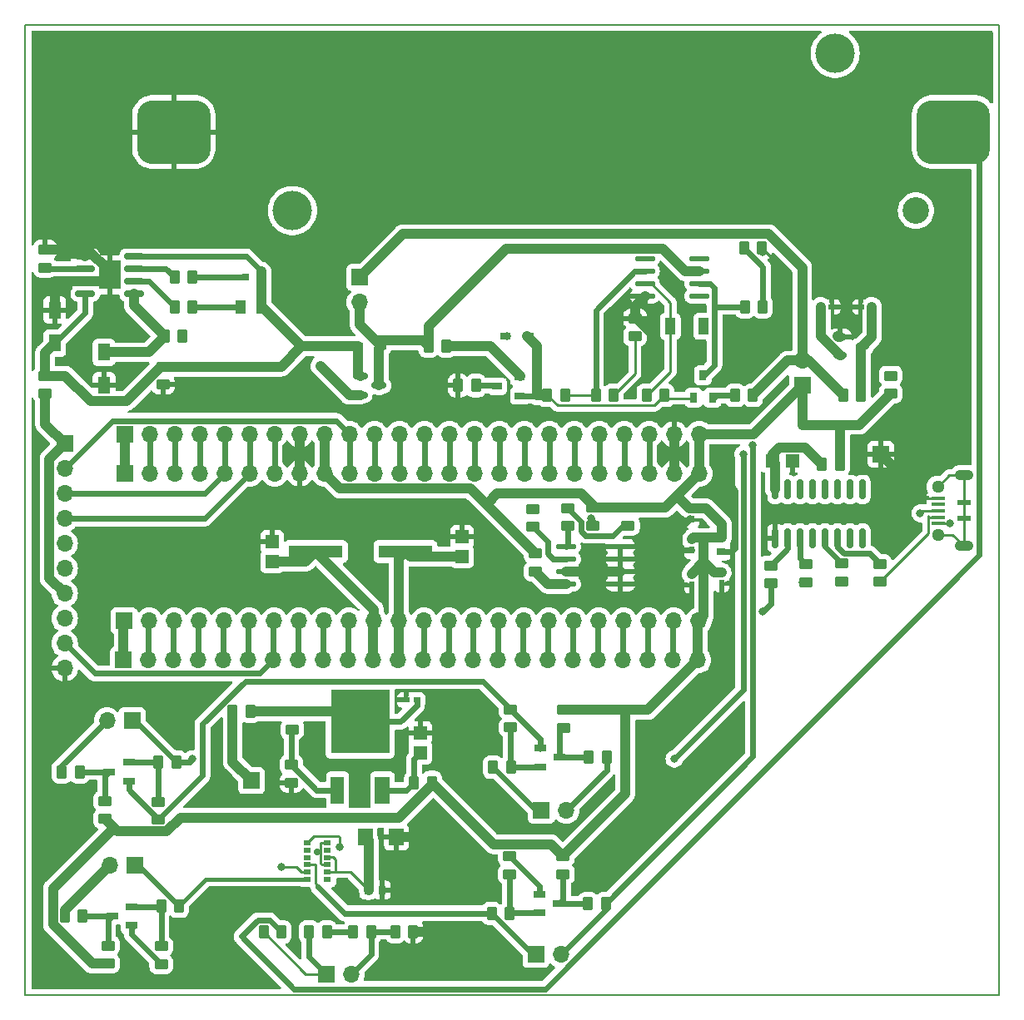
<source format=gbr>
%TF.GenerationSoftware,KiCad,Pcbnew,(7.0.0)*%
%TF.CreationDate,2023-03-21T09:15:45+02:00*%
%TF.ProjectId,HAT,4841542e-6b69-4636-9164-5f7063625858,rev?*%
%TF.SameCoordinates,Original*%
%TF.FileFunction,Copper,L1,Top*%
%TF.FilePolarity,Positive*%
%FSLAX46Y46*%
G04 Gerber Fmt 4.6, Leading zero omitted, Abs format (unit mm)*
G04 Created by KiCad (PCBNEW (7.0.0)) date 2023-03-21 09:15:45*
%MOMM*%
%LPD*%
G01*
G04 APERTURE LIST*
G04 Aperture macros list*
%AMRoundRect*
0 Rectangle with rounded corners*
0 $1 Rounding radius*
0 $2 $3 $4 $5 $6 $7 $8 $9 X,Y pos of 4 corners*
0 Add a 4 corners polygon primitive as box body*
4,1,4,$2,$3,$4,$5,$6,$7,$8,$9,$2,$3,0*
0 Add four circle primitives for the rounded corners*
1,1,$1+$1,$2,$3*
1,1,$1+$1,$4,$5*
1,1,$1+$1,$6,$7*
1,1,$1+$1,$8,$9*
0 Add four rect primitives between the rounded corners*
20,1,$1+$1,$2,$3,$4,$5,0*
20,1,$1+$1,$4,$5,$6,$7,0*
20,1,$1+$1,$6,$7,$8,$9,0*
20,1,$1+$1,$8,$9,$2,$3,0*%
G04 Aperture macros list end*
%TA.AperFunction,NonConductor*%
%ADD10C,0.200000*%
%TD*%
%TA.AperFunction,SMDPad,CuDef*%
%ADD11R,0.800000X1.000000*%
%TD*%
%TA.AperFunction,SMDPad,CuDef*%
%ADD12R,1.100000X1.700000*%
%TD*%
%TA.AperFunction,SMDPad,CuDef*%
%ADD13R,1.000000X0.800000*%
%TD*%
%TA.AperFunction,SMDPad,CuDef*%
%ADD14R,0.900000X0.800000*%
%TD*%
%TA.AperFunction,SMDPad,CuDef*%
%ADD15R,1.000000X1.399543*%
%TD*%
%TA.AperFunction,SMDPad,CuDef*%
%ADD16R,0.800000X0.550013*%
%TD*%
%TA.AperFunction,SMDPad,CuDef*%
%ADD17R,0.800000X0.900000*%
%TD*%
%TA.AperFunction,SMDPad,CuDef*%
%ADD18RoundRect,0.250000X0.262500X0.450000X-0.262500X0.450000X-0.262500X-0.450000X0.262500X-0.450000X0*%
%TD*%
%TA.AperFunction,ComponentPad*%
%ADD19R,1.700000X1.700000*%
%TD*%
%TA.AperFunction,ComponentPad*%
%ADD20O,1.700000X1.700000*%
%TD*%
%TA.AperFunction,SMDPad,CuDef*%
%ADD21RoundRect,0.150000X-0.512500X-0.150000X0.512500X-0.150000X0.512500X0.150000X-0.512500X0.150000X0*%
%TD*%
%TA.AperFunction,SMDPad,CuDef*%
%ADD22RoundRect,0.250000X-0.450000X0.262500X-0.450000X-0.262500X0.450000X-0.262500X0.450000X0.262500X0*%
%TD*%
%TA.AperFunction,SMDPad,CuDef*%
%ADD23RoundRect,0.250000X-0.262500X-0.450000X0.262500X-0.450000X0.262500X0.450000X-0.262500X0.450000X0*%
%TD*%
%TA.AperFunction,SMDPad,CuDef*%
%ADD24R,5.500000X1.300000*%
%TD*%
%TA.AperFunction,SMDPad,CuDef*%
%ADD25O,2.045009X0.588011*%
%TD*%
%TA.AperFunction,SMDPad,CuDef*%
%ADD26R,1.250013X0.700000*%
%TD*%
%TA.AperFunction,SMDPad,CuDef*%
%ADD27R,1.350013X1.410008*%
%TD*%
%TA.AperFunction,SMDPad,CuDef*%
%ADD28RoundRect,0.250000X0.450000X-0.262500X0.450000X0.262500X-0.450000X0.262500X-0.450000X-0.262500X0*%
%TD*%
%TA.AperFunction,SMDPad,CuDef*%
%ADD29R,1.000000X0.750013*%
%TD*%
%TA.AperFunction,SMDPad,CuDef*%
%ADD30R,1.410008X1.350013*%
%TD*%
%TA.AperFunction,SMDPad,CuDef*%
%ADD31R,0.800000X0.800000*%
%TD*%
%TA.AperFunction,SMDPad,CuDef*%
%ADD32RoundRect,1.625000X-2.125000X-1.625000X2.125000X-1.625000X2.125000X1.625000X-2.125000X1.625000X0*%
%TD*%
%TA.AperFunction,ComponentPad*%
%ADD33C,2.700000*%
%TD*%
%TA.AperFunction,ComponentPad*%
%ADD34C,4.000000*%
%TD*%
%TA.AperFunction,SMDPad,CuDef*%
%ADD35R,0.790094X0.540005*%
%TD*%
%TA.AperFunction,SMDPad,CuDef*%
%ADD36R,0.540005X0.790094*%
%TD*%
%TA.AperFunction,SMDPad,CuDef*%
%ADD37R,1.350013X2.800000*%
%TD*%
%TA.AperFunction,SMDPad,CuDef*%
%ADD38R,1.500000X2.800000*%
%TD*%
%TA.AperFunction,SMDPad,CuDef*%
%ADD39R,6.000000X6.500025*%
%TD*%
%TA.AperFunction,SMDPad,CuDef*%
%ADD40R,1.296012X1.757506*%
%TD*%
%TA.AperFunction,SMDPad,CuDef*%
%ADD41R,1.350000X0.400000*%
%TD*%
%TA.AperFunction,ComponentPad*%
%ADD42O,1.900000X1.070000*%
%TD*%
%TA.AperFunction,ComponentPad*%
%ADD43O,1.300000X1.300000*%
%TD*%
%TA.AperFunction,SMDPad,CuDef*%
%ADD44R,1.400000X0.600000*%
%TD*%
%TA.AperFunction,SMDPad,CuDef*%
%ADD45R,1.485014X1.727991*%
%TD*%
%TA.AperFunction,SMDPad,CuDef*%
%ADD46RoundRect,0.150000X0.150000X-0.825000X0.150000X0.825000X-0.150000X0.825000X-0.150000X-0.825000X0*%
%TD*%
%TA.AperFunction,SMDPad,CuDef*%
%ADD47RoundRect,0.150000X-0.587500X-0.150000X0.587500X-0.150000X0.587500X0.150000X-0.587500X0.150000X0*%
%TD*%
%TA.AperFunction,SMDPad,CuDef*%
%ADD48RoundRect,0.150000X-0.825000X-0.150000X0.825000X-0.150000X0.825000X0.150000X-0.825000X0.150000X0*%
%TD*%
%TA.AperFunction,SMDPad,CuDef*%
%ADD49R,2.290000X3.000000*%
%TD*%
%TA.AperFunction,ViaPad*%
%ADD50C,0.700000*%
%TD*%
%TA.AperFunction,ViaPad*%
%ADD51C,0.800000*%
%TD*%
%TA.AperFunction,Conductor*%
%ADD52C,0.600000*%
%TD*%
%TA.AperFunction,Conductor*%
%ADD53C,0.250000*%
%TD*%
%TA.AperFunction,Conductor*%
%ADD54C,0.400000*%
%TD*%
%TA.AperFunction,Conductor*%
%ADD55C,1.000000*%
%TD*%
G04 APERTURE END LIST*
D10*
X92000000Y-19320800D02*
X191000000Y-19320800D01*
X191000000Y-19320800D02*
X191000000Y-118000000D01*
X191000000Y-118000000D02*
X92000000Y-118000000D01*
X92000000Y-118000000D02*
X92000000Y-19320800D01*
D11*
%TO.P,Q3,2,D*%
%TO.N,Net-(Q3-D)*%
X161869225Y-57251599D03*
%TO.P,Q3,3,G*%
%TO.N,Net-(Q3-G)*%
X160919263Y-54951573D03*
%TO.P,Q3,1,S*%
%TO.N,Net-(D2-K)*%
X159969199Y-57251599D03*
%TD*%
D12*
%TO.P,D3,2,A*%
%TO.N,Net-(D3-A)*%
X160985199Y-49987199D03*
%TO.P,D3,1,K*%
%TO.N,Net-(D3-K)*%
X157585149Y-49987199D03*
%TD*%
D13*
%TO.P,Q2,2,D*%
%TO.N,Net-(Q2-D)*%
X142290799Y-55148373D03*
%TO.P,Q2,3,G*%
%TO.N,Net-(D2-A)*%
X139990773Y-56098335D03*
%TO.P,Q2,1,S*%
%TO.N,Net-(D2-K)*%
X142290799Y-57048399D03*
%TD*%
D14*
%TO.P,C15,2*%
%TO.N,GND*%
X162763199Y-72897999D03*
%TO.P,C15,1*%
%TO.N,/MicroController_Interfacing/3V3*%
X162763199Y-71497949D03*
%TD*%
D15*
%TO.P,LED2,1,K*%
%TO.N,Net-(LED2-K)*%
X113893599Y-48005999D03*
%TO.P,LED2,2,A*%
%TO.N,Net-(D1-A)*%
X115994183Y-48005999D03*
%TD*%
D16*
%TO.P,U4,1,GPIO1*%
%TO.N,/Sensor Module/Logic Level Shifting/A1*%
X120700799Y-102523535D03*
%TO.P,U4,2,NC*%
%TO.N,unconnected-(U4-NC-Pad2)*%
X120700799Y-103273599D03*
%TO.P,U4,3,NC*%
%TO.N,unconnected-(U4-NC-Pad3)*%
X120700799Y-104023662D03*
%TO.P,U4,4,GPIO0*%
%TO.N,/Sensor Module/Logic Level Shifting/A2*%
X120700799Y-104773472D03*
%TO.P,U4,5,SCL*%
%TO.N,/Sensor Module/Logic Level Shifting/A3*%
X120700799Y-105523535D03*
%TO.P,U4,6,SDA*%
%TO.N,/Sensor Module/Logic Level Shifting/A4*%
X120700799Y-106273599D03*
%TO.P,U4,7,NC*%
%TO.N,unconnected-(U4-NC-Pad7)*%
X122700799Y-106273599D03*
%TO.P,U4,8,AVDD_VCSELL*%
%TO.N,/Sensor Module/2V8*%
X122700799Y-105523535D03*
%TO.P,U4,9,AVSS_VCSELL*%
%TO.N,GND*%
X122700799Y-104773472D03*
%TO.P,U4,10,AVDD*%
%TO.N,/Sensor Module/2V8*%
X122700799Y-104023662D03*
%TO.P,U4,11,NC*%
%TO.N,unconnected-(U4-NC-Pad11)*%
X122700799Y-103273599D03*
%TO.P,U4,12,GND*%
%TO.N,GND*%
X122700799Y-102523535D03*
%TD*%
D17*
%TO.P,C7,2*%
%TO.N,GND*%
X128269999Y-107340399D03*
%TO.P,C7,1*%
%TO.N,/Sensor Module/2V8*%
X126869949Y-107340399D03*
%TD*%
D18*
%TO.P,R1,1*%
%TO.N,Net-(U2-VI)*%
X177000000Y-57000000D03*
%TO.P,R1,2*%
%TO.N,/Power Module/UVLO_3V3*%
X175175000Y-57000000D03*
%TD*%
D19*
%TO.P,J10,1,Pin_1*%
%TO.N,Net-(J10-Pin_1)*%
X102059999Y-79949999D03*
D20*
%TO.P,J10,2,Pin_2*%
%TO.N,Net-(J10-Pin_2)*%
X104599999Y-79949999D03*
%TO.P,J10,3,Pin_3*%
%TO.N,Net-(J10-Pin_3)*%
X107139999Y-79949999D03*
%TO.P,J10,4,Pin_4*%
%TO.N,Net-(J10-Pin_4)*%
X109679999Y-79949999D03*
%TO.P,J10,5,Pin_5*%
%TO.N,Net-(J10-Pin_5)*%
X112219999Y-79949999D03*
%TO.P,J10,6,Pin_6*%
%TO.N,USART_TX*%
X114759999Y-79949999D03*
%TO.P,J10,7,Pin_7*%
%TO.N,USART_RX*%
X117299999Y-79949999D03*
%TO.P,J10,8,Pin_8*%
%TO.N,Net-(J10-Pin_8)*%
X119839999Y-79949999D03*
%TO.P,J10,9,Pin_9*%
%TO.N,Net-(J10-Pin_9)*%
X122379999Y-79949999D03*
%TO.P,J10,10,Pin_10*%
%TO.N,Net-(J10-Pin_10)*%
X124919999Y-79949999D03*
%TO.P,J10,11,Pin_11*%
%TO.N,OSC IN*%
X127459999Y-79949999D03*
%TO.P,J10,12,Pin_12*%
%TO.N,OSC OUT*%
X129999999Y-79949999D03*
%TO.P,J10,13,Pin_13*%
%TO.N,Net-(J10-Pin_13)*%
X132539999Y-79949999D03*
%TO.P,J10,14,Pin_14*%
%TO.N,Net-(J10-Pin_14)*%
X135079999Y-79949999D03*
%TO.P,J10,15,Pin_15*%
%TO.N,Net-(J10-Pin_15)*%
X137619999Y-79949999D03*
%TO.P,J10,16,Pin_16*%
%TO.N,Net-(J10-Pin_16)*%
X140159999Y-79949999D03*
%TO.P,J10,17,Pin_17*%
%TO.N,Net-(J10-Pin_17)*%
X142699999Y-79949999D03*
%TO.P,J10,18,Pin_18*%
%TO.N,Net-(J10-Pin_18)*%
X145239999Y-79949999D03*
%TO.P,J10,19,Pin_19*%
%TO.N,Net-(J10-Pin_19)*%
X147779999Y-79949999D03*
%TO.P,J10,20,Pin_20*%
%TO.N,Net-(J10-Pin_20)*%
X150319999Y-79949999D03*
%TO.P,J10,21,Pin_21*%
%TO.N,Net-(J10-Pin_21)*%
X152859999Y-79949999D03*
%TO.P,J10,22,Pin_22*%
%TO.N,Net-(J10-Pin_22)*%
X155399999Y-79949999D03*
%TO.P,J10,23,Pin_23*%
%TO.N,Net-(J10-Pin_23)*%
X157939999Y-79949999D03*
%TO.P,J10,24,Pin_24*%
%TO.N,/MicroController_Interfacing/3V3*%
X160479999Y-79949999D03*
%TD*%
D19*
%TO.P,J12,1,Pin_1*%
%TO.N,/Sensor Module/Logic Level Shifting/A2*%
X143909999Y-113924923D03*
D20*
%TO.P,J12,2,Pin_2*%
%TO.N,/MicroController_Interfacing/GPIO 0*%
X146449999Y-113924923D03*
%TD*%
D21*
%TO.P,U2,1,GND*%
%TO.N,GND*%
X174862500Y-51050000D03*
%TO.P,U2,2,VO*%
%TO.N,Net-(U2-VO)*%
X174862500Y-52950000D03*
%TO.P,U2,3,VI*%
%TO.N,Net-(U2-VI)*%
X177137500Y-52000000D03*
%TD*%
D18*
%TO.P,R51,1*%
%TO.N,Net-(Q7-D)*%
X97835000Y-110000000D03*
%TO.P,R51,2*%
%TO.N,/MicroController_Interfacing/DigitalSensorSDA*%
X96010000Y-110000000D03*
%TD*%
D22*
%TO.P,R19,1*%
%TO.N,Net-(Q8-ADJ)*%
X119050000Y-94587500D03*
%TO.P,R19,2*%
%TO.N,GND*%
X119050000Y-96412500D03*
%TD*%
D23*
%TO.P,R36,1*%
%TO.N,/Sensor Module/Logic Level Shifting/A2*%
X139425000Y-109724924D03*
%TO.P,R36,2*%
%TO.N,Net-(Q4-S)*%
X141250000Y-109724924D03*
%TD*%
D18*
%TO.P,R22,1*%
%TO.N,/Power Module/V_BAT+*%
X118041744Y-111620000D03*
%TO.P,R22,2*%
%TO.N,Net-(J4-Pin_1)*%
X116216744Y-111620000D03*
%TD*%
%TO.P,R50,1*%
%TO.N,Net-(Q6-D)*%
X97535000Y-95300000D03*
%TO.P,R50,2*%
%TO.N,/MicroController_Interfacing/DigitalSensorSCL*%
X95710000Y-95300000D03*
%TD*%
D24*
%TO.P,Y1,1,1*%
%TO.N,OSC OUT*%
X130644917Y-72897999D03*
%TO.P,Y1,2,2*%
%TO.N,OSC IN*%
X121538999Y-72897999D03*
%TD*%
D25*
%TO.P,U6,1,A0*%
%TO.N,GND*%
X152526999Y-76199999D03*
%TO.P,U6,2,A1*%
X152526999Y-74929996D03*
%TO.P,U6,3,A2*%
X152526999Y-73659994D03*
%TO.P,U6,4,GND*%
X152526999Y-72389991D03*
%TO.P,U6,5,SDA*%
%TO.N,Net-(U6-SDA)*%
X146982167Y-72389991D03*
%TO.P,U6,6,SCL*%
%TO.N,Net-(U6-SCL)*%
X146982167Y-73659994D03*
%TO.P,U6,7,WP*%
%TO.N,GND*%
X146982167Y-74929996D03*
%TO.P,U6,8,VCC*%
%TO.N,Net-(U6-VCC)*%
X146982167Y-76199999D03*
%TD*%
D26*
%TO.P,Q5,1,G*%
%TO.N,/Sensor Module/Logic Level Shifting/2V8*%
X144349999Y-92899999D03*
%TO.P,Q5,2,S*%
%TO.N,Net-(Q5-S)*%
X144349999Y-94799923D03*
%TO.P,Q5,3,D*%
%TO.N,Net-(Q5-D)*%
X146349999Y-93849961D03*
%TD*%
D18*
%TO.P,R8,1*%
%TO.N,/Power Module/V_BAT+*%
X108000000Y-51000000D03*
%TO.P,R8,2*%
%TO.N,Net-(U1-BAT)*%
X106175000Y-51000000D03*
%TD*%
D27*
%TO.P,C11,1*%
%TO.N,OSC IN*%
X117093999Y-73913999D03*
%TO.P,C11,2*%
%TO.N,GND*%
X117093999Y-71913999D03*
%TD*%
D19*
%TO.P,J7,1,Pin_1*%
%TO.N,GND*%
X178999999Y-62999999D03*
%TD*%
D28*
%TO.P,R32,1*%
%TO.N,Net-(J6-D+)*%
X175056800Y-75944100D03*
%TO.P,R32,2*%
%TO.N,USB D+*%
X175056800Y-74119100D03*
%TD*%
D18*
%TO.P,R45,1*%
%TO.N,/Sensor Module/Logic Level Shifting/A4*%
X107635000Y-109000000D03*
%TO.P,R45,2*%
%TO.N,Net-(Q7-S)*%
X105810000Y-109000000D03*
%TD*%
D19*
%TO.P,J2,1,Pin_1*%
%TO.N,/Power Module/UVLO_3V3*%
X125999999Y-44999999D03*
D20*
%TO.P,J2,2,Pin_2*%
%TO.N,/Power Module/CHRG_OUT*%
X125999999Y-47539999D03*
%TD*%
D29*
%TO.P,D1,1,K*%
%TO.N,/Power Module/CHRG_OUT*%
X128172592Y-51999999D03*
%TO.P,D1,2,A*%
%TO.N,Net-(D1-A)*%
X125827406Y-51999999D03*
%TD*%
D30*
%TO.P,C12,1*%
%TO.N,Net-(U7-VCC)*%
X167999999Y-63703199D03*
%TO.P,C12,2*%
%TO.N,GND*%
X169999999Y-63703199D03*
%TD*%
D18*
%TO.P,R3,1*%
%TO.N,Net-(LED1-K)*%
X109000000Y-45000000D03*
%TO.P,R3,2*%
%TO.N,Net-(U1-~{CHRG})*%
X107175000Y-45000000D03*
%TD*%
D28*
%TO.P,R49,1*%
%TO.N,/MicroController_Interfacing/3V3*%
X100410000Y-114825000D03*
%TO.P,R49,2*%
%TO.N,Net-(Q7-D)*%
X100410000Y-113000000D03*
%TD*%
D31*
%TO.P,LED1,1,K*%
%TO.N,Net-(LED1-K)*%
X114401065Y-45006857D03*
%TO.P,LED1,2,A*%
%TO.N,Net-(D1-A)*%
X115999999Y-44999999D03*
%TD*%
D28*
%TO.P,R13,1*%
%TO.N,Net-(R12-Pad2)*%
X154000000Y-51000000D03*
%TO.P,R13,2*%
%TO.N,GND*%
X154000000Y-49175000D03*
%TD*%
D22*
%TO.P,R39,1*%
%TO.N,/Sensor Module/Logic Level Shifting/2V8*%
X141350000Y-88974924D03*
%TO.P,R39,2*%
%TO.N,Net-(Q5-S)*%
X141350000Y-90799924D03*
%TD*%
D26*
%TO.P,Q7,1,G*%
%TO.N,/Sensor Module/Logic Level Shifting/2V8*%
X102809999Y-110949961D03*
%TO.P,Q7,2,S*%
%TO.N,Net-(Q7-S)*%
X102809999Y-109050037D03*
%TO.P,Q7,3,D*%
%TO.N,Net-(Q7-D)*%
X100809999Y-109999999D03*
%TD*%
D23*
%TO.P,R31,1*%
%TO.N,Net-(U7-VCC)*%
X173000000Y-64000000D03*
%TO.P,R31,2*%
%TO.N,/MicroController_Interfacing/3V3*%
X174825000Y-64000000D03*
%TD*%
D19*
%TO.P,J14,1,Pin_1*%
%TO.N,/Sensor Module/Logic Level Shifting/A3*%
X102849999Y-90099999D03*
D20*
%TO.P,J14,2,Pin_2*%
%TO.N,/MicroController_Interfacing/DigitalSensorSCL*%
X100309999Y-90099999D03*
%TD*%
D22*
%TO.P,R38,1*%
%TO.N,/Sensor Module/Logic Level Shifting/2V8*%
X141250000Y-103899924D03*
%TO.P,R38,2*%
%TO.N,Net-(Q4-S)*%
X141250000Y-105724924D03*
%TD*%
D23*
%TO.P,R15,1*%
%TO.N,Net-(D3-A)*%
X165087500Y-42000000D03*
%TO.P,R15,2*%
%TO.N,GND*%
X166912500Y-42000000D03*
%TD*%
D32*
%TO.P,BT1,2,-*%
%TO.N,GND*%
X107100000Y-30200000D03*
%TO.P,BT1,1,+*%
%TO.N,/Power Module/V_BAT+*%
X186400000Y-30200000D03*
D33*
%TO.P,BT1,*%
%TO.N,*%
X182570000Y-38200000D03*
D34*
X174350000Y-22200000D03*
X119150000Y-38200000D03*
%TD*%
D35*
%TO.P,C3,1*%
%TO.N,Net-(U2-VO)*%
X172909829Y-47999999D03*
%TO.P,C3,2*%
%TO.N,GND*%
X173999999Y-47999999D03*
%TD*%
D22*
%TO.P,R35,1*%
%TO.N,Net-(U7-RXD)*%
X171348400Y-74171800D03*
%TO.P,R35,2*%
%TO.N,USART_TX*%
X171348400Y-75996800D03*
%TD*%
D25*
%TO.P,U3,1,VOS*%
%TO.N,unconnected-(U3-VOS-Pad1)*%
X154999999Y-43094995D03*
%TO.P,U3,2,-*%
%TO.N,Net-(U3--)*%
X154999999Y-44364998D03*
%TO.P,U3,3,+*%
%TO.N,Net-(D3-K)*%
X154999999Y-45635000D03*
%TO.P,U3,4,V-*%
%TO.N,GND*%
X154999999Y-46905003D03*
%TO.P,U3,5,NC*%
%TO.N,unconnected-(U3-NC-Pad5)*%
X160544831Y-46905003D03*
%TO.P,U3,6*%
%TO.N,Net-(Q3-G)*%
X160544831Y-45635000D03*
%TO.P,U3,7,V+*%
%TO.N,/Power Module/CHRG_OUT*%
X160544831Y-44364998D03*
%TO.P,U3,8,VOS*%
%TO.N,unconnected-(U3-VOS-Pad8)*%
X160544831Y-43094995D03*
%TD*%
D22*
%TO.P,R34,1*%
%TO.N,Net-(U7-TXD)*%
X167792400Y-74320400D03*
%TO.P,R34,2*%
%TO.N,USART_RX*%
X167792400Y-76145400D03*
%TD*%
D28*
%TO.P,R20,1*%
%TO.N,Net-(Q8-ADJ)*%
X119150000Y-91012398D03*
%TO.P,R20,2*%
%TO.N,Net-(Q8-OUT)*%
X119150000Y-89187398D03*
%TD*%
D29*
%TO.P,D2,1,K*%
%TO.N,Net-(D2-K)*%
X143172592Y-50999999D03*
%TO.P,D2,2,A*%
%TO.N,Net-(D2-A)*%
X140827406Y-50999999D03*
%TD*%
D22*
%TO.P,R40,1*%
%TO.N,/MicroController_Interfacing/3V3*%
X146675000Y-103899924D03*
%TO.P,R40,2*%
%TO.N,Net-(Q4-D)*%
X146675000Y-105724924D03*
%TD*%
%TO.P,R29,1*%
%TO.N,/MicroController_Interfacing/3V3*%
X153289000Y-68429500D03*
%TO.P,R29,2*%
%TO.N,EEPROMSDA*%
X153289000Y-70254500D03*
%TD*%
D28*
%TO.P,R47,1*%
%TO.N,/Sensor Module/Logic Level Shifting/2V8*%
X105810000Y-114875038D03*
%TO.P,R47,2*%
%TO.N,Net-(Q7-S)*%
X105810000Y-113050038D03*
%TD*%
D18*
%TO.P,R4,1*%
%TO.N,Net-(LED2-K)*%
X109000000Y-48000000D03*
%TO.P,R4,2*%
%TO.N,Net-(U1-~{STDBY})*%
X107175000Y-48000000D03*
%TD*%
D19*
%TO.P,J8,1,Pin_1*%
%TO.N,Net-(J8-Pin_1)*%
X102099999Y-60949999D03*
D20*
%TO.P,J8,2,Pin_2*%
%TO.N,Net-(J8-Pin_2)*%
X104639999Y-60949999D03*
%TO.P,J8,3,Pin_3*%
%TO.N,Net-(J8-Pin_3)*%
X107179999Y-60949999D03*
%TO.P,J8,4,Pin_4*%
%TO.N,Net-(J8-Pin_4)*%
X109719999Y-60949999D03*
%TO.P,J8,5,Pin_5*%
%TO.N,/MicroController_Interfacing/DigitalSensorSDA*%
X112259999Y-60949999D03*
%TO.P,J8,6,Pin_6*%
%TO.N,/MicroController_Interfacing/DigitalSensorSCL*%
X114799999Y-60949999D03*
%TO.P,J8,7,Pin_7*%
%TO.N,Net-(J8-Pin_7)*%
X117339999Y-60949999D03*
%TO.P,J8,8,Pin_8*%
%TO.N,GND*%
X119879999Y-60949999D03*
%TO.P,J8,9,Pin_9*%
%TO.N,/MicroController_Interfacing/3V3*%
X122419999Y-60949999D03*
%TO.P,J8,10,Pin_10*%
%TO.N,/MicroController_Interfacing/A0*%
X124959999Y-60949999D03*
%TO.P,J8,11,Pin_11*%
%TO.N,/MicroController_Interfacing/GPIO 0*%
X127499999Y-60949999D03*
%TO.P,J8,12,Pin_12*%
%TO.N,/MicroController_Interfacing/GPIO 1*%
X130039999Y-60949999D03*
%TO.P,J8,13,Pin_13*%
%TO.N,Net-(J8-Pin_13)*%
X132579999Y-60949999D03*
%TO.P,J8,14,Pin_14*%
%TO.N,Net-(J8-Pin_14)*%
X135119999Y-60949999D03*
%TO.P,J8,15,Pin_15*%
%TO.N,Net-(J8-Pin_15)*%
X137659999Y-60949999D03*
%TO.P,J8,16,Pin_16*%
%TO.N,Net-(J8-Pin_16)*%
X140199999Y-60949999D03*
%TO.P,J8,17,Pin_17*%
%TO.N,Net-(J8-Pin_17)*%
X142739999Y-60949999D03*
%TO.P,J8,18,Pin_18*%
%TO.N,Net-(J8-Pin_18)*%
X145279999Y-60949999D03*
%TO.P,J8,19,Pin_19*%
%TO.N,Net-(J8-Pin_19)*%
X147819999Y-60949999D03*
%TO.P,J8,20,Pin_20*%
%TO.N,Net-(J8-Pin_20)*%
X150359999Y-60949999D03*
%TO.P,J8,21,Pin_21*%
%TO.N,EEPROMSCL*%
X152899999Y-60949999D03*
%TO.P,J8,22,Pin_22*%
%TO.N,EEPROMSDA*%
X155439999Y-60949999D03*
%TO.P,J8,23,Pin_23*%
%TO.N,GND*%
X157979999Y-60949999D03*
%TO.P,J8,24,Pin_24*%
%TO.N,/MicroController_Interfacing/3V3*%
X160519999Y-60949999D03*
%TD*%
D19*
%TO.P,J1,1,Pin_1*%
%TO.N,/MicroController_Interfacing/3V3*%
X170999999Y-55999999D03*
D20*
%TO.P,J1,2,Pin_2*%
%TO.N,/Power Module/UVLO_3V3*%
X170999999Y-53459999D03*
%TD*%
D26*
%TO.P,Q6,1,G*%
%TO.N,/Sensor Module/Logic Level Shifting/2V8*%
X102509999Y-96249961D03*
%TO.P,Q6,2,S*%
%TO.N,Net-(Q6-S)*%
X102509999Y-94350037D03*
%TO.P,Q6,3,D*%
%TO.N,Net-(Q6-D)*%
X100509999Y-95299999D03*
%TD*%
D28*
%TO.P,R6,1*%
%TO.N,GND*%
X106000000Y-55912500D03*
%TO.P,R6,2*%
%TO.N,Net-(D1-A)*%
X106000000Y-54087500D03*
%TD*%
D36*
%TO.P,C14,1*%
%TO.N,/MicroController_Interfacing/3V3*%
X162813999Y-75047854D03*
%TO.P,C14,2*%
%TO.N,GND*%
X162813999Y-76138024D03*
%TD*%
D37*
%TO.P,Q8,1,ADJ*%
%TO.N,Net-(Q8-ADJ)*%
X123742912Y-97162613D03*
D38*
%TO.P,Q8,3,VIN*%
%TO.N,Net-(Q8-VIN)*%
X128322796Y-97162613D03*
D39*
%TO.P,Q8,4,OUT*%
%TO.N,Net-(Q8-OUT)*%
X126049999Y-90212397D03*
%TD*%
D23*
%TO.P,R25,1*%
%TO.N,Net-(J4-Pin_2)*%
X129616744Y-111570000D03*
%TO.P,R25,2*%
%TO.N,GND*%
X131441744Y-111570000D03*
%TD*%
D36*
%TO.P,C17,1*%
%TO.N,/MicroController_Interfacing/3V3*%
X159765999Y-68505829D03*
%TO.P,C17,2*%
%TO.N,GND*%
X159765999Y-69595999D03*
%TD*%
D40*
%TO.P,C4,1*%
%TO.N,Net-(U1-BAT)*%
X99999999Y-52627381D03*
%TO.P,C4,2*%
%TO.N,GND*%
X99999999Y-55999999D03*
%TD*%
D36*
%TO.P,C13,1*%
%TO.N,/MicroController_Interfacing/3V3*%
X159765999Y-75174854D03*
%TO.P,C13,2*%
%TO.N,GND*%
X159765999Y-76265024D03*
%TD*%
%TO.P,C16,1*%
%TO.N,/MicroController_Interfacing/3V3*%
X159765999Y-71680829D03*
%TO.P,C16,2*%
%TO.N,GND*%
X159765999Y-72770999D03*
%TD*%
D28*
%TO.P,R48,1*%
%TO.N,/MicroController_Interfacing/3V3*%
X100110000Y-100100000D03*
%TO.P,R48,2*%
%TO.N,Net-(Q6-D)*%
X100110000Y-98275000D03*
%TD*%
D22*
%TO.P,R5,1*%
%TO.N,GND*%
X94000000Y-42175000D03*
%TO.P,R5,2*%
%TO.N,Net-(U1-PROG)*%
X94000000Y-44000000D03*
%TD*%
D28*
%TO.P,R28,1*%
%TO.N,Net-(U6-SCL)*%
X143637000Y-70405000D03*
%TO.P,R28,2*%
%TO.N,EEPROMSCL*%
X143637000Y-68580000D03*
%TD*%
D23*
%TO.P,R11,1*%
%TO.N,Net-(D2-K)*%
X145087500Y-57000000D03*
%TO.P,R11,2*%
%TO.N,Net-(U3--)*%
X146912500Y-57000000D03*
%TD*%
D41*
%TO.P,J6,1,VBUS*%
%TO.N,/MicroController_Interfacing/USB 5V*%
X184852799Y-70045199D03*
%TO.P,J6,2,D-*%
%TO.N,Net-(J6-D-)*%
X184852799Y-69395199D03*
%TO.P,J6,3,D+*%
%TO.N,Net-(J6-D+)*%
X184852799Y-68745199D03*
%TO.P,J6,4,ID*%
%TO.N,unconnected-(J6-ID-Pad4)*%
X184852799Y-68095199D03*
%TO.P,J6,5,GND*%
%TO.N,GND*%
X184852799Y-67445199D03*
D42*
%TO.P,J6,6,Shield*%
%TO.N,unconnected-(J6-Shield-Pad6)*%
X187452799Y-72345199D03*
D43*
X184802799Y-71170199D03*
D44*
X187502799Y-69545199D03*
X187502799Y-67945199D03*
D43*
X184802799Y-66320199D03*
D42*
X187452799Y-65145199D03*
%TD*%
D28*
%TO.P,R26,1*%
%TO.N,Net-(U6-VCC)*%
X143891000Y-74930000D03*
%TO.P,R26,2*%
%TO.N,/MicroController_Interfacing/3V3*%
X143891000Y-73105000D03*
%TD*%
D18*
%TO.P,R17,1*%
%TO.N,/Power Module/UVLO_3V3*%
X166000000Y-57000000D03*
%TO.P,R17,2*%
%TO.N,Net-(Q3-D)*%
X164175000Y-57000000D03*
%TD*%
%TO.P,R18,1*%
%TO.N,/MicroController_Interfacing/3V3*%
X133350000Y-96412500D03*
%TO.P,R18,2*%
%TO.N,Net-(Q8-VIN)*%
X131525000Y-96412500D03*
%TD*%
D45*
%TO.P,C6,1*%
%TO.N,/Sensor Module/2V8*%
X126549999Y-101950126D03*
%TO.P,C6,2*%
%TO.N,GND*%
X129735165Y-101950126D03*
%TD*%
D27*
%TO.P,C10,1*%
%TO.N,OSC OUT*%
X136397999Y-73405999D03*
%TO.P,C10,2*%
%TO.N,GND*%
X136397999Y-71405999D03*
%TD*%
D18*
%TO.P,R23,1*%
%TO.N,/MicroController_Interfacing/A0*%
X122666744Y-111620000D03*
%TO.P,R23,2*%
%TO.N,Net-(J4-Pin_1)*%
X120841744Y-111620000D03*
%TD*%
D19*
%TO.P,J15,1,Pin_1*%
%TO.N,/Sensor Module/Logic Level Shifting/A4*%
X103149999Y-104799999D03*
D20*
%TO.P,J15,2,Pin_2*%
%TO.N,/MicroController_Interfacing/DigitalSensorSDA*%
X100609999Y-104799999D03*
%TD*%
D19*
%TO.P,J5,1,Pin_1*%
%TO.N,/MicroController_Interfacing/USB 5V*%
X95999999Y-61919999D03*
D20*
%TO.P,J5,2,Pin_2*%
%TO.N,/MicroController_Interfacing/A0*%
X95999999Y-64459999D03*
%TO.P,J5,3,Pin_3*%
%TO.N,/MicroController_Interfacing/DigitalSensorSDA*%
X95999999Y-66999999D03*
%TO.P,J5,4,Pin_4*%
%TO.N,/MicroController_Interfacing/DigitalSensorSCL*%
X95999999Y-69539999D03*
%TO.P,J5,5,Pin_5*%
%TO.N,unconnected-(J5-Pin_5-Pad5)*%
X95999999Y-72079999D03*
%TO.P,J5,6,Pin_6*%
%TO.N,unconnected-(J5-Pin_6-Pad6)*%
X95999999Y-74619999D03*
%TO.P,J5,7,Pin_7*%
%TO.N,/MicroController_Interfacing/USB 5V*%
X95999999Y-77159999D03*
%TO.P,J5,8,Pin_8*%
%TO.N,USART_TX*%
X95999999Y-79699999D03*
%TO.P,J5,9,Pin_9*%
%TO.N,USART_RX*%
X95999999Y-82239999D03*
%TO.P,J5,10,Pin_10*%
%TO.N,GND*%
X95999999Y-84779999D03*
%TD*%
D18*
%TO.P,R14,1*%
%TO.N,Net-(D2-K)*%
X157000000Y-57000000D03*
%TO.P,R14,2*%
%TO.N,Net-(D3-K)*%
X155175000Y-57000000D03*
%TD*%
D19*
%TO.P,J11,1,Pin_1*%
%TO.N,Net-(J10-Pin_1)*%
X101979999Y-83949999D03*
D20*
%TO.P,J11,2,Pin_2*%
%TO.N,Net-(J10-Pin_2)*%
X104519999Y-83949999D03*
%TO.P,J11,3,Pin_3*%
%TO.N,Net-(J10-Pin_3)*%
X107059999Y-83949999D03*
%TO.P,J11,4,Pin_4*%
%TO.N,Net-(J10-Pin_4)*%
X109599999Y-83949999D03*
%TO.P,J11,5,Pin_5*%
%TO.N,Net-(J10-Pin_5)*%
X112139999Y-83949999D03*
%TO.P,J11,6,Pin_6*%
%TO.N,USART_TX*%
X114679999Y-83949999D03*
%TO.P,J11,7,Pin_7*%
%TO.N,USART_RX*%
X117219999Y-83949999D03*
%TO.P,J11,8,Pin_8*%
%TO.N,Net-(J10-Pin_8)*%
X119759999Y-83949999D03*
%TO.P,J11,9,Pin_9*%
%TO.N,Net-(J10-Pin_9)*%
X122299999Y-83949999D03*
%TO.P,J11,10,Pin_10*%
%TO.N,Net-(J10-Pin_10)*%
X124839999Y-83949999D03*
%TO.P,J11,11,Pin_11*%
%TO.N,OSC IN*%
X127379999Y-83949999D03*
%TO.P,J11,12,Pin_12*%
%TO.N,OSC OUT*%
X129919999Y-83949999D03*
%TO.P,J11,13,Pin_13*%
%TO.N,Net-(J10-Pin_13)*%
X132459999Y-83949999D03*
%TO.P,J11,14,Pin_14*%
%TO.N,Net-(J10-Pin_14)*%
X134999999Y-83949999D03*
%TO.P,J11,15,Pin_15*%
%TO.N,Net-(J10-Pin_15)*%
X137539999Y-83949999D03*
%TO.P,J11,16,Pin_16*%
%TO.N,Net-(J10-Pin_16)*%
X140079999Y-83949999D03*
%TO.P,J11,17,Pin_17*%
%TO.N,Net-(J10-Pin_17)*%
X142619999Y-83949999D03*
%TO.P,J11,18,Pin_18*%
%TO.N,Net-(J10-Pin_18)*%
X145159999Y-83949999D03*
%TO.P,J11,19,Pin_19*%
%TO.N,Net-(J10-Pin_19)*%
X147699999Y-83949999D03*
%TO.P,J11,20,Pin_20*%
%TO.N,Net-(J10-Pin_20)*%
X150239999Y-83949999D03*
%TO.P,J11,21,Pin_21*%
%TO.N,Net-(J10-Pin_21)*%
X152779999Y-83949999D03*
%TO.P,J11,22,Pin_22*%
%TO.N,Net-(J10-Pin_22)*%
X155319999Y-83949999D03*
%TO.P,J11,23,Pin_23*%
%TO.N,Net-(J10-Pin_23)*%
X157859999Y-83949999D03*
%TO.P,J11,24,Pin_24*%
%TO.N,/MicroController_Interfacing/3V3*%
X160399999Y-83949999D03*
%TD*%
D40*
%TO.P,C1,1*%
%TO.N,GND*%
X94999999Y-48313690D03*
%TO.P,C1,2*%
%TO.N,Net-(D1-A)*%
X94999999Y-51686308D03*
%TD*%
D18*
%TO.P,R24,1*%
%TO.N,Net-(J4-Pin_2)*%
X127154244Y-111620000D03*
%TO.P,R24,2*%
%TO.N,/MicroController_Interfacing/A0*%
X125329244Y-111620000D03*
%TD*%
%TO.P,R21,1*%
%TO.N,Net-(Q8-OUT)*%
X114900000Y-89162500D03*
%TO.P,R21,2*%
%TO.N,/Sensor Module/2V8*%
X113075000Y-89162500D03*
%TD*%
D22*
%TO.P,R41,1*%
%TO.N,/MicroController_Interfacing/3V3*%
X146775000Y-89024962D03*
%TO.P,R41,2*%
%TO.N,Net-(Q5-D)*%
X146775000Y-90849962D03*
%TD*%
D23*
%TO.P,R37,1*%
%TO.N,/Sensor Module/Logic Level Shifting/A1*%
X139550000Y-94849962D03*
%TO.P,R37,2*%
%TO.N,Net-(Q5-S)*%
X141375000Y-94849962D03*
%TD*%
D46*
%TO.P,U7,1,GND*%
%TO.N,GND*%
X168249600Y-71526400D03*
%TO.P,U7,2,TXD*%
%TO.N,Net-(U7-TXD)*%
X169519600Y-71526400D03*
%TO.P,U7,3,RXD*%
%TO.N,Net-(U7-RXD)*%
X170789600Y-71526400D03*
%TO.P,U7,4,V3*%
%TO.N,unconnected-(U7-V3-Pad4)*%
X172059600Y-71526400D03*
%TO.P,U7,5,UD+*%
%TO.N,USB D+*%
X173329600Y-71526400D03*
%TO.P,U7,6,UD-*%
%TO.N,USB D-*%
X174599600Y-71526400D03*
%TO.P,U7,7,NC*%
%TO.N,unconnected-(U7-NC-Pad7)*%
X175869600Y-71526400D03*
%TO.P,U7,8,NC*%
%TO.N,unconnected-(U7-NC-Pad8)*%
X177139600Y-71526400D03*
%TO.P,U7,9,~{CTS}*%
%TO.N,unconnected-(U7-~{CTS}-Pad9)*%
X177139600Y-66576400D03*
%TO.P,U7,10,~{DSR}*%
%TO.N,unconnected-(U7-~{DSR}-Pad10)*%
X175869600Y-66576400D03*
%TO.P,U7,11,~{RI}*%
%TO.N,unconnected-(U7-~{RI}-Pad11)*%
X174599600Y-66576400D03*
%TO.P,U7,12,~{DCD}*%
%TO.N,unconnected-(U7-~{DCD}-Pad12)*%
X173329600Y-66576400D03*
%TO.P,U7,13,~{DTR}*%
%TO.N,unconnected-(U7-~{DTR}-Pad13)*%
X172059600Y-66576400D03*
%TO.P,U7,14,~{RTS}*%
%TO.N,unconnected-(U7-~{RTS}-Pad14)*%
X170789600Y-66576400D03*
%TO.P,U7,15,R232*%
%TO.N,unconnected-(U7-R232-Pad15)*%
X169519600Y-66576400D03*
%TO.P,U7,16,VCC*%
%TO.N,Net-(U7-VCC)*%
X168249600Y-66576400D03*
%TD*%
D23*
%TO.P,R43,1*%
%TO.N,Net-(Q5-D)*%
X149300000Y-93799924D03*
%TO.P,R43,2*%
%TO.N,/MicroController_Interfacing/GPIO 1*%
X151125000Y-93799924D03*
%TD*%
D18*
%TO.P,R10,1*%
%TO.N,Net-(D2-A)*%
X137825000Y-56000000D03*
%TO.P,R10,2*%
%TO.N,GND*%
X136000000Y-56000000D03*
%TD*%
D35*
%TO.P,C9,1*%
%TO.N,GND*%
X130709829Y-88012499D03*
%TO.P,C9,2*%
%TO.N,Net-(Q8-OUT)*%
X131799999Y-88012499D03*
%TD*%
D47*
%TO.P,Q1,1,G*%
%TO.N,Net-(D1-A)*%
X126062500Y-55050000D03*
%TO.P,Q1,2,S*%
%TO.N,/Power Module/V_BAT+*%
X126062500Y-56950000D03*
%TO.P,Q1,3,D*%
%TO.N,/Power Module/CHRG_OUT*%
X127937500Y-56000000D03*
%TD*%
D27*
%TO.P,C8,1*%
%TO.N,GND*%
X132149999Y-91362499D03*
%TO.P,C8,2*%
%TO.N,Net-(Q8-VIN)*%
X132149999Y-93362499D03*
%TD*%
D19*
%TO.P,J4,1,Pin_1*%
%TO.N,Net-(J4-Pin_1)*%
X122601743Y-115919999D03*
D20*
%TO.P,J4,2,Pin_2*%
%TO.N,Net-(J4-Pin_2)*%
X125141743Y-115919999D03*
%TD*%
D28*
%TO.P,R2,1*%
%TO.N,/MicroController_Interfacing/USB 5V*%
X94000000Y-56825000D03*
%TO.P,R2,2*%
%TO.N,Net-(D1-A)*%
X94000000Y-55000000D03*
%TD*%
D18*
%TO.P,R9,1*%
%TO.N,Net-(Q2-D)*%
X134825000Y-52000000D03*
%TO.P,R9,2*%
%TO.N,/Power Module/CHRG_OUT*%
X133000000Y-52000000D03*
%TD*%
D28*
%TO.P,R33,1*%
%TO.N,Net-(J6-D-)*%
X178917600Y-75993000D03*
%TO.P,R33,2*%
%TO.N,USB D-*%
X178917600Y-74168000D03*
%TD*%
%TO.P,R46,1*%
%TO.N,/Sensor Module/Logic Level Shifting/2V8*%
X105535000Y-100175038D03*
%TO.P,R46,2*%
%TO.N,Net-(Q6-S)*%
X105535000Y-98350038D03*
%TD*%
D22*
%TO.P,R30,1*%
%TO.N,/MicroController_Interfacing/3V3*%
X149733000Y-68429500D03*
%TO.P,R30,2*%
%TO.N,EEPROMSCL*%
X149733000Y-70254500D03*
%TD*%
D26*
%TO.P,Q4,1,G*%
%TO.N,/Sensor Module/Logic Level Shifting/2V8*%
X144249999Y-107774961D03*
%TO.P,Q4,2,S*%
%TO.N,Net-(Q4-S)*%
X144249999Y-109674885D03*
%TO.P,Q4,3,D*%
%TO.N,Net-(Q4-D)*%
X146249999Y-108724923D03*
%TD*%
D23*
%TO.P,R16,1*%
%TO.N,Net-(Q3-G)*%
X165175000Y-48000000D03*
%TO.P,R16,2*%
%TO.N,Net-(D3-A)*%
X167000000Y-48000000D03*
%TD*%
%TO.P,R12,1*%
%TO.N,Net-(U3--)*%
X150000000Y-57000000D03*
%TO.P,R12,2*%
%TO.N,Net-(R12-Pad2)*%
X151825000Y-57000000D03*
%TD*%
D28*
%TO.P,R27,1*%
%TO.N,Net-(U6-SDA)*%
X147193000Y-70301500D03*
%TO.P,R27,2*%
%TO.N,EEPROMSDA*%
X147193000Y-68476500D03*
%TD*%
D23*
%TO.P,R42,1*%
%TO.N,Net-(Q4-D)*%
X149225000Y-108724924D03*
%TO.P,R42,2*%
%TO.N,/MicroController_Interfacing/GPIO 0*%
X151050000Y-108724924D03*
%TD*%
D19*
%TO.P,J9,1,Pin_1*%
%TO.N,Net-(J8-Pin_1)*%
X102119999Y-64949999D03*
D20*
%TO.P,J9,2,Pin_2*%
%TO.N,Net-(J8-Pin_2)*%
X104659999Y-64949999D03*
%TO.P,J9,3,Pin_3*%
%TO.N,Net-(J8-Pin_3)*%
X107199999Y-64949999D03*
%TO.P,J9,4,Pin_4*%
%TO.N,Net-(J8-Pin_4)*%
X109739999Y-64949999D03*
%TO.P,J9,5,Pin_5*%
%TO.N,/MicroController_Interfacing/DigitalSensorSDA*%
X112279999Y-64949999D03*
%TO.P,J9,6,Pin_6*%
%TO.N,/MicroController_Interfacing/DigitalSensorSCL*%
X114819999Y-64949999D03*
%TO.P,J9,7,Pin_7*%
%TO.N,Net-(J8-Pin_7)*%
X117359999Y-64949999D03*
%TO.P,J9,8,Pin_8*%
%TO.N,GND*%
X119899999Y-64949999D03*
%TO.P,J9,9,Pin_9*%
%TO.N,/MicroController_Interfacing/3V3*%
X122439999Y-64949999D03*
%TO.P,J9,10,Pin_10*%
%TO.N,/MicroController_Interfacing/A0*%
X124979999Y-64949999D03*
%TO.P,J9,11,Pin_11*%
%TO.N,/MicroController_Interfacing/GPIO 0*%
X127519999Y-64949999D03*
%TO.P,J9,12,Pin_12*%
%TO.N,/MicroController_Interfacing/GPIO 1*%
X130059999Y-64949999D03*
%TO.P,J9,13,Pin_13*%
%TO.N,Net-(J8-Pin_13)*%
X132599999Y-64949999D03*
%TO.P,J9,14,Pin_14*%
%TO.N,Net-(J8-Pin_14)*%
X135139999Y-64949999D03*
%TO.P,J9,15,Pin_15*%
%TO.N,Net-(J8-Pin_15)*%
X137679999Y-64949999D03*
%TO.P,J9,16,Pin_16*%
%TO.N,Net-(J8-Pin_16)*%
X140219999Y-64949999D03*
%TO.P,J9,17,Pin_17*%
%TO.N,Net-(J8-Pin_17)*%
X142759999Y-64949999D03*
%TO.P,J9,18,Pin_18*%
%TO.N,Net-(J8-Pin_18)*%
X145299999Y-64949999D03*
%TO.P,J9,19,Pin_19*%
%TO.N,Net-(J8-Pin_19)*%
X147839999Y-64949999D03*
%TO.P,J9,20,Pin_20*%
%TO.N,Net-(J8-Pin_20)*%
X150379999Y-64949999D03*
%TO.P,J9,21,Pin_21*%
%TO.N,EEPROMSCL*%
X152919999Y-64949999D03*
%TO.P,J9,22,Pin_22*%
%TO.N,EEPROMSDA*%
X155459999Y-64949999D03*
%TO.P,J9,23,Pin_23*%
%TO.N,GND*%
X157999999Y-64949999D03*
%TO.P,J9,24,Pin_24*%
%TO.N,/MicroController_Interfacing/3V3*%
X160539999Y-64949999D03*
%TD*%
D19*
%TO.P,J3,1,Pin_1*%
%TO.N,/Sensor Module/2V8*%
X114999999Y-96212499D03*
%TD*%
D18*
%TO.P,R44,1*%
%TO.N,/Sensor Module/Logic Level Shifting/A3*%
X107335000Y-94300000D03*
%TO.P,R44,2*%
%TO.N,Net-(Q6-S)*%
X105510000Y-94300000D03*
%TD*%
D28*
%TO.P,R7,1*%
%TO.N,/MicroController_Interfacing/3V3*%
X180000000Y-56825000D03*
%TO.P,R7,2*%
%TO.N,Net-(U2-VO)*%
X180000000Y-55000000D03*
%TD*%
D48*
%TO.P,U1,1,TEMP*%
%TO.N,GND*%
X98095000Y-42845000D03*
%TO.P,U1,2,PROG*%
%TO.N,Net-(U1-PROG)*%
X98095000Y-44115000D03*
%TO.P,U1,3,GND*%
%TO.N,GND*%
X98095000Y-45385000D03*
%TO.P,U1,4,VCC*%
%TO.N,Net-(D1-A)*%
X98095000Y-46655000D03*
%TO.P,U1,5,BAT*%
%TO.N,Net-(U1-BAT)*%
X103045000Y-46655000D03*
%TO.P,U1,6,~{STDBY}*%
%TO.N,Net-(U1-~{STDBY})*%
X103045000Y-45385000D03*
%TO.P,U1,7,~{CHRG}*%
%TO.N,Net-(U1-~{CHRG})*%
X103045000Y-44115000D03*
%TO.P,U1,8,CE*%
%TO.N,Net-(D1-A)*%
X103045000Y-42845000D03*
D49*
%TO.P,U1,9,EP*%
%TO.N,GND*%
X100569999Y-44749999D03*
%TD*%
D35*
%TO.P,C2,1*%
%TO.N,Net-(U2-VI)*%
X178090169Y-47999999D03*
%TO.P,C2,2*%
%TO.N,GND*%
X176999999Y-47999999D03*
%TD*%
D19*
%TO.P,J13,1,Pin_1*%
%TO.N,/Sensor Module/Logic Level Shifting/A1*%
X144474999Y-99249961D03*
D20*
%TO.P,J13,2,Pin_2*%
%TO.N,/MicroController_Interfacing/GPIO 1*%
X147014999Y-99249961D03*
%TD*%
D50*
%TO.N,GND*%
X121700302Y-103499200D03*
D51*
%TO.N,/Power Module/V_BAT+*%
X122000000Y-54000000D03*
X108000000Y-51000000D03*
X186400000Y-30200000D03*
%TO.N,GND*%
X132000000Y-102000000D03*
X156000000Y-53500000D03*
X159600453Y-69600453D03*
X132500000Y-91500000D03*
X134000000Y-112500000D03*
X170000000Y-63500000D03*
X125000000Y-107500000D03*
X119000000Y-98000000D03*
X167000000Y-42444365D03*
X174554778Y-50945222D03*
X163950000Y-66500000D03*
%TO.N,Net-(U2-VO)*%
X180000000Y-55000000D03*
X175000000Y-53000000D03*
%TO.N,/Sensor Module/2V8*%
X126550000Y-101950127D03*
%TO.N,Net-(D2-A)*%
X141000000Y-51000000D03*
X137825000Y-56000000D03*
%TO.N,Net-(D3-A)*%
X161000000Y-50000000D03*
X167000000Y-48000000D03*
%TO.N,/MicroController_Interfacing/USB 5V*%
X186000000Y-70000000D03*
%TO.N,/MicroController_Interfacing/A0*%
X122666744Y-111620000D03*
%TO.N,USART_TX*%
X171000000Y-76000000D03*
%TO.N,USART_RX*%
X167000000Y-79000000D03*
%TO.N,Net-(J6-D+)*%
X175000000Y-76000000D03*
X183000000Y-69000000D03*
%TO.N,/MicroController_Interfacing/GPIO 0*%
X166000000Y-62049500D03*
%TO.N,/MicroController_Interfacing/GPIO 1*%
X151125000Y-93799924D03*
X158000000Y-94000000D03*
X165000000Y-63000000D03*
%TO.N,EEPROMSCL*%
X149500000Y-69541500D03*
X143637000Y-68580000D03*
%TO.N,EEPROMSDA*%
X153289000Y-70254500D03*
%TO.N,/Sensor Module/Logic Level Shifting/A1*%
X124000000Y-103000000D03*
%TO.N,/Sensor Module/Logic Level Shifting/A3*%
X109000000Y-94000000D03*
X118000000Y-105000000D03*
%TO.N,/Sensor Module/Logic Level Shifting/2V8*%
X105535000Y-100175038D03*
X144350000Y-92900000D03*
X103000000Y-111000000D03*
X141250000Y-103899924D03*
%TD*%
D52*
%TO.N,Net-(D2-K)*%
X143951600Y-57048400D02*
X144000000Y-57000000D01*
X142290800Y-57048400D02*
X143951600Y-57048400D01*
D53*
%TO.N,/Sensor Module/2V8*%
X122700127Y-104000000D02*
X123275069Y-104000000D01*
X123275069Y-104000000D02*
X123545600Y-104270531D01*
X123545600Y-105500000D02*
X122700000Y-105500000D01*
X123545600Y-104270531D02*
X123545600Y-105500000D01*
X125049823Y-105500000D02*
X123545600Y-105500000D01*
%TO.N,GND*%
X121975000Y-103500000D02*
X121700302Y-103500000D01*
D54*
%TO.N,/Sensor Module/Logic Level Shifting/A4*%
X110361400Y-106273600D02*
X107635000Y-109000000D01*
X120700800Y-106273600D02*
X110361400Y-106273600D01*
D53*
%TO.N,/Sensor Module/Logic Level Shifting/A3*%
X120050800Y-105523536D02*
X119527264Y-105000000D01*
X120700800Y-105523536D02*
X120050800Y-105523536D01*
X119527264Y-105000000D02*
X118000000Y-105000000D01*
%TO.N,/Sensor Module/2V8*%
X122700800Y-105500800D02*
X122700000Y-105500000D01*
X122700800Y-105523536D02*
X122700800Y-105500800D01*
%TO.N,GND*%
X122700800Y-104750737D02*
X122700000Y-104749937D01*
X122700800Y-104773473D02*
X122700800Y-104750737D01*
%TO.N,/Sensor Module/2V8*%
X122700800Y-104000673D02*
X122700127Y-104000000D01*
X122700800Y-104023663D02*
X122700800Y-104000673D01*
%TO.N,/Sensor Module/Logic Level Shifting/A1*%
X123899994Y-101899994D02*
X124000000Y-102000000D01*
X120700000Y-102500000D02*
X121300006Y-101899994D01*
X124000000Y-102000000D02*
X124000000Y-103000000D01*
X120700800Y-102500800D02*
X120700000Y-102500000D01*
X120700800Y-102523536D02*
X120700800Y-102500800D01*
X121300006Y-101899994D02*
X123899994Y-101899994D01*
D52*
%TO.N,/Power Module/V_BAT+*%
X119336416Y-117400000D02*
X144884113Y-117400000D01*
X115643584Y-110420000D02*
X114000000Y-112063584D01*
X114000000Y-112063584D02*
X119336416Y-117400000D01*
D55*
X124950000Y-56950000D02*
X122000000Y-54000000D01*
D52*
X118041744Y-111620000D02*
X116841744Y-110420000D01*
X144884113Y-117400000D02*
X189000000Y-73284113D01*
X116841744Y-110420000D02*
X115643584Y-110420000D01*
X189000000Y-32800000D02*
X186400000Y-30200000D01*
D55*
X126062500Y-56950000D02*
X124950000Y-56950000D01*
D52*
X189000000Y-73284113D02*
X189000000Y-32800000D01*
D55*
%TO.N,GND*%
X174659556Y-51050000D02*
X174554778Y-50945222D01*
X97425000Y-42175000D02*
X98095000Y-42845000D01*
D53*
X107100000Y-30200000D02*
X106800000Y-30200000D01*
D55*
X133070000Y-111570000D02*
X134000000Y-112500000D01*
D53*
X129649873Y-107350127D02*
X130000000Y-107000000D01*
X121975000Y-103500000D02*
X121975000Y-102575000D01*
X184852800Y-67445200D02*
X183445200Y-67445200D01*
D55*
X131950127Y-101950127D02*
X132000000Y-102000000D01*
D53*
X121975000Y-104600133D02*
X121975000Y-103500000D01*
X168000000Y-43000000D02*
X167912500Y-43000000D01*
D52*
X163864000Y-72898000D02*
X162814000Y-72898000D01*
D55*
X154231003Y-49175000D02*
X156000000Y-50943997D01*
D53*
X183445200Y-67445200D02*
X183000000Y-67000000D01*
D55*
X131441744Y-111570000D02*
X133070000Y-111570000D01*
D53*
X128300000Y-107350127D02*
X128300000Y-107700000D01*
D55*
X100570000Y-44395000D02*
X100570000Y-44750000D01*
X99935000Y-45385000D02*
X98095000Y-45385000D01*
X154000000Y-49175000D02*
X154000000Y-47905004D01*
D53*
X107100000Y-30200000D02*
X105975000Y-30200000D01*
X107100000Y-30200000D02*
X107100000Y-30900000D01*
D55*
X98350000Y-42175000D02*
X100570000Y-44395000D01*
D53*
X166912500Y-42000000D02*
X167912500Y-43000000D01*
D55*
X174862500Y-51050000D02*
X174659556Y-51050000D01*
X95000000Y-46500000D02*
X95000000Y-48313691D01*
X129735166Y-101950127D02*
X131950127Y-101950127D01*
D52*
X158895998Y-72771000D02*
X158500000Y-72375002D01*
X159766000Y-72771000D02*
X158895998Y-72771000D01*
D53*
X121975000Y-102575000D02*
X122050000Y-102500000D01*
D52*
X158500000Y-72375002D02*
X158500000Y-70700906D01*
D55*
X158000000Y-60970000D02*
X157980000Y-60950000D01*
D52*
X164200000Y-72562000D02*
X163864000Y-72898000D01*
D53*
X128300000Y-107350127D02*
X128300000Y-107300000D01*
D52*
X164200000Y-66700000D02*
X164200000Y-72562000D01*
D53*
X122700000Y-104749937D02*
X122124804Y-104749937D01*
D55*
X98095000Y-45385000D02*
X96115000Y-45385000D01*
D52*
X164000000Y-66500000D02*
X164200000Y-66700000D01*
D55*
X100570000Y-44750000D02*
X99935000Y-45385000D01*
D53*
X107100000Y-30200000D02*
X105800000Y-30200000D01*
D55*
X156000000Y-50943997D02*
X156000000Y-53500000D01*
X119880000Y-64930000D02*
X119900000Y-64950000D01*
D53*
X119000000Y-98000000D02*
X119050000Y-97950000D01*
X128300000Y-107300000D02*
X128000000Y-107000000D01*
D55*
X158000000Y-64950000D02*
X158000000Y-60970000D01*
X94000000Y-42175000D02*
X98350000Y-42175000D01*
D53*
X122124804Y-104749937D02*
X121975000Y-104600133D01*
D55*
X94000000Y-42175000D02*
X97425000Y-42175000D01*
D53*
X122050000Y-102500000D02*
X122700000Y-102500000D01*
D55*
X154000000Y-49175000D02*
X154231003Y-49175000D01*
D53*
X128300000Y-107350127D02*
X129649873Y-107350127D01*
X119050000Y-96412500D02*
X119050000Y-97950000D01*
D55*
X96115000Y-45385000D02*
X95000000Y-46500000D01*
D52*
X158500000Y-70700906D02*
X159600453Y-69600453D01*
X163950000Y-66500000D02*
X164000000Y-66500000D01*
D55*
X154000000Y-47905004D02*
X155000000Y-46905004D01*
X105912500Y-56000000D02*
X106000000Y-55912500D01*
X146982168Y-74929997D02*
X152527000Y-74929997D01*
X119880000Y-60950000D02*
X119880000Y-64930000D01*
X179000000Y-63000000D02*
X183000000Y-67000000D01*
%TO.N,Net-(D1-A)*%
X116000000Y-47899416D02*
X116100584Y-48000000D01*
X118013084Y-54087500D02*
X120100584Y-52000000D01*
X98624539Y-57578753D02*
X102277744Y-57578753D01*
X125827407Y-52000000D02*
X120100584Y-52000000D01*
X120100584Y-52000000D02*
X116100584Y-48000000D01*
X105768997Y-54087500D02*
X106000000Y-54087500D01*
X125827407Y-52000000D02*
X125827407Y-54814907D01*
X116000000Y-44405792D02*
X116000000Y-45000000D01*
D52*
X98095000Y-46655000D02*
X98095000Y-48591309D01*
X98095000Y-48591309D02*
X95000000Y-51686309D01*
D55*
X96045786Y-55000000D02*
X98624539Y-57578753D01*
X94000000Y-55000000D02*
X96045786Y-55000000D01*
X106000000Y-54087500D02*
X118013084Y-54087500D01*
X102277744Y-57578753D02*
X105768997Y-54087500D01*
D52*
X103045000Y-42845000D02*
X114439208Y-42845000D01*
X114439208Y-42845000D02*
X116000000Y-44405792D01*
D55*
X125827407Y-54814907D02*
X126062500Y-55050000D01*
X116000000Y-45000000D02*
X116000000Y-47899416D01*
X94000000Y-52686309D02*
X95000000Y-51686309D01*
X94000000Y-55000000D02*
X94000000Y-52686309D01*
%TO.N,Net-(U2-VI)*%
X177000000Y-52137500D02*
X177137500Y-52000000D01*
X177000000Y-57000000D02*
X177000000Y-52137500D01*
X178095047Y-51042453D02*
X178095047Y-48000000D01*
X177137500Y-52000000D02*
X178095047Y-51042453D01*
%TO.N,Net-(U2-VO)*%
X172904953Y-50992453D02*
X172904953Y-48000000D01*
X174862500Y-52950000D02*
X172904953Y-50992453D01*
%TO.N,Net-(U1-BAT)*%
X104547618Y-52627382D02*
X106175000Y-51000000D01*
X103045000Y-46655000D02*
X103045000Y-47870000D01*
X100000000Y-52627382D02*
X104547618Y-52627382D01*
X103045000Y-47870000D02*
X106175000Y-51000000D01*
%TO.N,/Sensor Module/2V8*%
X126899950Y-102300077D02*
X126550000Y-101950127D01*
D53*
X122700000Y-105500000D02*
X123350000Y-105500000D01*
X122700127Y-104000000D02*
X122700000Y-104000127D01*
D55*
X126899950Y-107350127D02*
X126899950Y-102300077D01*
X115000000Y-96212500D02*
X113075000Y-94287500D01*
X113075000Y-94287500D02*
X113075000Y-89162500D01*
D53*
X126899950Y-107350127D02*
X125049823Y-105500000D01*
D55*
%TO.N,OSC OUT*%
X130000000Y-83870000D02*
X129920000Y-83950000D01*
X130000000Y-73542918D02*
X130644918Y-72898000D01*
X131152918Y-73406000D02*
X130644918Y-72898000D01*
X130000000Y-79950000D02*
X130000000Y-83870000D01*
X136398000Y-73406000D02*
X131152918Y-73406000D01*
X130000000Y-79950000D02*
X130000000Y-73542918D01*
%TO.N,OSC IN*%
X127380000Y-83950000D02*
X127380000Y-80030000D01*
X127460000Y-78819000D02*
X121539000Y-72898000D01*
X127380000Y-80030000D02*
X127460000Y-79950000D01*
X121539000Y-72898000D02*
X120523000Y-73914000D01*
X127460000Y-79950000D02*
X127460000Y-78819000D01*
X120523000Y-73914000D02*
X117094000Y-73914000D01*
%TO.N,Net-(U7-VCC)*%
X168249600Y-66576400D02*
X168249600Y-63952800D01*
X168671806Y-62328194D02*
X168000000Y-63000000D01*
X168249600Y-63952800D02*
X168000000Y-63703200D01*
X173000000Y-64000000D02*
X171328194Y-62328194D01*
X171328194Y-62328194D02*
X168671806Y-62328194D01*
X168000000Y-63000000D02*
X168000000Y-63703200D01*
%TO.N,/MicroController_Interfacing/3V3*%
X162102123Y-75042978D02*
X162814000Y-75042978D01*
X161000000Y-71497950D02*
X161000000Y-73940855D01*
X171000000Y-60000000D02*
X175000000Y-60000000D01*
X160400000Y-80030000D02*
X160480000Y-79950000D01*
X145462500Y-102687424D02*
X139624924Y-102687424D01*
X101005000Y-100995000D02*
X100110000Y-100100000D01*
X159944003Y-71497950D02*
X159766000Y-71675953D01*
X160400000Y-83950000D02*
X155325038Y-89024962D01*
X153000000Y-97574924D02*
X146675000Y-103899924D01*
X161217003Y-68500953D02*
X159500953Y-68500953D01*
X160400000Y-83950000D02*
X160400000Y-80030000D01*
X149733000Y-68198497D02*
X148534503Y-67000000D01*
X122440000Y-64950000D02*
X122440000Y-60970000D01*
X94797500Y-110843503D02*
X98778997Y-114825000D01*
X143891000Y-73105000D02*
X137286000Y-66500000D01*
X175000000Y-60000000D02*
X176825000Y-60000000D01*
X159770877Y-75169978D02*
X159766000Y-75169978D01*
X122440000Y-60970000D02*
X122420000Y-60950000D01*
X160540000Y-60970000D02*
X160520000Y-60950000D01*
X171000000Y-56000000D02*
X166050000Y-60950000D01*
X133350000Y-96412500D02*
X133350000Y-96643503D01*
X153000000Y-89024962D02*
X153000000Y-97574924D01*
X158245000Y-67245000D02*
X157060500Y-68429500D01*
X101005000Y-100995000D02*
X94797500Y-107202500D01*
X174825000Y-64000000D02*
X174825000Y-60175000D01*
X174825000Y-60175000D02*
X175000000Y-60000000D01*
X166050000Y-60950000D02*
X160520000Y-60950000D01*
X101397538Y-101387538D02*
X101005000Y-100995000D01*
X98778997Y-114825000D02*
X100410000Y-114825000D01*
X161000000Y-73940855D02*
X162102123Y-75042978D01*
X146675000Y-103899924D02*
X145462500Y-102687424D01*
X139624924Y-102687424D02*
X133350000Y-96412500D01*
X154000000Y-68429500D02*
X153289000Y-68429500D01*
X94797500Y-107202500D02*
X94797500Y-110843503D01*
X162814000Y-71497950D02*
X161000000Y-71497950D01*
X162814000Y-70097950D02*
X161217003Y-68500953D01*
X155325038Y-89024962D02*
X153000000Y-89024962D01*
X154000000Y-68429500D02*
X149733000Y-68429500D01*
X161000000Y-73940855D02*
X159770877Y-75169978D01*
X160540000Y-64950000D02*
X158245000Y-67245000D01*
X149733000Y-68429500D02*
X149733000Y-68198497D01*
X140000000Y-67000000D02*
X139000000Y-68000000D01*
X137286000Y-66500000D02*
X123990000Y-66500000D01*
X176825000Y-60000000D02*
X180000000Y-56825000D01*
X160540000Y-64950000D02*
X160540000Y-60970000D01*
X157060500Y-68429500D02*
X154000000Y-68429500D01*
X133350000Y-96643503D02*
X129993503Y-100000000D01*
X129993503Y-100000000D02*
X107766041Y-100000000D01*
X161000000Y-71497950D02*
X159944003Y-71497950D01*
X171000000Y-56000000D02*
X171000000Y-60000000D01*
X148534503Y-67000000D02*
X140000000Y-67000000D01*
X106378503Y-101387538D02*
X101397538Y-101387538D01*
X123990000Y-66500000D02*
X122440000Y-64950000D01*
X153000000Y-89024962D02*
X146775000Y-89024962D01*
X159500953Y-68500953D02*
X158245000Y-67245000D01*
X161000000Y-73940855D02*
X161000000Y-79430000D01*
X107766041Y-100000000D02*
X106378503Y-101387538D01*
X161000000Y-79430000D02*
X160480000Y-79950000D01*
X162814000Y-71497950D02*
X162814000Y-70097950D01*
%TO.N,/Power Module/CHRG_OUT*%
X126000000Y-49827407D02*
X127586296Y-51413704D01*
X126000000Y-47540000D02*
X126000000Y-49827407D01*
X127937500Y-56000000D02*
X127937500Y-52235093D01*
X127586296Y-51413704D02*
X132413704Y-51413704D01*
X132413704Y-51413704D02*
X133000000Y-52000000D01*
X127937500Y-52235093D02*
X128172593Y-52000000D01*
X133000000Y-52000000D02*
X133000000Y-50000000D01*
X140899010Y-42100990D02*
X156846330Y-42100990D01*
X133000000Y-50000000D02*
X140899010Y-42100990D01*
X127586296Y-51413704D02*
X128172593Y-52000000D01*
X159110339Y-44364999D02*
X160544832Y-44364999D01*
X156846330Y-42100990D02*
X159110339Y-44364999D01*
D52*
%TO.N,Net-(D2-A)*%
X140827407Y-51000000D02*
X141000000Y-51000000D01*
X137825000Y-56000000D02*
X140000000Y-56000000D01*
D53*
%TO.N,Net-(D2-K)*%
X160049936Y-57300026D02*
X157300026Y-57300026D01*
D55*
X145087500Y-57000000D02*
X144000000Y-57000000D01*
D53*
X157300026Y-57300026D02*
X157000000Y-57000000D01*
D55*
X144000000Y-57000000D02*
X144000000Y-52000000D01*
D53*
X146112500Y-58025000D02*
X145087500Y-57000000D01*
D55*
X144000000Y-52000000D02*
X143000000Y-51000000D01*
D53*
X157000000Y-57000000D02*
X155975000Y-58025000D01*
X155975000Y-58025000D02*
X146112500Y-58025000D01*
D52*
%TO.N,Net-(D3-A)*%
X167000000Y-48000000D02*
X167000000Y-43912500D01*
X167000000Y-43912500D02*
X165087500Y-42000000D01*
D53*
%TO.N,Net-(D3-K)*%
X157599950Y-54575050D02*
X157599950Y-50000000D01*
X155175000Y-57000000D02*
X157599950Y-54575050D01*
X157599950Y-50000000D02*
X157599950Y-47550458D01*
X157599950Y-47550458D02*
X155684493Y-45635001D01*
X155684493Y-45635001D02*
X155000000Y-45635001D01*
D55*
%TO.N,/Power Module/UVLO_3V3*%
X130400000Y-40600000D02*
X167600000Y-40600000D01*
X171000000Y-44000000D02*
X171000000Y-53460000D01*
X126000000Y-45000000D02*
X130400000Y-40600000D01*
X171635000Y-53460000D02*
X171000000Y-53460000D01*
X169540000Y-53460000D02*
X166000000Y-57000000D01*
X175175000Y-57000000D02*
X171635000Y-53460000D01*
X171000000Y-53460000D02*
X169540000Y-53460000D01*
X167600000Y-40600000D02*
X171000000Y-44000000D01*
D53*
%TO.N,Net-(J4-Pin_1)*%
X120516744Y-115920000D02*
X116216744Y-111620000D01*
X122601744Y-115920000D02*
X120516744Y-115920000D01*
D52*
X120841744Y-114160000D02*
X122601744Y-115920000D01*
X120841744Y-114160000D02*
X120841744Y-111620000D01*
%TO.N,Net-(J4-Pin_2)*%
X127204244Y-111570000D02*
X127154244Y-111620000D01*
X129616744Y-111570000D02*
X127204244Y-111570000D01*
X127154244Y-111620000D02*
X127154244Y-113907500D01*
X127154244Y-113907500D02*
X125141744Y-115920000D01*
D55*
%TO.N,/MicroController_Interfacing/USB 5V*%
X94000000Y-59920000D02*
X96000000Y-61920000D01*
X94000000Y-56825000D02*
X94000000Y-59920000D01*
D53*
X184852800Y-70045200D02*
X185954800Y-70045200D01*
D55*
X94450000Y-63470000D02*
X94450000Y-75610000D01*
X96000000Y-61920000D02*
X94450000Y-63470000D01*
X94450000Y-75610000D02*
X96000000Y-77160000D01*
D53*
X185954800Y-70045200D02*
X186000000Y-70000000D01*
D52*
%TO.N,/MicroController_Interfacing/A0*%
X96000000Y-64460000D02*
X100860000Y-59600000D01*
X124980000Y-60970000D02*
X124960000Y-60950000D01*
X125329244Y-111620000D02*
X122666744Y-111620000D01*
X123610000Y-59600000D02*
X124960000Y-60950000D01*
X100860000Y-59600000D02*
X123610000Y-59600000D01*
X124980000Y-64950000D02*
X124980000Y-60970000D01*
%TO.N,/MicroController_Interfacing/DigitalSensorSDA*%
X112280000Y-64950000D02*
X112280000Y-60970000D01*
X110230000Y-67000000D02*
X112280000Y-64950000D01*
X96000000Y-67000000D02*
X110230000Y-67000000D01*
X112280000Y-60970000D02*
X112260000Y-60950000D01*
D55*
X96010000Y-110000000D02*
X96010000Y-109400000D01*
X96010000Y-109400000D02*
X100610000Y-104800000D01*
D52*
%TO.N,/MicroController_Interfacing/DigitalSensorSCL*%
X95710000Y-94700000D02*
X100310000Y-90100000D01*
X96000000Y-69540000D02*
X110230000Y-69540000D01*
X114820000Y-60970000D02*
X114800000Y-60950000D01*
X95710000Y-95300000D02*
X95710000Y-94700000D01*
X114820000Y-64950000D02*
X114820000Y-60970000D01*
X110230000Y-69540000D02*
X114820000Y-64950000D01*
%TO.N,USART_TX*%
X114680000Y-80030000D02*
X114760000Y-79950000D01*
X171003200Y-75996800D02*
X171000000Y-76000000D01*
X114680000Y-83950000D02*
X114680000Y-80030000D01*
X171348400Y-75996800D02*
X171003200Y-75996800D01*
%TO.N,USART_RX*%
X115870000Y-85300000D02*
X99060000Y-85300000D01*
X117220000Y-83950000D02*
X115870000Y-85300000D01*
X167792400Y-78207600D02*
X167000000Y-79000000D01*
X99060000Y-85300000D02*
X96000000Y-82240000D01*
X117220000Y-80030000D02*
X117300000Y-79950000D01*
X167792400Y-76145400D02*
X167792400Y-78207600D01*
X117220000Y-83950000D02*
X117220000Y-80030000D01*
D53*
%TO.N,Net-(J6-D-)*%
X183827800Y-69295200D02*
X183927800Y-69395200D01*
X183927800Y-69395200D02*
X184852800Y-69395200D01*
X183827800Y-71082800D02*
X183827800Y-69295200D01*
X178917600Y-75993000D02*
X183827800Y-71082800D01*
%TO.N,Net-(J6-D+)*%
X175056800Y-75944100D02*
X175055900Y-75944100D01*
X175055900Y-75944100D02*
X175000000Y-76000000D01*
X183254800Y-68745200D02*
X183000000Y-69000000D01*
X184852800Y-68745200D02*
X183254800Y-68745200D01*
%TO.N,unconnected-(J6-Shield-Pad6)*%
X187452800Y-65145200D02*
X185977800Y-65145200D01*
X184802800Y-71170200D02*
X186277800Y-71170200D01*
X187502800Y-69545200D02*
X187502800Y-67945200D01*
X187502800Y-65195200D02*
X187452800Y-65145200D01*
X185977800Y-65145200D02*
X184802800Y-66320200D01*
X186277800Y-71170200D02*
X187452800Y-72345200D01*
X187452800Y-72345200D02*
X187452800Y-69595200D01*
X187502800Y-67945200D02*
X187502800Y-65195200D01*
X187452800Y-69595200D02*
X187502800Y-69545200D01*
D55*
%TO.N,Net-(J8-Pin_1)*%
X102120000Y-60970000D02*
X102100000Y-60950000D01*
X102120000Y-64950000D02*
X102120000Y-60970000D01*
D52*
%TO.N,Net-(J8-Pin_2)*%
X104660000Y-64950000D02*
X104660000Y-60970000D01*
X104660000Y-60970000D02*
X104640000Y-60950000D01*
%TO.N,Net-(J8-Pin_3)*%
X107200000Y-64950000D02*
X107200000Y-60970000D01*
X107200000Y-60970000D02*
X107180000Y-60950000D01*
%TO.N,Net-(J8-Pin_4)*%
X109740000Y-60970000D02*
X109720000Y-60950000D01*
X109740000Y-64950000D02*
X109740000Y-60970000D01*
%TO.N,Net-(J8-Pin_7)*%
X117360000Y-60970000D02*
X117340000Y-60950000D01*
X117360000Y-64950000D02*
X117360000Y-60970000D01*
%TO.N,/MicroController_Interfacing/GPIO 0*%
X166000000Y-93774924D02*
X151050000Y-108724924D01*
X127520000Y-60970000D02*
X127500000Y-60950000D01*
X127520000Y-64950000D02*
X127520000Y-60970000D01*
X151050000Y-109324924D02*
X151050000Y-108724924D01*
X166000000Y-62049500D02*
X166000000Y-93774924D01*
X146450000Y-113924924D02*
X151050000Y-109324924D01*
%TO.N,/MicroController_Interfacing/GPIO 1*%
X130060000Y-60970000D02*
X130040000Y-60950000D01*
X151125000Y-95139962D02*
X151125000Y-93799924D01*
X165000000Y-87000000D02*
X158000000Y-94000000D01*
X130060000Y-64950000D02*
X130060000Y-60970000D01*
X147015000Y-99249962D02*
X151125000Y-95139962D01*
X165000000Y-63000000D02*
X165000000Y-87000000D01*
%TO.N,Net-(J8-Pin_14)*%
X135140000Y-60970000D02*
X135120000Y-60950000D01*
X135140000Y-64950000D02*
X135140000Y-60970000D01*
%TO.N,Net-(J8-Pin_15)*%
X137680000Y-60970000D02*
X137660000Y-60950000D01*
X137680000Y-64950000D02*
X137680000Y-60970000D01*
%TO.N,Net-(J8-Pin_16)*%
X140220000Y-64950000D02*
X140220000Y-60970000D01*
X140220000Y-60970000D02*
X140200000Y-60950000D01*
%TO.N,Net-(J8-Pin_17)*%
X142760000Y-64950000D02*
X142760000Y-60970000D01*
X142760000Y-60970000D02*
X142740000Y-60950000D01*
%TO.N,Net-(J8-Pin_18)*%
X145300000Y-60970000D02*
X145280000Y-60950000D01*
X145300000Y-64950000D02*
X145300000Y-60970000D01*
%TO.N,Net-(J8-Pin_19)*%
X147840000Y-60970000D02*
X147820000Y-60950000D01*
X147840000Y-64950000D02*
X147840000Y-60970000D01*
%TO.N,Net-(J8-Pin_20)*%
X150380000Y-60970000D02*
X150360000Y-60950000D01*
X150380000Y-64950000D02*
X150380000Y-60970000D01*
%TO.N,EEPROMSCL*%
X152920000Y-60970000D02*
X152900000Y-60950000D01*
X149733000Y-70254500D02*
X149733000Y-69733000D01*
X149733000Y-69733000D02*
X149500000Y-69500000D01*
X152920000Y-64950000D02*
X152920000Y-60970000D01*
X149500000Y-69500000D02*
X149500000Y-69541500D01*
%TO.N,EEPROMSDA*%
X148972340Y-71267000D02*
X148533000Y-70827660D01*
X148533000Y-69816500D02*
X147193000Y-68476500D01*
X155460000Y-60970000D02*
X155440000Y-60950000D01*
X148533000Y-70827660D02*
X148533000Y-69816500D01*
X153000000Y-70000000D02*
X151733000Y-71267000D01*
X153254500Y-70254500D02*
X153000000Y-70000000D01*
X155460000Y-64950000D02*
X155460000Y-60970000D01*
X151733000Y-71267000D02*
X148972340Y-71267000D01*
X153289000Y-70254500D02*
X153254500Y-70254500D01*
D55*
%TO.N,Net-(J10-Pin_1)*%
X101980000Y-83950000D02*
X101980000Y-80030000D01*
X101980000Y-80030000D02*
X102060000Y-79950000D01*
D52*
%TO.N,Net-(J10-Pin_2)*%
X104520000Y-80030000D02*
X104600000Y-79950000D01*
X104520000Y-83950000D02*
X104520000Y-80030000D01*
%TO.N,Net-(J10-Pin_3)*%
X107060000Y-80030000D02*
X107140000Y-79950000D01*
X107060000Y-83950000D02*
X107060000Y-80030000D01*
%TO.N,Net-(J10-Pin_4)*%
X109600000Y-80030000D02*
X109680000Y-79950000D01*
X109600000Y-83950000D02*
X109600000Y-80030000D01*
%TO.N,Net-(J10-Pin_5)*%
X112140000Y-83950000D02*
X112140000Y-80030000D01*
X112140000Y-80030000D02*
X112220000Y-79950000D01*
%TO.N,Net-(J10-Pin_8)*%
X119760000Y-80030000D02*
X119840000Y-79950000D01*
X119760000Y-83950000D02*
X119760000Y-80030000D01*
%TO.N,Net-(J10-Pin_9)*%
X122300000Y-83950000D02*
X122300000Y-80030000D01*
X122300000Y-80030000D02*
X122380000Y-79950000D01*
%TO.N,Net-(J10-Pin_10)*%
X124840000Y-83950000D02*
X124840000Y-80030000D01*
X124840000Y-80030000D02*
X124920000Y-79950000D01*
%TO.N,Net-(J10-Pin_13)*%
X132540000Y-79950000D02*
X132540000Y-83870000D01*
X132540000Y-83870000D02*
X132460000Y-83950000D01*
%TO.N,Net-(J10-Pin_14)*%
X135080000Y-79950000D02*
X135080000Y-83870000D01*
X135080000Y-83870000D02*
X135000000Y-83950000D01*
%TO.N,Net-(J10-Pin_15)*%
X137540000Y-83950000D02*
X137540000Y-80030000D01*
X137540000Y-80030000D02*
X137620000Y-79950000D01*
%TO.N,Net-(J10-Pin_16)*%
X140080000Y-80030000D02*
X140160000Y-79950000D01*
X140080000Y-83950000D02*
X140080000Y-80030000D01*
%TO.N,Net-(J10-Pin_17)*%
X142620000Y-80030000D02*
X142700000Y-79950000D01*
X142620000Y-83950000D02*
X142620000Y-80030000D01*
%TO.N,Net-(J10-Pin_18)*%
X145160000Y-83950000D02*
X145160000Y-80030000D01*
X145160000Y-80030000D02*
X145240000Y-79950000D01*
%TO.N,Net-(J10-Pin_19)*%
X147700000Y-80030000D02*
X147780000Y-79950000D01*
X147700000Y-83950000D02*
X147700000Y-80030000D01*
%TO.N,Net-(J10-Pin_20)*%
X150240000Y-80030000D02*
X150320000Y-79950000D01*
X150240000Y-83950000D02*
X150240000Y-80030000D01*
%TO.N,Net-(J10-Pin_21)*%
X152780000Y-80030000D02*
X152860000Y-79950000D01*
X152780000Y-83950000D02*
X152780000Y-80030000D01*
%TO.N,Net-(J10-Pin_22)*%
X155320000Y-83950000D02*
X155320000Y-80030000D01*
X155320000Y-80030000D02*
X155400000Y-79950000D01*
%TO.N,Net-(J10-Pin_23)*%
X157860000Y-83950000D02*
X157860000Y-80030000D01*
X157860000Y-80030000D02*
X157940000Y-79950000D01*
D53*
%TO.N,/Sensor Module/Logic Level Shifting/A2*%
X121549937Y-104749937D02*
X121549937Y-106725133D01*
D52*
X139425000Y-109724924D02*
X124499854Y-109724924D01*
X139425000Y-109724924D02*
X143625000Y-113924924D01*
D53*
X121549937Y-106725133D02*
X121800000Y-106975196D01*
X121549937Y-104749937D02*
X120700000Y-104749937D01*
X121800000Y-106975196D02*
X121800000Y-107025070D01*
D52*
X124499854Y-109724924D02*
X121800000Y-107025070D01*
X143625000Y-113924924D02*
X143910000Y-113924924D01*
%TO.N,/Sensor Module/Logic Level Shifting/A1*%
X143950000Y-99249962D02*
X139550000Y-94849962D01*
X144475000Y-99249962D02*
X143950000Y-99249962D01*
%TO.N,/Sensor Module/Logic Level Shifting/A3*%
X107335000Y-94300000D02*
X103135000Y-90100000D01*
X107335000Y-94300000D02*
X108700000Y-94300000D01*
X108700000Y-94300000D02*
X109000000Y-94000000D01*
X103135000Y-90100000D02*
X102850000Y-90100000D01*
%TO.N,/Sensor Module/Logic Level Shifting/A4*%
X103435000Y-104800000D02*
X103150000Y-104800000D01*
X107635000Y-109000000D02*
X103435000Y-104800000D01*
%TO.N,Net-(LED1-K)*%
X114394208Y-45000000D02*
X114401066Y-45006858D01*
X109000000Y-45000000D02*
X114394208Y-45000000D01*
%TO.N,Net-(LED2-K)*%
X109000000Y-48000000D02*
X114000000Y-48000000D01*
D55*
%TO.N,Net-(Q2-D)*%
X134825000Y-52000000D02*
X139249988Y-52000000D01*
X139249988Y-52000000D02*
X142300026Y-55050038D01*
D52*
%TO.N,Net-(Q3-D)*%
X164175000Y-57000000D02*
X162249988Y-57000000D01*
X162249988Y-57000000D02*
X161949962Y-57300026D01*
%TO.N,Net-(Q3-G)*%
X161635001Y-45635001D02*
X160544832Y-45635001D01*
X162067337Y-46067337D02*
X161635001Y-45635001D01*
X161000000Y-55000000D02*
X162067337Y-53932663D01*
X162067337Y-53932663D02*
X162067337Y-48000000D01*
X162067337Y-48000000D02*
X162067337Y-46067337D01*
X162067337Y-48000000D02*
X165175000Y-48000000D01*
%TO.N,/Sensor Module/Logic Level Shifting/2V8*%
X144350000Y-91974924D02*
X144350000Y-92900000D01*
X138500000Y-86100000D02*
X114364340Y-86100000D01*
X144250000Y-106899924D02*
X141250000Y-103899924D01*
X141350000Y-88974924D02*
X144350000Y-91974924D01*
X144350000Y-92900000D02*
X144350000Y-91950000D01*
X144350000Y-91950000D02*
X138500000Y-86100000D01*
X102949962Y-110949962D02*
X103000000Y-111000000D01*
X102810000Y-110949962D02*
X102949962Y-110949962D01*
X110000000Y-95710038D02*
X105535000Y-100175038D01*
X102810000Y-111875038D02*
X105810000Y-114875038D01*
X105535000Y-100175038D02*
X102510000Y-97150038D01*
X102510000Y-97150038D02*
X102510000Y-96249962D01*
X144250000Y-107774962D02*
X144250000Y-106899924D01*
X114364340Y-86100000D02*
X110000000Y-90464340D01*
X110000000Y-90464340D02*
X110000000Y-95710038D01*
X102810000Y-110949962D02*
X102810000Y-111875038D01*
%TO.N,Net-(Q4-S)*%
X144250000Y-109674886D02*
X141300038Y-109674886D01*
X141300038Y-109674886D02*
X141250000Y-109724924D01*
X141250000Y-109724924D02*
X141250000Y-105724924D01*
%TO.N,Net-(Q4-D)*%
X146675000Y-108299924D02*
X146250000Y-108724924D01*
X146675000Y-105724924D02*
X146675000Y-108299924D01*
X146250000Y-108724924D02*
X149225000Y-108724924D01*
%TO.N,Net-(Q5-S)*%
X144350000Y-94799924D02*
X141425038Y-94799924D01*
X141350000Y-90799924D02*
X141350000Y-94824962D01*
X141425038Y-94799924D02*
X141375000Y-94849962D01*
X141350000Y-94824962D02*
X141375000Y-94849962D01*
%TO.N,Net-(Q5-D)*%
X146350000Y-91274962D02*
X146775000Y-90849962D01*
X149249962Y-93849962D02*
X149300000Y-93799924D01*
X146350000Y-93849962D02*
X149249962Y-93849962D01*
X146350000Y-93849962D02*
X146350000Y-91274962D01*
%TO.N,Net-(Q6-S)*%
X105510000Y-98325038D02*
X105535000Y-98350038D01*
X105510000Y-94300000D02*
X105510000Y-98325038D01*
X105459962Y-94350038D02*
X105510000Y-94300000D01*
X102510000Y-94350038D02*
X105459962Y-94350038D01*
%TO.N,Net-(Q6-D)*%
X100510000Y-95300000D02*
X97535000Y-95300000D01*
X100110000Y-98275000D02*
X100110000Y-95700000D01*
X100110000Y-95700000D02*
X100510000Y-95300000D01*
%TO.N,Net-(Q7-S)*%
X105810000Y-113050038D02*
X105810000Y-109000000D01*
X105759962Y-109050038D02*
X105810000Y-109000000D01*
X102810000Y-109050038D02*
X105759962Y-109050038D01*
%TO.N,Net-(Q7-D)*%
X100410000Y-113000000D02*
X100410000Y-110400000D01*
X97835000Y-110000000D02*
X100810000Y-110000000D01*
X100410000Y-110400000D02*
X100810000Y-110000000D01*
%TO.N,Net-(U1-~{CHRG})*%
X106290000Y-44115000D02*
X107175000Y-45000000D01*
X103045000Y-44115000D02*
X106290000Y-44115000D01*
%TO.N,Net-(U1-~{STDBY})*%
X104560000Y-45385000D02*
X107175000Y-48000000D01*
X103045000Y-45385000D02*
X104560000Y-45385000D01*
%TO.N,Net-(U1-PROG)*%
X98095000Y-44115000D02*
X94115000Y-44115000D01*
X94115000Y-44115000D02*
X94000000Y-44000000D01*
%TO.N,Net-(U3--)*%
X150000000Y-48330506D02*
X150000000Y-57000000D01*
D53*
X146912500Y-57000000D02*
X150000000Y-57000000D01*
D52*
X153965507Y-44364999D02*
X150000000Y-48330506D01*
X155000000Y-44364999D02*
X153965507Y-44364999D01*
D53*
%TO.N,Net-(R12-Pad2)*%
X154000000Y-54825000D02*
X154000000Y-51000000D01*
X151825000Y-57000000D02*
X154000000Y-54825000D01*
D55*
%TO.N,Net-(U6-VCC)*%
X145161000Y-76200000D02*
X143891000Y-74930000D01*
X146982168Y-76200000D02*
X145161000Y-76200000D01*
D52*
%TO.N,Net-(U6-SDA)*%
X147193000Y-70301500D02*
X147193000Y-72179160D01*
X147193000Y-72179160D02*
X146982168Y-72389992D01*
%TO.N,Net-(U6-SCL)*%
X143637000Y-70405000D02*
X145091000Y-71859000D01*
X145091000Y-73091000D02*
X145659995Y-73659995D01*
X145659995Y-73659995D02*
X146982168Y-73659995D01*
X145091000Y-71859000D02*
X145091000Y-73091000D01*
%TO.N,USB D+*%
X175056800Y-74119100D02*
X173329600Y-72391900D01*
X173329600Y-72391900D02*
X173329600Y-71526400D01*
%TO.N,USB D-*%
X178917600Y-74168000D02*
X177856200Y-73106600D01*
X175236200Y-73106600D02*
X174599600Y-72470000D01*
X174599600Y-72470000D02*
X174599600Y-71526400D01*
X177856200Y-73106600D02*
X175236200Y-73106600D01*
%TO.N,Net-(U7-TXD)*%
X167792400Y-74320400D02*
X169519600Y-72593200D01*
X169519600Y-72593200D02*
X169519600Y-71526400D01*
%TO.N,Net-(U7-RXD)*%
X171348400Y-74171800D02*
X170789600Y-73613000D01*
X170789600Y-73613000D02*
X170789600Y-71526400D01*
%TO.N,Net-(Q8-VIN)*%
X131525000Y-93987500D02*
X132150000Y-93362500D01*
X128322797Y-97162614D02*
X130774886Y-97162614D01*
X131525000Y-96412500D02*
X131525000Y-93987500D01*
X130774886Y-97162614D02*
X131525000Y-96412500D01*
%TO.N,Net-(Q8-OUT)*%
X130174981Y-90212398D02*
X131800000Y-88587379D01*
D55*
X119150000Y-89187398D02*
X125025000Y-89187398D01*
D52*
X126050000Y-90212398D02*
X130174981Y-90212398D01*
D55*
X114900000Y-89162500D02*
X119125102Y-89162500D01*
X125025000Y-89187398D02*
X126050000Y-90212398D01*
D52*
X131800000Y-88587379D02*
X131800000Y-88012500D01*
D55*
X119125102Y-89162500D02*
X119150000Y-89187398D01*
D52*
%TO.N,Net-(Q8-ADJ)*%
X121625114Y-97162614D02*
X119050000Y-94587500D01*
X123742913Y-97162614D02*
X121625114Y-97162614D01*
X119050000Y-91112398D02*
X119150000Y-91012398D01*
X119050000Y-94587500D02*
X119050000Y-91112398D01*
%TO.N,Net-(J8-Pin_13)*%
X132600000Y-64950000D02*
X132600000Y-60970000D01*
X132600000Y-60970000D02*
X132580000Y-60950000D01*
%TD*%
%TA.AperFunction,Conductor*%
%TO.N,GND*%
G36*
X92803095Y-57280578D02*
G01*
X92842206Y-57337485D01*
X92862755Y-57399500D01*
X92865186Y-57406834D01*
X92868977Y-57412980D01*
X92953497Y-57550011D01*
X92953500Y-57550015D01*
X92957288Y-57556156D01*
X92962393Y-57561261D01*
X92963181Y-57562049D01*
X92964080Y-57563394D01*
X92966874Y-57566928D01*
X92966590Y-57567151D01*
X92990061Y-57602277D01*
X92999500Y-57649730D01*
X92999500Y-59905722D01*
X92999460Y-59908863D01*
X92998670Y-59940061D01*
X92997243Y-59996363D01*
X92998351Y-60002548D01*
X92998352Y-60002554D01*
X93007648Y-60054420D01*
X93008957Y-60063748D01*
X93014289Y-60116180D01*
X93014290Y-60116185D01*
X93014926Y-60122438D01*
X93016807Y-60128435D01*
X93016810Y-60128447D01*
X93024032Y-60151466D01*
X93027772Y-60166702D01*
X93032031Y-60190464D01*
X93032035Y-60190478D01*
X93033142Y-60196653D01*
X93035471Y-60202483D01*
X93055020Y-60251425D01*
X93058179Y-60260298D01*
X93071585Y-60303025D01*
X93075841Y-60316588D01*
X93078891Y-60322083D01*
X93090603Y-60343184D01*
X93097337Y-60357363D01*
X93106290Y-60379778D01*
X93106292Y-60379783D01*
X93108623Y-60385617D01*
X93112082Y-60390866D01*
X93112085Y-60390871D01*
X93141080Y-60434867D01*
X93145961Y-60442923D01*
X93171536Y-60488999D01*
X93171538Y-60489002D01*
X93174591Y-60494502D01*
X93188299Y-60510470D01*
X93194404Y-60517581D01*
X93203855Y-60530116D01*
X93217133Y-60550263D01*
X93217138Y-60550269D01*
X93220598Y-60555519D01*
X93225045Y-60559966D01*
X93262300Y-60597221D01*
X93268705Y-60604131D01*
X93303041Y-60644128D01*
X93303044Y-60644131D01*
X93307134Y-60648895D01*
X93312103Y-60652742D01*
X93312106Y-60652744D01*
X93331192Y-60667518D01*
X93342972Y-60677893D01*
X94497398Y-61832318D01*
X94529492Y-61887905D01*
X94529492Y-61952093D01*
X94497398Y-62007680D01*
X93752645Y-62752433D01*
X93750397Y-62754625D01*
X93686947Y-62814941D01*
X93683359Y-62820095D01*
X93683352Y-62820104D01*
X93653244Y-62863361D01*
X93647574Y-62870881D01*
X93614274Y-62911721D01*
X93614271Y-62911724D01*
X93610302Y-62916593D01*
X93607396Y-62922155D01*
X93607388Y-62922168D01*
X93596210Y-62943566D01*
X93588082Y-62956982D01*
X93574300Y-62976784D01*
X93574295Y-62976792D01*
X93570705Y-62981951D01*
X93568228Y-62987721D01*
X93568225Y-62987728D01*
X93547439Y-63036165D01*
X93543399Y-63044671D01*
X93516091Y-63096951D01*
X93514363Y-63102989D01*
X93514360Y-63102997D01*
X93507720Y-63126201D01*
X93502459Y-63140978D01*
X93492942Y-63163157D01*
X93490460Y-63168942D01*
X93489194Y-63175097D01*
X93489192Y-63175107D01*
X93478587Y-63226712D01*
X93476342Y-63235859D01*
X93461842Y-63286534D01*
X93461839Y-63286547D01*
X93460113Y-63292582D01*
X93459636Y-63298842D01*
X93459635Y-63298849D01*
X93457801Y-63322929D01*
X93455622Y-63338463D01*
X93450766Y-63362097D01*
X93449500Y-63368259D01*
X93449500Y-63374550D01*
X93449500Y-63427241D01*
X93449142Y-63436656D01*
X93445140Y-63489205D01*
X93445140Y-63489210D01*
X93444663Y-63495476D01*
X93445456Y-63501709D01*
X93445457Y-63501715D01*
X93448506Y-63525651D01*
X93449500Y-63541317D01*
X93449500Y-75595722D01*
X93449460Y-75598863D01*
X93447882Y-75661156D01*
X93447243Y-75686363D01*
X93448351Y-75692548D01*
X93448352Y-75692554D01*
X93457648Y-75744420D01*
X93458957Y-75753748D01*
X93464289Y-75806180D01*
X93464290Y-75806185D01*
X93464926Y-75812438D01*
X93466807Y-75818435D01*
X93466810Y-75818447D01*
X93474032Y-75841466D01*
X93477772Y-75856702D01*
X93482031Y-75880464D01*
X93482035Y-75880478D01*
X93483142Y-75886653D01*
X93485471Y-75892483D01*
X93505020Y-75941425D01*
X93508179Y-75950298D01*
X93521747Y-75993540D01*
X93525841Y-76006588D01*
X93537754Y-76028052D01*
X93540603Y-76033184D01*
X93547337Y-76047363D01*
X93556290Y-76069778D01*
X93556292Y-76069783D01*
X93558623Y-76075617D01*
X93562082Y-76080866D01*
X93562085Y-76080871D01*
X93591080Y-76124867D01*
X93595961Y-76132923D01*
X93621536Y-76178999D01*
X93621538Y-76179002D01*
X93624591Y-76184502D01*
X93628689Y-76189275D01*
X93644404Y-76207581D01*
X93653855Y-76220116D01*
X93667133Y-76240263D01*
X93667138Y-76240269D01*
X93670598Y-76245519D01*
X93675045Y-76249966D01*
X93712300Y-76287221D01*
X93718705Y-76294131D01*
X93753041Y-76334128D01*
X93753044Y-76334131D01*
X93757134Y-76338895D01*
X93762103Y-76342742D01*
X93762106Y-76342744D01*
X93781192Y-76357518D01*
X93792972Y-76367893D01*
X94618108Y-77193029D01*
X94642809Y-77228305D01*
X94653955Y-77269901D01*
X94664465Y-77390017D01*
X94664937Y-77395408D01*
X94666336Y-77400630D01*
X94666337Y-77400634D01*
X94724694Y-77618430D01*
X94724697Y-77618438D01*
X94726097Y-77623663D01*
X94728385Y-77628570D01*
X94728386Y-77628572D01*
X94823678Y-77832927D01*
X94823681Y-77832933D01*
X94825965Y-77837830D01*
X94829064Y-77842257D01*
X94829066Y-77842259D01*
X94958399Y-78026966D01*
X94958402Y-78026970D01*
X94961505Y-78031401D01*
X95128599Y-78198495D01*
X95133032Y-78201599D01*
X95133038Y-78201604D01*
X95314158Y-78328425D01*
X95353024Y-78372743D01*
X95367035Y-78430000D01*
X95353024Y-78487257D01*
X95314159Y-78531575D01*
X95133041Y-78658395D01*
X95128599Y-78661505D01*
X95124775Y-78665328D01*
X95124769Y-78665334D01*
X94965334Y-78824769D01*
X94965328Y-78824775D01*
X94961505Y-78828599D01*
X94958402Y-78833029D01*
X94958399Y-78833034D01*
X94829073Y-79017731D01*
X94829068Y-79017738D01*
X94825965Y-79022171D01*
X94823677Y-79027077D01*
X94823675Y-79027081D01*
X94728386Y-79231427D01*
X94728383Y-79231432D01*
X94726097Y-79236337D01*
X94724698Y-79241557D01*
X94724694Y-79241569D01*
X94666337Y-79459365D01*
X94666335Y-79459371D01*
X94664937Y-79464592D01*
X94664465Y-79469977D01*
X94664465Y-79469982D01*
X94652990Y-79601143D01*
X94644341Y-79700000D01*
X94644813Y-79705395D01*
X94663869Y-79923208D01*
X94664937Y-79935408D01*
X94666336Y-79940630D01*
X94666337Y-79940634D01*
X94724694Y-80158430D01*
X94724697Y-80158438D01*
X94726097Y-80163663D01*
X94728385Y-80168570D01*
X94728386Y-80168572D01*
X94823678Y-80372927D01*
X94823681Y-80372933D01*
X94825965Y-80377830D01*
X94829064Y-80382257D01*
X94829066Y-80382259D01*
X94958399Y-80566966D01*
X94958402Y-80566970D01*
X94961505Y-80571401D01*
X95128599Y-80738495D01*
X95133032Y-80741599D01*
X95133038Y-80741604D01*
X95314158Y-80868425D01*
X95353024Y-80912743D01*
X95367035Y-80970000D01*
X95353024Y-81027257D01*
X95314159Y-81071575D01*
X95133041Y-81198395D01*
X95128599Y-81201505D01*
X95124775Y-81205328D01*
X95124769Y-81205334D01*
X94965334Y-81364769D01*
X94965328Y-81364775D01*
X94961505Y-81368599D01*
X94958402Y-81373029D01*
X94958399Y-81373034D01*
X94829073Y-81557731D01*
X94829068Y-81557738D01*
X94825965Y-81562171D01*
X94823677Y-81567077D01*
X94823675Y-81567081D01*
X94728386Y-81771427D01*
X94728383Y-81771432D01*
X94726097Y-81776337D01*
X94724698Y-81781557D01*
X94724694Y-81781569D01*
X94666337Y-81999365D01*
X94666335Y-81999371D01*
X94664937Y-82004592D01*
X94644341Y-82240000D01*
X94644813Y-82245393D01*
X94644813Y-82245395D01*
X94657288Y-82387989D01*
X94664937Y-82475408D01*
X94666336Y-82480630D01*
X94666337Y-82480634D01*
X94724694Y-82698430D01*
X94724697Y-82698438D01*
X94726097Y-82703663D01*
X94728385Y-82708570D01*
X94728386Y-82708572D01*
X94823678Y-82912927D01*
X94823681Y-82912933D01*
X94825965Y-82917830D01*
X94829064Y-82922257D01*
X94829066Y-82922259D01*
X94958399Y-83106966D01*
X94958402Y-83106970D01*
X94961505Y-83111401D01*
X95128599Y-83278495D01*
X95133031Y-83281598D01*
X95133033Y-83281600D01*
X95314595Y-83408731D01*
X95353460Y-83453049D01*
X95367471Y-83510306D01*
X95353460Y-83567563D01*
X95314595Y-83611881D01*
X95133352Y-83738788D01*
X95125092Y-83745719D01*
X94965719Y-83905092D01*
X94958784Y-83913357D01*
X94829508Y-84097982D01*
X94824110Y-84107332D01*
X94728856Y-84311602D01*
X94725168Y-84321736D01*
X94673056Y-84516219D01*
X94672688Y-84527448D01*
X94683631Y-84530000D01*
X96126000Y-84530000D01*
X96188000Y-84546613D01*
X96233387Y-84592000D01*
X96250000Y-84654000D01*
X96250000Y-86096369D01*
X96252551Y-86107311D01*
X96263780Y-86106943D01*
X96458263Y-86054831D01*
X96468397Y-86051143D01*
X96672676Y-85955886D01*
X96682008Y-85950498D01*
X96866643Y-85821215D01*
X96874909Y-85814278D01*
X97034278Y-85654909D01*
X97041215Y-85646643D01*
X97170498Y-85462008D01*
X97175886Y-85452676D01*
X97271143Y-85248397D01*
X97274831Y-85238263D01*
X97333166Y-85020553D01*
X97335041Y-85009920D01*
X97336225Y-84996390D01*
X97361375Y-84931709D01*
X97417341Y-84890672D01*
X97486591Y-84886132D01*
X97547433Y-84919511D01*
X98430184Y-85802262D01*
X98557738Y-85929816D01*
X98563630Y-85933518D01*
X98590148Y-85950180D01*
X98601490Y-85958228D01*
X98631414Y-85982092D01*
X98651793Y-85991906D01*
X98665898Y-85998699D01*
X98678069Y-86005425D01*
X98704581Y-86022084D01*
X98704583Y-86022085D01*
X98710478Y-86025789D01*
X98746613Y-86038433D01*
X98759443Y-86043748D01*
X98787662Y-86057338D01*
X98787667Y-86057340D01*
X98793939Y-86060360D01*
X98831266Y-86068879D01*
X98844613Y-86072725D01*
X98874170Y-86083068D01*
X98874175Y-86083069D01*
X98880745Y-86085368D01*
X98918778Y-86089653D01*
X98932484Y-86091981D01*
X98969806Y-86100500D01*
X99015046Y-86100500D01*
X99150195Y-86100500D01*
X112932400Y-86100500D01*
X112988695Y-86114015D01*
X113032718Y-86151615D01*
X113054873Y-86205102D01*
X113050331Y-86262818D01*
X113020081Y-86312181D01*
X109375109Y-89957152D01*
X109375105Y-89957156D01*
X109370184Y-89962078D01*
X109366479Y-89967972D01*
X109366479Y-89967974D01*
X109349816Y-89994492D01*
X109341773Y-90005827D01*
X109322253Y-90030305D01*
X109322251Y-90030307D01*
X109317909Y-90035753D01*
X109314889Y-90042022D01*
X109314883Y-90042033D01*
X109301299Y-90070240D01*
X109294577Y-90082404D01*
X109280132Y-90105395D01*
X109274211Y-90114818D01*
X109271915Y-90121377D01*
X109271911Y-90121387D01*
X109261565Y-90150953D01*
X109256247Y-90163791D01*
X109242660Y-90192006D01*
X109242657Y-90192011D01*
X109239640Y-90198279D01*
X109238092Y-90205057D01*
X109238089Y-90205068D01*
X109231118Y-90235608D01*
X109227272Y-90248959D01*
X109214632Y-90285085D01*
X109213852Y-90292003D01*
X109213852Y-90292005D01*
X109210345Y-90323121D01*
X109208017Y-90336819D01*
X109201050Y-90367348D01*
X109201048Y-90367360D01*
X109199500Y-90374146D01*
X109199500Y-90381112D01*
X109199500Y-92975500D01*
X109182887Y-93037500D01*
X109137500Y-93082887D01*
X109075500Y-93099500D01*
X108905354Y-93099500D01*
X108898995Y-93100851D01*
X108898991Y-93100852D01*
X108726559Y-93137503D01*
X108726552Y-93137505D01*
X108720197Y-93138856D01*
X108714262Y-93141498D01*
X108714254Y-93141501D01*
X108553207Y-93213205D01*
X108553202Y-93213207D01*
X108547270Y-93215849D01*
X108542016Y-93219665D01*
X108542011Y-93219669D01*
X108399388Y-93323290D01*
X108399381Y-93323295D01*
X108394129Y-93327112D01*
X108389784Y-93331937D01*
X108389778Y-93331943D01*
X108359252Y-93365846D01*
X108303356Y-93401455D01*
X108237104Y-93403190D01*
X108179422Y-93370554D01*
X108071261Y-93262393D01*
X108066156Y-93257288D01*
X108060015Y-93253500D01*
X108060011Y-93253497D01*
X107922980Y-93168977D01*
X107916834Y-93165186D01*
X107837375Y-93138856D01*
X107756725Y-93112131D01*
X107756724Y-93112130D01*
X107750297Y-93110001D01*
X107743564Y-93109313D01*
X107743559Y-93109312D01*
X107650640Y-93099819D01*
X107650623Y-93099818D01*
X107647509Y-93099500D01*
X107644360Y-93099500D01*
X107317940Y-93099500D01*
X107270487Y-93090061D01*
X107230259Y-93063181D01*
X104236818Y-90069740D01*
X104209938Y-90029512D01*
X104200499Y-89982059D01*
X104200499Y-89205439D01*
X104200499Y-89202128D01*
X104194091Y-89142517D01*
X104143796Y-89007669D01*
X104057546Y-88892454D01*
X104048239Y-88885487D01*
X103949431Y-88811519D01*
X103949430Y-88811518D01*
X103942331Y-88806204D01*
X103853843Y-88773200D01*
X103814752Y-88758620D01*
X103814750Y-88758619D01*
X103807483Y-88755909D01*
X103799770Y-88755079D01*
X103799767Y-88755079D01*
X103751180Y-88749855D01*
X103751169Y-88749854D01*
X103747873Y-88749500D01*
X103744550Y-88749500D01*
X101955439Y-88749500D01*
X101955420Y-88749500D01*
X101952128Y-88749501D01*
X101948850Y-88749853D01*
X101948838Y-88749854D01*
X101900231Y-88755079D01*
X101900225Y-88755080D01*
X101892517Y-88755909D01*
X101885252Y-88758618D01*
X101885246Y-88758620D01*
X101765980Y-88803104D01*
X101765978Y-88803104D01*
X101757669Y-88806204D01*
X101750572Y-88811516D01*
X101750568Y-88811519D01*
X101649550Y-88887141D01*
X101649546Y-88887144D01*
X101642454Y-88892454D01*
X101637144Y-88899546D01*
X101637141Y-88899550D01*
X101561519Y-89000568D01*
X101561516Y-89000572D01*
X101556204Y-89007669D01*
X101553104Y-89015978D01*
X101553105Y-89015978D01*
X101507189Y-89139083D01*
X101472210Y-89189462D01*
X101417365Y-89216915D01*
X101356072Y-89214726D01*
X101303326Y-89183430D01*
X101185232Y-89065336D01*
X101185230Y-89065334D01*
X101181401Y-89061505D01*
X101176970Y-89058402D01*
X101176966Y-89058399D01*
X100992259Y-88929066D01*
X100992257Y-88929064D01*
X100987830Y-88925965D01*
X100982933Y-88923681D01*
X100982927Y-88923678D01*
X100778572Y-88828386D01*
X100778570Y-88828385D01*
X100773663Y-88826097D01*
X100768438Y-88824697D01*
X100768430Y-88824694D01*
X100550634Y-88766337D01*
X100550630Y-88766336D01*
X100545408Y-88764937D01*
X100540020Y-88764465D01*
X100540017Y-88764465D01*
X100315395Y-88744813D01*
X100310000Y-88744341D01*
X100304605Y-88744813D01*
X100079982Y-88764465D01*
X100079977Y-88764465D01*
X100074592Y-88764937D01*
X100069371Y-88766335D01*
X100069365Y-88766337D01*
X99851569Y-88824694D01*
X99851557Y-88824698D01*
X99846337Y-88826097D01*
X99841432Y-88828383D01*
X99841427Y-88828386D01*
X99637081Y-88923675D01*
X99637077Y-88923677D01*
X99632171Y-88925965D01*
X99627738Y-88929068D01*
X99627731Y-88929073D01*
X99443034Y-89058399D01*
X99443029Y-89058402D01*
X99438599Y-89061505D01*
X99434775Y-89065328D01*
X99434769Y-89065334D01*
X99275334Y-89224769D01*
X99275328Y-89224775D01*
X99271505Y-89228599D01*
X99268402Y-89233029D01*
X99268399Y-89233034D01*
X99139073Y-89417731D01*
X99139068Y-89417738D01*
X99135965Y-89422171D01*
X99133677Y-89427077D01*
X99133675Y-89427081D01*
X99038386Y-89631427D01*
X99038383Y-89631432D01*
X99036097Y-89636337D01*
X99034698Y-89641557D01*
X99034694Y-89641569D01*
X98976337Y-89859365D01*
X98976335Y-89859371D01*
X98974937Y-89864592D01*
X98974465Y-89869977D01*
X98974465Y-89869982D01*
X98956988Y-90069740D01*
X98954341Y-90100000D01*
X98954813Y-90105395D01*
X98967288Y-90247991D01*
X98960282Y-90301209D01*
X98931441Y-90346479D01*
X95207738Y-94070184D01*
X95207735Y-94070185D01*
X95098146Y-94179773D01*
X95075564Y-94197629D01*
X94984995Y-94253492D01*
X94984983Y-94253501D01*
X94978844Y-94257288D01*
X94973736Y-94262395D01*
X94973732Y-94262399D01*
X94859893Y-94376238D01*
X94859889Y-94376242D01*
X94854788Y-94381344D01*
X94851003Y-94387480D01*
X94850997Y-94387488D01*
X94766477Y-94524519D01*
X94762686Y-94530666D01*
X94760415Y-94537517D01*
X94760414Y-94537521D01*
X94710026Y-94689583D01*
X94707501Y-94697203D01*
X94706813Y-94703933D01*
X94706812Y-94703940D01*
X94697319Y-94796859D01*
X94697318Y-94796877D01*
X94697000Y-94799991D01*
X94697000Y-94803138D01*
X94697000Y-94803139D01*
X94697000Y-95796859D01*
X94697000Y-95796878D01*
X94697001Y-95800008D01*
X94697320Y-95803140D01*
X94697321Y-95803141D01*
X94706812Y-95896061D01*
X94706813Y-95896069D01*
X94707501Y-95902797D01*
X94709629Y-95909219D01*
X94709630Y-95909223D01*
X94756326Y-96050142D01*
X94762686Y-96069334D01*
X94766477Y-96075480D01*
X94850997Y-96212511D01*
X94851000Y-96212515D01*
X94854788Y-96218656D01*
X94978844Y-96342712D01*
X94984985Y-96346500D01*
X94984988Y-96346502D01*
X95042058Y-96381702D01*
X95128166Y-96434814D01*
X95294703Y-96489999D01*
X95397491Y-96500500D01*
X96022508Y-96500499D01*
X96125297Y-96489999D01*
X96291834Y-96434814D01*
X96441156Y-96342712D01*
X96534818Y-96249049D01*
X96590406Y-96216955D01*
X96654594Y-96216955D01*
X96710181Y-96249049D01*
X96803844Y-96342712D01*
X96809985Y-96346500D01*
X96809988Y-96346502D01*
X96867058Y-96381702D01*
X96953166Y-96434814D01*
X97119703Y-96489999D01*
X97222491Y-96500500D01*
X97847508Y-96500499D01*
X97950297Y-96489999D01*
X98116834Y-96434814D01*
X98266156Y-96342712D01*
X98390212Y-96218656D01*
X98420833Y-96169012D01*
X98426759Y-96159404D01*
X98471866Y-96116223D01*
X98532298Y-96100500D01*
X99185500Y-96100500D01*
X99247500Y-96117113D01*
X99292887Y-96162500D01*
X99309500Y-96224500D01*
X99309500Y-97277702D01*
X99293777Y-97338134D01*
X99250596Y-97383241D01*
X99197496Y-97415992D01*
X99197487Y-97415998D01*
X99191344Y-97419788D01*
X99186236Y-97424895D01*
X99186232Y-97424899D01*
X99072393Y-97538738D01*
X99072389Y-97538742D01*
X99067288Y-97543844D01*
X99063503Y-97549980D01*
X99063497Y-97549988D01*
X98978977Y-97687019D01*
X98975186Y-97693166D01*
X98972915Y-97700017D01*
X98972914Y-97700021D01*
X98923969Y-97847728D01*
X98920001Y-97859703D01*
X98919313Y-97866433D01*
X98919312Y-97866440D01*
X98909819Y-97959359D01*
X98909818Y-97959377D01*
X98909500Y-97962491D01*
X98909500Y-97965638D01*
X98909500Y-97965639D01*
X98909500Y-98584358D01*
X98909500Y-98584377D01*
X98909501Y-98587508D01*
X98909820Y-98590640D01*
X98909821Y-98590641D01*
X98919312Y-98683561D01*
X98919313Y-98683569D01*
X98920001Y-98690297D01*
X98922129Y-98696719D01*
X98922130Y-98696723D01*
X98958566Y-98806679D01*
X98975186Y-98856834D01*
X98978977Y-98862980D01*
X99063497Y-99000011D01*
X99063500Y-99000015D01*
X99067288Y-99006156D01*
X99072393Y-99011261D01*
X99160951Y-99099819D01*
X99193045Y-99155406D01*
X99193045Y-99219594D01*
X99160951Y-99275181D01*
X99072393Y-99363738D01*
X99072389Y-99363742D01*
X99067288Y-99368844D01*
X99063503Y-99374980D01*
X99063497Y-99374988D01*
X98992191Y-99490596D01*
X98975186Y-99518166D01*
X98972915Y-99525017D01*
X98972914Y-99525021D01*
X98922131Y-99678274D01*
X98920001Y-99684703D01*
X98919313Y-99691433D01*
X98919312Y-99691440D01*
X98909819Y-99784359D01*
X98909818Y-99784377D01*
X98909500Y-99787491D01*
X98909500Y-99790638D01*
X98909500Y-99790639D01*
X98909500Y-100409358D01*
X98909500Y-100409377D01*
X98909501Y-100412508D01*
X98909820Y-100415640D01*
X98909821Y-100415641D01*
X98919312Y-100508561D01*
X98919313Y-100508569D01*
X98920001Y-100515297D01*
X98922129Y-100521719D01*
X98922130Y-100521723D01*
X98948222Y-100600462D01*
X98975186Y-100681834D01*
X98978977Y-100687980D01*
X99063497Y-100825011D01*
X99063500Y-100825015D01*
X99067288Y-100831156D01*
X99191344Y-100955212D01*
X99329097Y-101040178D01*
X99368580Y-101079090D01*
X99387161Y-101131320D01*
X99381126Y-101186427D01*
X99351681Y-101233397D01*
X94100146Y-106484932D01*
X94097898Y-106487124D01*
X94034447Y-106547441D01*
X94030859Y-106552595D01*
X94030852Y-106552604D01*
X94000744Y-106595861D01*
X93995074Y-106603381D01*
X93961774Y-106644221D01*
X93961771Y-106644224D01*
X93957802Y-106649093D01*
X93954896Y-106654655D01*
X93954888Y-106654668D01*
X93943710Y-106676066D01*
X93935582Y-106689482D01*
X93921800Y-106709284D01*
X93921795Y-106709292D01*
X93918205Y-106714451D01*
X93915728Y-106720221D01*
X93915725Y-106720228D01*
X93894939Y-106768665D01*
X93890899Y-106777171D01*
X93870256Y-106816692D01*
X93863591Y-106829451D01*
X93861863Y-106835489D01*
X93861860Y-106835497D01*
X93855220Y-106858701D01*
X93849959Y-106873478D01*
X93840442Y-106895657D01*
X93837960Y-106901442D01*
X93836694Y-106907597D01*
X93836692Y-106907607D01*
X93826087Y-106959212D01*
X93823842Y-106968359D01*
X93809342Y-107019034D01*
X93809339Y-107019047D01*
X93807613Y-107025082D01*
X93807136Y-107031342D01*
X93807135Y-107031349D01*
X93805301Y-107055429D01*
X93803122Y-107070963D01*
X93798266Y-107094597D01*
X93797000Y-107100759D01*
X93797000Y-107107050D01*
X93797000Y-107159741D01*
X93796642Y-107169156D01*
X93792640Y-107221705D01*
X93792640Y-107221710D01*
X93792163Y-107227976D01*
X93792956Y-107234209D01*
X93792957Y-107234215D01*
X93796006Y-107258151D01*
X93797000Y-107273817D01*
X93797000Y-110829225D01*
X93796960Y-110832366D01*
X93794930Y-110912503D01*
X93794743Y-110919866D01*
X93795851Y-110926051D01*
X93795852Y-110926057D01*
X93805148Y-110977923D01*
X93806457Y-110987251D01*
X93811789Y-111039683D01*
X93811790Y-111039688D01*
X93812426Y-111045941D01*
X93814307Y-111051938D01*
X93814310Y-111051950D01*
X93821532Y-111074969D01*
X93825272Y-111090205D01*
X93829531Y-111113967D01*
X93829535Y-111113981D01*
X93830642Y-111120156D01*
X93836497Y-111134814D01*
X93852520Y-111174928D01*
X93855679Y-111183801D01*
X93860919Y-111200500D01*
X93873341Y-111240091D01*
X93876391Y-111245586D01*
X93888103Y-111266687D01*
X93894837Y-111280866D01*
X93903790Y-111303281D01*
X93903792Y-111303286D01*
X93906123Y-111309120D01*
X93909582Y-111314369D01*
X93909585Y-111314374D01*
X93938580Y-111358370D01*
X93943461Y-111366426D01*
X93969036Y-111412502D01*
X93969038Y-111412505D01*
X93972091Y-111418005D01*
X93976189Y-111422778D01*
X93991904Y-111441084D01*
X94001355Y-111453619D01*
X94014633Y-111473766D01*
X94014638Y-111473772D01*
X94018098Y-111479022D01*
X94022545Y-111483469D01*
X94059800Y-111520724D01*
X94066205Y-111527634D01*
X94100541Y-111567631D01*
X94100544Y-111567634D01*
X94104634Y-111572398D01*
X94109603Y-111576245D01*
X94109606Y-111576247D01*
X94128692Y-111591021D01*
X94140472Y-111601396D01*
X98061428Y-115522351D01*
X98063621Y-115524600D01*
X98123938Y-115588053D01*
X98129097Y-115591644D01*
X98129101Y-115591647D01*
X98172359Y-115621755D01*
X98179868Y-115627416D01*
X98225590Y-115664698D01*
X98245515Y-115675106D01*
X98252553Y-115678782D01*
X98265977Y-115686915D01*
X98290948Y-115704295D01*
X98339532Y-115725144D01*
X98345160Y-115727559D01*
X98353670Y-115731601D01*
X98405948Y-115758909D01*
X98435196Y-115767277D01*
X98449972Y-115772538D01*
X98477939Y-115784540D01*
X98535715Y-115796413D01*
X98544863Y-115798658D01*
X98601579Y-115814887D01*
X98631913Y-115817196D01*
X98647460Y-115819377D01*
X98671092Y-115824234D01*
X98671099Y-115824234D01*
X98677256Y-115825500D01*
X98736238Y-115825500D01*
X98745653Y-115825858D01*
X98804473Y-115830337D01*
X98834648Y-115826493D01*
X98850314Y-115825500D01*
X99788262Y-115825500D01*
X99807202Y-115827504D01*
X99807203Y-115827499D01*
X99909991Y-115838000D01*
X100910008Y-115837999D01*
X101012797Y-115827499D01*
X101179334Y-115772314D01*
X101328656Y-115680212D01*
X101452712Y-115556156D01*
X101544814Y-115406834D01*
X101599999Y-115240297D01*
X101610500Y-115137509D01*
X101610499Y-114512492D01*
X101599999Y-114409703D01*
X101544814Y-114243166D01*
X101480426Y-114138776D01*
X101456502Y-114099988D01*
X101456500Y-114099985D01*
X101452712Y-114093844D01*
X101359049Y-114000181D01*
X101326955Y-113944594D01*
X101326955Y-113880406D01*
X101359049Y-113824819D01*
X101402674Y-113781194D01*
X101452712Y-113731156D01*
X101544814Y-113581834D01*
X101599999Y-113415297D01*
X101610500Y-113312509D01*
X101610499Y-112687492D01*
X101599999Y-112584703D01*
X101544814Y-112418166D01*
X101474165Y-112303625D01*
X101456502Y-112274988D01*
X101456500Y-112274985D01*
X101452712Y-112268844D01*
X101328656Y-112144788D01*
X101322507Y-112140995D01*
X101322503Y-112140992D01*
X101269404Y-112108241D01*
X101226223Y-112063134D01*
X101210500Y-112002702D01*
X101210500Y-110974499D01*
X101227113Y-110912499D01*
X101272500Y-110867112D01*
X101334500Y-110850499D01*
X101479568Y-110850499D01*
X101482879Y-110850499D01*
X101542490Y-110844091D01*
X101542642Y-110845512D01*
X101587382Y-110845208D01*
X101637429Y-110869012D01*
X101672108Y-110912240D01*
X101684493Y-110966258D01*
X101684493Y-111344522D01*
X101684493Y-111344540D01*
X101684494Y-111347834D01*
X101684846Y-111351112D01*
X101684847Y-111351123D01*
X101690072Y-111399730D01*
X101690073Y-111399735D01*
X101690902Y-111407445D01*
X101693612Y-111414711D01*
X101693613Y-111414715D01*
X101710814Y-111460832D01*
X101741197Y-111542293D01*
X101746511Y-111549392D01*
X101746512Y-111549393D01*
X101785441Y-111601396D01*
X101827447Y-111657508D01*
X101942662Y-111743758D01*
X101946693Y-111745261D01*
X101992142Y-111789115D01*
X102009500Y-111852389D01*
X102009500Y-111965232D01*
X102011049Y-111972021D01*
X102011050Y-111972026D01*
X102018017Y-112002556D01*
X102020345Y-112016256D01*
X102023852Y-112047374D01*
X102024632Y-112054293D01*
X102026929Y-112060859D01*
X102026930Y-112060861D01*
X102037272Y-112090417D01*
X102041119Y-112103773D01*
X102048088Y-112134305D01*
X102048091Y-112134314D01*
X102049640Y-112141099D01*
X102052658Y-112147367D01*
X102052661Y-112147374D01*
X102066250Y-112175592D01*
X102071568Y-112188431D01*
X102084211Y-112224560D01*
X102087912Y-112230450D01*
X102087913Y-112230452D01*
X102104572Y-112256965D01*
X102111296Y-112269131D01*
X102124888Y-112297353D01*
X102127909Y-112303625D01*
X102144976Y-112325026D01*
X102151771Y-112333547D01*
X102159818Y-112344888D01*
X102180184Y-112377300D01*
X102185111Y-112382227D01*
X102185112Y-112382228D01*
X102212174Y-112409290D01*
X104573181Y-114770296D01*
X104600061Y-114810524D01*
X104609500Y-114857977D01*
X104609500Y-115184396D01*
X104609500Y-115184415D01*
X104609501Y-115187546D01*
X104609820Y-115190678D01*
X104609821Y-115190679D01*
X104619312Y-115283599D01*
X104619313Y-115283607D01*
X104620001Y-115290335D01*
X104622129Y-115296757D01*
X104622130Y-115296761D01*
X104672914Y-115450016D01*
X104675186Y-115456872D01*
X104678977Y-115463018D01*
X104763497Y-115600049D01*
X104763500Y-115600053D01*
X104767288Y-115606194D01*
X104891344Y-115730250D01*
X104897485Y-115734038D01*
X104897488Y-115734040D01*
X104933085Y-115755996D01*
X105040666Y-115822352D01*
X105207203Y-115877537D01*
X105309991Y-115888038D01*
X106310008Y-115888037D01*
X106412797Y-115877537D01*
X106579334Y-115822352D01*
X106728656Y-115730250D01*
X106852712Y-115606194D01*
X106944814Y-115456872D01*
X106999999Y-115290335D01*
X107010500Y-115187547D01*
X107010499Y-114562530D01*
X106999999Y-114459741D01*
X106944814Y-114293204D01*
X106891702Y-114207096D01*
X106856502Y-114150026D01*
X106856500Y-114150023D01*
X106852712Y-114143882D01*
X106759049Y-114050219D01*
X106726955Y-113994632D01*
X106726955Y-113930444D01*
X106759049Y-113874857D01*
X106778694Y-113855212D01*
X106852712Y-113781194D01*
X106944814Y-113631872D01*
X106999999Y-113465335D01*
X107010500Y-113362547D01*
X107010499Y-112737530D01*
X106999999Y-112634741D01*
X106944814Y-112468204D01*
X106865327Y-112339334D01*
X106856502Y-112325026D01*
X106856500Y-112325023D01*
X106852712Y-112318882D01*
X106728656Y-112194826D01*
X106722507Y-112191033D01*
X106722503Y-112191030D01*
X106669404Y-112158279D01*
X106626223Y-112113172D01*
X106610500Y-112052740D01*
X106610500Y-110048730D01*
X106624015Y-109992435D01*
X106661615Y-109948412D01*
X106715102Y-109926257D01*
X106772818Y-109930799D01*
X106822181Y-109961049D01*
X106903844Y-110042712D01*
X106909985Y-110046500D01*
X106909988Y-110046502D01*
X106947171Y-110069436D01*
X107053166Y-110134814D01*
X107219703Y-110189999D01*
X107322491Y-110200500D01*
X107947508Y-110200499D01*
X108050297Y-110189999D01*
X108216834Y-110134814D01*
X108366156Y-110042712D01*
X108490212Y-109918656D01*
X108582314Y-109769334D01*
X108637499Y-109602797D01*
X108648000Y-109500009D01*
X108647999Y-109029017D01*
X108657438Y-108981565D01*
X108684315Y-108941340D01*
X110615237Y-107010419D01*
X110655466Y-106983539D01*
X110702919Y-106974100D01*
X119995934Y-106974100D01*
X120053722Y-106988849D01*
X120058469Y-106992403D01*
X120193317Y-107042698D01*
X120252927Y-107049107D01*
X120885513Y-107049106D01*
X120939314Y-107061386D01*
X120982460Y-107095793D01*
X121006404Y-107145514D01*
X121038089Y-107284338D01*
X121038090Y-107284342D01*
X121039640Y-107291131D01*
X121042660Y-107297404D01*
X121042662Y-107297407D01*
X121081036Y-107377090D01*
X121117909Y-107453657D01*
X121122250Y-107459100D01*
X121122251Y-107459102D01*
X121182718Y-107534925D01*
X121202174Y-107559322D01*
X123870038Y-110227186D01*
X123997592Y-110354740D01*
X124003487Y-110358444D01*
X124029997Y-110375101D01*
X124041338Y-110383147D01*
X124071267Y-110407015D01*
X124077542Y-110410037D01*
X124077544Y-110410038D01*
X124105749Y-110423621D01*
X124117918Y-110430346D01*
X124150332Y-110450713D01*
X124156901Y-110453011D01*
X124156902Y-110453012D01*
X124186460Y-110463355D01*
X124199297Y-110468671D01*
X124233793Y-110485284D01*
X124271120Y-110493803D01*
X124284467Y-110497649D01*
X124314024Y-110507992D01*
X124314029Y-110507993D01*
X124320599Y-110510292D01*
X124358632Y-110514577D01*
X124372327Y-110516903D01*
X124392317Y-110521465D01*
X124444526Y-110547448D01*
X124479086Y-110594425D01*
X124488348Y-110652005D01*
X124470264Y-110707451D01*
X124437486Y-110760595D01*
X124392379Y-110803777D01*
X124331946Y-110819500D01*
X123664042Y-110819500D01*
X123603610Y-110803777D01*
X123558503Y-110760596D01*
X123525751Y-110707496D01*
X123525749Y-110707493D01*
X123521956Y-110701344D01*
X123397900Y-110577288D01*
X123391759Y-110573500D01*
X123391755Y-110573497D01*
X123254724Y-110488977D01*
X123248578Y-110485186D01*
X123208124Y-110471781D01*
X123088469Y-110432131D01*
X123088468Y-110432130D01*
X123082041Y-110430001D01*
X123075308Y-110429313D01*
X123075303Y-110429312D01*
X122982384Y-110419819D01*
X122982367Y-110419818D01*
X122979253Y-110419500D01*
X122976104Y-110419500D01*
X122357385Y-110419500D01*
X122357365Y-110419500D01*
X122354236Y-110419501D01*
X122351104Y-110419820D01*
X122351102Y-110419821D01*
X122258182Y-110429312D01*
X122258172Y-110429313D01*
X122251447Y-110430001D01*
X122245025Y-110432128D01*
X122245020Y-110432130D01*
X122091765Y-110482914D01*
X122091761Y-110482915D01*
X122084910Y-110485186D01*
X122078766Y-110488975D01*
X122078763Y-110488977D01*
X121941732Y-110573497D01*
X121941724Y-110573503D01*
X121935588Y-110577288D01*
X121930486Y-110582389D01*
X121930482Y-110582393D01*
X121841925Y-110670951D01*
X121786338Y-110703045D01*
X121722150Y-110703045D01*
X121666563Y-110670951D01*
X121578005Y-110582393D01*
X121578004Y-110582392D01*
X121572900Y-110577288D01*
X121566759Y-110573500D01*
X121566755Y-110573497D01*
X121429724Y-110488977D01*
X121423578Y-110485186D01*
X121383124Y-110471781D01*
X121263469Y-110432131D01*
X121263468Y-110432130D01*
X121257041Y-110430001D01*
X121250308Y-110429313D01*
X121250303Y-110429312D01*
X121157384Y-110419819D01*
X121157367Y-110419818D01*
X121154253Y-110419500D01*
X121151104Y-110419500D01*
X120532385Y-110419500D01*
X120532365Y-110419500D01*
X120529236Y-110419501D01*
X120526104Y-110419820D01*
X120526102Y-110419821D01*
X120433182Y-110429312D01*
X120433172Y-110429313D01*
X120426447Y-110430001D01*
X120420025Y-110432128D01*
X120420020Y-110432130D01*
X120266765Y-110482914D01*
X120266761Y-110482915D01*
X120259910Y-110485186D01*
X120253766Y-110488975D01*
X120253763Y-110488977D01*
X120116732Y-110573497D01*
X120116724Y-110573503D01*
X120110588Y-110577288D01*
X120105486Y-110582389D01*
X120105482Y-110582393D01*
X119991637Y-110696238D01*
X119991633Y-110696242D01*
X119986532Y-110701344D01*
X119982747Y-110707480D01*
X119982741Y-110707488D01*
X119905717Y-110832366D01*
X119894430Y-110850666D01*
X119892159Y-110857517D01*
X119892158Y-110857521D01*
X119852261Y-110977923D01*
X119839245Y-111017203D01*
X119838557Y-111023933D01*
X119838556Y-111023940D01*
X119829063Y-111116859D01*
X119829062Y-111116877D01*
X119828744Y-111119991D01*
X119828744Y-111123138D01*
X119828744Y-111123139D01*
X119828744Y-112116859D01*
X119828744Y-112116878D01*
X119828745Y-112120008D01*
X119829064Y-112123140D01*
X119829065Y-112123141D01*
X119838556Y-112216061D01*
X119838557Y-112216069D01*
X119839245Y-112222797D01*
X119841373Y-112229219D01*
X119841374Y-112229223D01*
X119879702Y-112344888D01*
X119894430Y-112389334D01*
X119898221Y-112395480D01*
X119982741Y-112532511D01*
X119982744Y-112532515D01*
X119986532Y-112538656D01*
X119991636Y-112543760D01*
X119991637Y-112543761D01*
X120004925Y-112557049D01*
X120031805Y-112597277D01*
X120041244Y-112644730D01*
X120041244Y-114069806D01*
X120041244Y-114250194D01*
X120041391Y-114250841D01*
X120033643Y-114308030D01*
X119998024Y-114357051D01*
X119943429Y-114383341D01*
X119882895Y-114380622D01*
X119830877Y-114349542D01*
X118474729Y-112993394D01*
X118443115Y-112939545D01*
X118441752Y-112877116D01*
X118470988Y-112821940D01*
X118523405Y-112788007D01*
X118623578Y-112754814D01*
X118772900Y-112662712D01*
X118896956Y-112538656D01*
X118989058Y-112389334D01*
X119044243Y-112222797D01*
X119054744Y-112120009D01*
X119054743Y-111119992D01*
X119044243Y-111017203D01*
X118989058Y-110850666D01*
X118896956Y-110701344D01*
X118772900Y-110577288D01*
X118766759Y-110573500D01*
X118766755Y-110573497D01*
X118629724Y-110488977D01*
X118623578Y-110485186D01*
X118583124Y-110471781D01*
X118463469Y-110432131D01*
X118463468Y-110432130D01*
X118457041Y-110430001D01*
X118450308Y-110429313D01*
X118450303Y-110429312D01*
X118357384Y-110419819D01*
X118357367Y-110419818D01*
X118354253Y-110419500D01*
X118351104Y-110419500D01*
X118024684Y-110419500D01*
X117977231Y-110410061D01*
X117937003Y-110383181D01*
X117348934Y-109795112D01*
X117344006Y-109790184D01*
X117311595Y-109769818D01*
X117300253Y-109761771D01*
X117270331Y-109737909D01*
X117264062Y-109734890D01*
X117264059Y-109734888D01*
X117235837Y-109721296D01*
X117223671Y-109714572D01*
X117197158Y-109697913D01*
X117197156Y-109697912D01*
X117191266Y-109694211D01*
X117155137Y-109681568D01*
X117142298Y-109676250D01*
X117114080Y-109662661D01*
X117114073Y-109662658D01*
X117107805Y-109659640D01*
X117101020Y-109658091D01*
X117101011Y-109658088D01*
X117070479Y-109651119D01*
X117057126Y-109647273D01*
X117028244Y-109637167D01*
X117027567Y-109636930D01*
X117027565Y-109636929D01*
X117020999Y-109634632D01*
X117014082Y-109633852D01*
X117014080Y-109633852D01*
X116982962Y-109630345D01*
X116969262Y-109628017D01*
X116938732Y-109621050D01*
X116938727Y-109621049D01*
X116931938Y-109619500D01*
X116886698Y-109619500D01*
X115733778Y-109619500D01*
X115553390Y-109619500D01*
X115546604Y-109621048D01*
X115546592Y-109621050D01*
X115516063Y-109628017D01*
X115502365Y-109630345D01*
X115471249Y-109633852D01*
X115471247Y-109633852D01*
X115464329Y-109634632D01*
X115428203Y-109647272D01*
X115414852Y-109651118D01*
X115384310Y-109658089D01*
X115384295Y-109658094D01*
X115377523Y-109659640D01*
X115357141Y-109669454D01*
X115343025Y-109676252D01*
X115330187Y-109681569D01*
X115300630Y-109691912D01*
X115300625Y-109691914D01*
X115294062Y-109694211D01*
X115288176Y-109697908D01*
X115288166Y-109697914D01*
X115261650Y-109714575D01*
X115249487Y-109721297D01*
X115221274Y-109734884D01*
X115221263Y-109734890D01*
X115214998Y-109737908D01*
X115209561Y-109742243D01*
X115209554Y-109742248D01*
X115185070Y-109761773D01*
X115173737Y-109769814D01*
X115147214Y-109786480D01*
X115147204Y-109786487D01*
X115141322Y-109790184D01*
X115136408Y-109795097D01*
X115136404Y-109795101D01*
X115109328Y-109822177D01*
X113470672Y-111460832D01*
X113460307Y-111470095D01*
X113435823Y-111489621D01*
X113435812Y-111489631D01*
X113430380Y-111493964D01*
X113426047Y-111499396D01*
X113426043Y-111499401D01*
X113402177Y-111529328D01*
X113402098Y-111529425D01*
X113347553Y-111597825D01*
X113347552Y-111597826D01*
X113322251Y-111629551D01*
X113322247Y-111629557D01*
X113317909Y-111634997D01*
X113314889Y-111641267D01*
X113314887Y-111641271D01*
X113242662Y-111791246D01*
X113242659Y-111791252D01*
X113239640Y-111797523D01*
X113238091Y-111804308D01*
X113238089Y-111804315D01*
X113227117Y-111852389D01*
X113199500Y-111973390D01*
X113199500Y-112153778D01*
X113201048Y-112160564D01*
X113201049Y-112160565D01*
X113238089Y-112322852D01*
X113238090Y-112322856D01*
X113239640Y-112329645D01*
X113242660Y-112335918D01*
X113242662Y-112335921D01*
X113294647Y-112443867D01*
X113317909Y-112492171D01*
X113322250Y-112497614D01*
X113322251Y-112497616D01*
X113391701Y-112584703D01*
X113402174Y-112597836D01*
X113402177Y-112597839D01*
X113430380Y-112633204D01*
X113450962Y-112649618D01*
X113460302Y-112657066D01*
X113470670Y-112666332D01*
X117992157Y-117187819D01*
X118022407Y-117237182D01*
X118026949Y-117294898D01*
X118004794Y-117348385D01*
X117960771Y-117385985D01*
X117904476Y-117399500D01*
X92724500Y-117399500D01*
X92662500Y-117382887D01*
X92617113Y-117337500D01*
X92600500Y-117275500D01*
X92600500Y-85032551D01*
X94672688Y-85032551D01*
X94673056Y-85043780D01*
X94725168Y-85238263D01*
X94728856Y-85248397D01*
X94824113Y-85452676D01*
X94829501Y-85462008D01*
X94958784Y-85646643D01*
X94965721Y-85654909D01*
X95125090Y-85814278D01*
X95133356Y-85821215D01*
X95317991Y-85950498D01*
X95327323Y-85955886D01*
X95531602Y-86051143D01*
X95541736Y-86054831D01*
X95736219Y-86106943D01*
X95747448Y-86107311D01*
X95750000Y-86096369D01*
X95750000Y-85046326D01*
X95746549Y-85033450D01*
X95733674Y-85030000D01*
X94683631Y-85030000D01*
X94672688Y-85032551D01*
X92600500Y-85032551D01*
X92600500Y-57376489D01*
X92619726Y-57310168D01*
X92671442Y-57264414D01*
X92739612Y-57253413D01*
X92803095Y-57280578D01*
G37*
%TD.AperFunction*%
%TA.AperFunction,Conductor*%
G36*
X138488134Y-110541147D02*
G01*
X138533241Y-110584328D01*
X138565992Y-110637427D01*
X138565995Y-110637431D01*
X138569788Y-110643580D01*
X138693844Y-110767636D01*
X138699985Y-110771424D01*
X138699988Y-110771426D01*
X138737764Y-110794726D01*
X138843166Y-110859738D01*
X139009703Y-110914923D01*
X139112491Y-110925424D01*
X139442059Y-110925423D01*
X139489512Y-110934862D01*
X139529740Y-110961742D01*
X142523181Y-113955183D01*
X142550061Y-113995411D01*
X142559500Y-114042864D01*
X142559500Y-114819484D01*
X142559500Y-114819502D01*
X142559501Y-114822796D01*
X142559853Y-114826074D01*
X142559854Y-114826085D01*
X142565079Y-114874692D01*
X142565080Y-114874697D01*
X142565909Y-114882407D01*
X142568619Y-114889673D01*
X142568620Y-114889677D01*
X142594507Y-114959082D01*
X142616204Y-115017255D01*
X142621518Y-115024354D01*
X142621519Y-115024355D01*
X142677367Y-115098959D01*
X142702454Y-115132470D01*
X142817669Y-115218720D01*
X142952517Y-115269015D01*
X143012127Y-115275424D01*
X144807872Y-115275423D01*
X144867483Y-115269015D01*
X145002331Y-115218720D01*
X145117546Y-115132470D01*
X145203796Y-115017255D01*
X145252810Y-114885840D01*
X145287789Y-114835461D01*
X145342634Y-114808008D01*
X145403927Y-114810197D01*
X145456673Y-114841493D01*
X145578599Y-114963419D01*
X145583031Y-114966522D01*
X145583033Y-114966524D01*
X145727260Y-115067513D01*
X145772170Y-115098959D01*
X145803244Y-115113449D01*
X145849215Y-115150344D01*
X145872956Y-115204298D01*
X145869101Y-115263118D01*
X145838521Y-115313512D01*
X144588854Y-116563181D01*
X144548626Y-116590061D01*
X144501173Y-116599500D01*
X126509642Y-116599500D01*
X126450000Y-116584214D01*
X126405062Y-116542126D01*
X126385908Y-116483611D01*
X126397259Y-116423096D01*
X126409818Y-116396163D01*
X126415647Y-116383663D01*
X126476807Y-116155408D01*
X126497403Y-115920000D01*
X126484454Y-115772004D01*
X126491460Y-115718790D01*
X126520299Y-115673521D01*
X127752070Y-114441752D01*
X127752069Y-114441752D01*
X127784060Y-114409762D01*
X127804430Y-114377342D01*
X127812465Y-114366017D01*
X127836336Y-114336086D01*
X127852948Y-114301588D01*
X127859667Y-114289433D01*
X127880033Y-114257022D01*
X127892675Y-114220894D01*
X127897993Y-114208053D01*
X127914604Y-114173561D01*
X127923125Y-114136226D01*
X127926962Y-114122903D01*
X127939612Y-114086755D01*
X127943899Y-114048697D01*
X127946223Y-114035023D01*
X127954744Y-113997694D01*
X127954744Y-113817306D01*
X127954744Y-112644730D01*
X127964183Y-112597277D01*
X127991063Y-112557049D01*
X127997313Y-112550799D01*
X128009456Y-112538656D01*
X128076843Y-112429402D01*
X128121950Y-112386223D01*
X128182382Y-112370500D01*
X128619446Y-112370500D01*
X128679878Y-112386223D01*
X128724985Y-112429404D01*
X128757736Y-112482503D01*
X128757739Y-112482507D01*
X128761532Y-112488656D01*
X128885588Y-112612712D01*
X128891729Y-112616500D01*
X128891732Y-112616502D01*
X128947697Y-112651021D01*
X129034910Y-112704814D01*
X129201447Y-112759999D01*
X129304235Y-112770500D01*
X129929252Y-112770499D01*
X130032041Y-112759999D01*
X130198578Y-112704814D01*
X130347900Y-112612712D01*
X130441919Y-112518692D01*
X130497503Y-112486601D01*
X130561690Y-112486601D01*
X130617278Y-112518695D01*
X130705788Y-112607205D01*
X130717049Y-112616109D01*
X130853977Y-112700567D01*
X130866976Y-112706629D01*
X131020118Y-112757375D01*
X131033285Y-112760194D01*
X131126134Y-112769680D01*
X131132412Y-112770000D01*
X131175418Y-112770000D01*
X131188293Y-112766549D01*
X131191744Y-112753674D01*
X131191744Y-112753673D01*
X131691744Y-112753673D01*
X131695194Y-112766548D01*
X131708070Y-112769999D01*
X131751073Y-112769999D01*
X131757355Y-112769678D01*
X131850203Y-112760194D01*
X131863366Y-112757376D01*
X132016511Y-112706629D01*
X132029510Y-112700567D01*
X132166438Y-112616109D01*
X132177699Y-112607205D01*
X132291449Y-112493455D01*
X132300353Y-112482194D01*
X132384811Y-112345266D01*
X132390873Y-112332267D01*
X132441619Y-112179125D01*
X132444438Y-112165958D01*
X132453924Y-112073109D01*
X132454244Y-112066832D01*
X132454244Y-111836326D01*
X132450793Y-111823450D01*
X132437918Y-111820000D01*
X131708070Y-111820000D01*
X131695194Y-111823450D01*
X131691744Y-111836326D01*
X131691744Y-112753673D01*
X131191744Y-112753673D01*
X131191744Y-111444000D01*
X131208357Y-111382000D01*
X131253744Y-111336613D01*
X131315744Y-111320000D01*
X132437917Y-111320000D01*
X132450792Y-111316549D01*
X132454243Y-111303674D01*
X132454243Y-111073171D01*
X132453922Y-111066888D01*
X132444438Y-110974040D01*
X132441620Y-110960877D01*
X132390873Y-110807732D01*
X132384808Y-110794726D01*
X132335337Y-110714521D01*
X132316905Y-110652129D01*
X132332597Y-110588992D01*
X132378096Y-110542491D01*
X132440875Y-110525424D01*
X138427702Y-110525424D01*
X138488134Y-110541147D01*
G37*
%TD.AperFunction*%
%TA.AperFunction,Conductor*%
G36*
X133553181Y-98030602D02*
G01*
X138907374Y-103384795D01*
X138909567Y-103387044D01*
X138965527Y-103445914D01*
X138965529Y-103445916D01*
X138969865Y-103450477D01*
X138975029Y-103454071D01*
X138975031Y-103454073D01*
X139018272Y-103484170D01*
X139025793Y-103489841D01*
X139066639Y-103523146D01*
X139066648Y-103523151D01*
X139071517Y-103527122D01*
X139098480Y-103541206D01*
X139111904Y-103549339D01*
X139136875Y-103566719D01*
X139184464Y-103587141D01*
X139191087Y-103589983D01*
X139199597Y-103594025D01*
X139251875Y-103621333D01*
X139281123Y-103629701D01*
X139295899Y-103634962D01*
X139323866Y-103646964D01*
X139381642Y-103658837D01*
X139390790Y-103661082D01*
X139447506Y-103677311D01*
X139477840Y-103679620D01*
X139493387Y-103681801D01*
X139517019Y-103686658D01*
X139517026Y-103686658D01*
X139523183Y-103687924D01*
X139582166Y-103687924D01*
X139591581Y-103688282D01*
X139650401Y-103692761D01*
X139680576Y-103688917D01*
X139696242Y-103687924D01*
X139925500Y-103687924D01*
X139987500Y-103704537D01*
X140032887Y-103749924D01*
X140049500Y-103811924D01*
X140049500Y-104209282D01*
X140049500Y-104209301D01*
X140049501Y-104212432D01*
X140049820Y-104215564D01*
X140049821Y-104215565D01*
X140059312Y-104308485D01*
X140059313Y-104308493D01*
X140060001Y-104315221D01*
X140062129Y-104321643D01*
X140062130Y-104321647D01*
X140110555Y-104467784D01*
X140115186Y-104481758D01*
X140118977Y-104487904D01*
X140203497Y-104624935D01*
X140203500Y-104624939D01*
X140207288Y-104631080D01*
X140212392Y-104636184D01*
X140212393Y-104636185D01*
X140300951Y-104724743D01*
X140333045Y-104780330D01*
X140333045Y-104844518D01*
X140300951Y-104900105D01*
X140212393Y-104988662D01*
X140212389Y-104988666D01*
X140207288Y-104993768D01*
X140203503Y-104999904D01*
X140203497Y-104999912D01*
X140118977Y-105136943D01*
X140115186Y-105143090D01*
X140112915Y-105149941D01*
X140112914Y-105149945D01*
X140062131Y-105303198D01*
X140060001Y-105309627D01*
X140059313Y-105316357D01*
X140059312Y-105316364D01*
X140049819Y-105409283D01*
X140049818Y-105409301D01*
X140049500Y-105412415D01*
X140049500Y-105415562D01*
X140049500Y-105415563D01*
X140049500Y-106034282D01*
X140049500Y-106034301D01*
X140049501Y-106037432D01*
X140049820Y-106040564D01*
X140049821Y-106040565D01*
X140059312Y-106133485D01*
X140059313Y-106133493D01*
X140060001Y-106140221D01*
X140062129Y-106146643D01*
X140062130Y-106146647D01*
X140103040Y-106270103D01*
X140115186Y-106306758D01*
X140118977Y-106312904D01*
X140203497Y-106449935D01*
X140203500Y-106449939D01*
X140207288Y-106456080D01*
X140331344Y-106580136D01*
X140337493Y-106583929D01*
X140337496Y-106583931D01*
X140390596Y-106616683D01*
X140433777Y-106661790D01*
X140449500Y-106722222D01*
X140449500Y-108676194D01*
X140435985Y-108732489D01*
X140398385Y-108776512D01*
X140344898Y-108798667D01*
X140287182Y-108794125D01*
X140237819Y-108763875D01*
X140161261Y-108687317D01*
X140161261Y-108687316D01*
X140156156Y-108682212D01*
X140150015Y-108678424D01*
X140150011Y-108678421D01*
X140012980Y-108593901D01*
X140006834Y-108590110D01*
X139992273Y-108585285D01*
X139846725Y-108537055D01*
X139846724Y-108537054D01*
X139840297Y-108534925D01*
X139833564Y-108534237D01*
X139833559Y-108534236D01*
X139740640Y-108524743D01*
X139740623Y-108524742D01*
X139737509Y-108524424D01*
X139734360Y-108524424D01*
X139115641Y-108524424D01*
X139115621Y-108524424D01*
X139112492Y-108524425D01*
X139109360Y-108524744D01*
X139109358Y-108524745D01*
X139016438Y-108534236D01*
X139016428Y-108534237D01*
X139009703Y-108534925D01*
X139003281Y-108537052D01*
X139003276Y-108537054D01*
X138850021Y-108587838D01*
X138850017Y-108587839D01*
X138843166Y-108590110D01*
X138837022Y-108593899D01*
X138837019Y-108593901D01*
X138699988Y-108678421D01*
X138699980Y-108678427D01*
X138693844Y-108682212D01*
X138688742Y-108687313D01*
X138688738Y-108687317D01*
X138574899Y-108801156D01*
X138574895Y-108801160D01*
X138569788Y-108806268D01*
X138565998Y-108812411D01*
X138565992Y-108812420D01*
X138533241Y-108865520D01*
X138488134Y-108908701D01*
X138427702Y-108924424D01*
X124882794Y-108924424D01*
X124835341Y-108914985D01*
X124795113Y-108888105D01*
X123155550Y-107248542D01*
X123123220Y-107192061D01*
X123123948Y-107126987D01*
X123157531Y-107071242D01*
X123208587Y-107043513D01*
X123208283Y-107042698D01*
X123208282Y-107042698D01*
X123343131Y-106992403D01*
X123458346Y-106906153D01*
X123544596Y-106790938D01*
X123594891Y-106656090D01*
X123601300Y-106596480D01*
X123601299Y-106249499D01*
X123617912Y-106187500D01*
X123663299Y-106142113D01*
X123725299Y-106125500D01*
X124739371Y-106125500D01*
X124786824Y-106134939D01*
X124827052Y-106161819D01*
X125863131Y-107197898D01*
X125890011Y-107238126D01*
X125899450Y-107285579D01*
X125899450Y-107400869D01*
X125899766Y-107403980D01*
X125899767Y-107403992D01*
X125908321Y-107488105D01*
X125914876Y-107552565D01*
X125916758Y-107558563D01*
X125963763Y-107708381D01*
X125969450Y-107745501D01*
X125969450Y-107834960D01*
X125969450Y-107834978D01*
X125969451Y-107838272D01*
X125969803Y-107841550D01*
X125969804Y-107841561D01*
X125975029Y-107890168D01*
X125975030Y-107890173D01*
X125975859Y-107897883D01*
X125978569Y-107905149D01*
X125978570Y-107905153D01*
X126008500Y-107985399D01*
X126026154Y-108032731D01*
X126112404Y-108147946D01*
X126227619Y-108234196D01*
X126362467Y-108284491D01*
X126422077Y-108290900D01*
X126526048Y-108290899D01*
X126557128Y-108294856D01*
X126747665Y-108344190D01*
X126950886Y-108354496D01*
X127152021Y-108323683D01*
X127219698Y-108298617D01*
X127262764Y-108290899D01*
X127314511Y-108290899D01*
X127317822Y-108290899D01*
X127377433Y-108284491D01*
X127512281Y-108234196D01*
X127514483Y-108232547D01*
X127570499Y-108218248D01*
X127629930Y-108233417D01*
X127636221Y-108236852D01*
X127755358Y-108281288D01*
X127770332Y-108284826D01*
X127818885Y-108290046D01*
X127825482Y-108290400D01*
X128003674Y-108290400D01*
X128016549Y-108286949D01*
X128020000Y-108274074D01*
X128520000Y-108274074D01*
X128523450Y-108286949D01*
X128536326Y-108290400D01*
X128714518Y-108290400D01*
X128721114Y-108290046D01*
X128769667Y-108284826D01*
X128784641Y-108281288D01*
X128903777Y-108236852D01*
X128919189Y-108228437D01*
X129020092Y-108152901D01*
X129032501Y-108140492D01*
X129108037Y-108039589D01*
X129116452Y-108024177D01*
X129160888Y-107905041D01*
X129164426Y-107890067D01*
X129169646Y-107841514D01*
X129170000Y-107834918D01*
X129170000Y-107606726D01*
X129166549Y-107593850D01*
X129153674Y-107590400D01*
X128536326Y-107590400D01*
X128523450Y-107593850D01*
X128520000Y-107606726D01*
X128520000Y-108274074D01*
X128020000Y-108274074D01*
X128020000Y-107074074D01*
X128520000Y-107074074D01*
X128523450Y-107086949D01*
X128536326Y-107090400D01*
X129153674Y-107090400D01*
X129166549Y-107086949D01*
X129170000Y-107074074D01*
X129170000Y-106845882D01*
X129169646Y-106839285D01*
X129164426Y-106790732D01*
X129160888Y-106775758D01*
X129116452Y-106656622D01*
X129108037Y-106641210D01*
X129032501Y-106540307D01*
X129020092Y-106527898D01*
X128919189Y-106452362D01*
X128903777Y-106443947D01*
X128784641Y-106399511D01*
X128769667Y-106395973D01*
X128721114Y-106390753D01*
X128714518Y-106390400D01*
X128536326Y-106390400D01*
X128523450Y-106393850D01*
X128520000Y-106406726D01*
X128520000Y-107074074D01*
X128020000Y-107074074D01*
X128020000Y-106406726D01*
X128016549Y-106393850D01*
X127992355Y-106387367D01*
X127944744Y-106362581D01*
X127912068Y-106319996D01*
X127900450Y-106267592D01*
X127900450Y-102858641D01*
X128492659Y-102858641D01*
X128493012Y-102865237D01*
X128498232Y-102913790D01*
X128501770Y-102928764D01*
X128546206Y-103047900D01*
X128554621Y-103063312D01*
X128630157Y-103164215D01*
X128642566Y-103176624D01*
X128743469Y-103252160D01*
X128758881Y-103260575D01*
X128878017Y-103305011D01*
X128892991Y-103308549D01*
X128941544Y-103313769D01*
X128948141Y-103314123D01*
X129468840Y-103314123D01*
X129481715Y-103310672D01*
X129485166Y-103297797D01*
X129985166Y-103297797D01*
X129988616Y-103310672D01*
X130001492Y-103314123D01*
X130522191Y-103314123D01*
X130528787Y-103313769D01*
X130577340Y-103308549D01*
X130592314Y-103305011D01*
X130711450Y-103260575D01*
X130726862Y-103252160D01*
X130827765Y-103176624D01*
X130840174Y-103164215D01*
X130915710Y-103063312D01*
X130924125Y-103047900D01*
X130968561Y-102928764D01*
X130972099Y-102913790D01*
X130977319Y-102865237D01*
X130977673Y-102858641D01*
X130977673Y-102216453D01*
X130974222Y-102203577D01*
X130961347Y-102200127D01*
X130001492Y-102200127D01*
X129988616Y-102203577D01*
X129985166Y-102216453D01*
X129985166Y-103297797D01*
X129485166Y-103297797D01*
X129485166Y-102216453D01*
X129481715Y-102203577D01*
X129468840Y-102200127D01*
X128508985Y-102200127D01*
X128496109Y-102203577D01*
X128492659Y-102216453D01*
X128492659Y-102858641D01*
X127900450Y-102858641D01*
X127900450Y-102314339D01*
X127900490Y-102311198D01*
X127901308Y-102278915D01*
X127902707Y-102223714D01*
X127892299Y-102165650D01*
X127890991Y-102156319D01*
X127885024Y-102097639D01*
X127875914Y-102068605D01*
X127872177Y-102053382D01*
X127866808Y-102023424D01*
X127863247Y-102014509D01*
X127844926Y-101968642D01*
X127841766Y-101959766D01*
X127832090Y-101928927D01*
X127824109Y-101903489D01*
X127809340Y-101876882D01*
X127802600Y-101862683D01*
X127801836Y-101860771D01*
X127793006Y-101814816D01*
X127793006Y-101124500D01*
X127809619Y-101062500D01*
X127855006Y-101017113D01*
X127917006Y-101000500D01*
X128368659Y-101000500D01*
X128430659Y-101017113D01*
X128476046Y-101062500D01*
X128492659Y-101124500D01*
X128492659Y-101683801D01*
X128496109Y-101696676D01*
X128508985Y-101700127D01*
X130961347Y-101700127D01*
X130974222Y-101696676D01*
X130977673Y-101683801D01*
X130977673Y-101041613D01*
X130977319Y-101035016D01*
X130972099Y-100986463D01*
X130968561Y-100971489D01*
X130924125Y-100852353D01*
X130915710Y-100836941D01*
X130834862Y-100728942D01*
X130836827Y-100727470D01*
X130811866Y-100684237D01*
X130811866Y-100620049D01*
X130843958Y-100564464D01*
X133377823Y-98030599D01*
X133433406Y-97998508D01*
X133497594Y-97998508D01*
X133553181Y-98030602D01*
G37*
%TD.AperFunction*%
%TA.AperFunction,Conductor*%
G36*
X164624114Y-61968435D02*
G01*
X164669768Y-62017051D01*
X164683634Y-62082285D01*
X164661702Y-62145268D01*
X164610314Y-62187779D01*
X164547270Y-62215849D01*
X164542016Y-62219665D01*
X164542011Y-62219669D01*
X164399388Y-62323290D01*
X164399381Y-62323295D01*
X164394129Y-62327112D01*
X164389784Y-62331937D01*
X164389779Y-62331942D01*
X164271813Y-62462956D01*
X164271808Y-62462962D01*
X164267467Y-62467784D01*
X164264222Y-62473404D01*
X164264218Y-62473410D01*
X164176069Y-62626089D01*
X164176066Y-62626094D01*
X164172821Y-62631716D01*
X164170815Y-62637888D01*
X164170813Y-62637894D01*
X164116333Y-62805564D01*
X164116331Y-62805573D01*
X164114326Y-62811744D01*
X164113648Y-62818194D01*
X164113646Y-62818204D01*
X164099061Y-62956982D01*
X164094540Y-63000000D01*
X164095219Y-63006460D01*
X164113646Y-63181795D01*
X164113647Y-63181803D01*
X164114326Y-63188256D01*
X164116331Y-63194428D01*
X164116333Y-63194435D01*
X164170813Y-63362105D01*
X164172821Y-63368284D01*
X164176068Y-63373908D01*
X164176069Y-63373910D01*
X164182887Y-63385719D01*
X164199500Y-63447719D01*
X164199500Y-86617060D01*
X164190061Y-86664513D01*
X164163181Y-86704741D01*
X157752432Y-93115488D01*
X157715187Y-93141086D01*
X157553208Y-93213205D01*
X157547270Y-93215849D01*
X157542016Y-93219665D01*
X157542011Y-93219669D01*
X157399388Y-93323290D01*
X157399381Y-93323295D01*
X157394129Y-93327112D01*
X157389784Y-93331937D01*
X157389779Y-93331942D01*
X157271813Y-93462956D01*
X157271808Y-93462962D01*
X157267467Y-93467784D01*
X157264222Y-93473404D01*
X157264218Y-93473410D01*
X157176069Y-93626089D01*
X157176066Y-93626094D01*
X157172821Y-93631716D01*
X157170815Y-93637888D01*
X157170813Y-93637894D01*
X157116333Y-93805564D01*
X157116331Y-93805573D01*
X157114326Y-93811744D01*
X157113648Y-93818194D01*
X157113646Y-93818204D01*
X157096253Y-93983701D01*
X157094540Y-94000000D01*
X157095219Y-94006460D01*
X157113646Y-94181795D01*
X157113647Y-94181803D01*
X157114326Y-94188256D01*
X157116331Y-94194428D01*
X157116333Y-94194435D01*
X157169341Y-94357575D01*
X157172821Y-94368284D01*
X157176068Y-94373908D01*
X157176069Y-94373910D01*
X157244064Y-94491682D01*
X157267467Y-94532216D01*
X157271811Y-94537041D01*
X157271813Y-94537043D01*
X157389779Y-94668057D01*
X157394129Y-94672888D01*
X157399387Y-94676708D01*
X157399388Y-94676709D01*
X157436869Y-94703940D01*
X157547270Y-94784151D01*
X157720197Y-94861144D01*
X157905354Y-94900500D01*
X158088143Y-94900500D01*
X158094646Y-94900500D01*
X158279803Y-94861144D01*
X158452730Y-94784151D01*
X158605871Y-94672888D01*
X158732533Y-94532216D01*
X158827179Y-94368284D01*
X158848488Y-94302700D01*
X158878734Y-94253342D01*
X164987818Y-88144259D01*
X165037182Y-88114009D01*
X165094898Y-88109467D01*
X165148385Y-88131622D01*
X165185985Y-88175645D01*
X165199500Y-88231940D01*
X165199500Y-93391984D01*
X165190061Y-93439437D01*
X165163181Y-93479665D01*
X151154739Y-107488105D01*
X151114511Y-107514985D01*
X151067058Y-107524424D01*
X150740641Y-107524424D01*
X150740621Y-107524424D01*
X150737492Y-107524425D01*
X150734360Y-107524744D01*
X150734358Y-107524745D01*
X150641438Y-107534236D01*
X150641428Y-107534237D01*
X150634703Y-107534925D01*
X150628281Y-107537052D01*
X150628276Y-107537054D01*
X150475021Y-107587838D01*
X150475017Y-107587839D01*
X150468166Y-107590110D01*
X150462022Y-107593899D01*
X150462019Y-107593901D01*
X150324988Y-107678421D01*
X150324980Y-107678427D01*
X150318844Y-107682212D01*
X150313742Y-107687313D01*
X150313738Y-107687317D01*
X150225181Y-107775875D01*
X150169594Y-107807969D01*
X150105406Y-107807969D01*
X150049819Y-107775875D01*
X149961261Y-107687317D01*
X149956156Y-107682212D01*
X149950015Y-107678424D01*
X149950011Y-107678421D01*
X149812980Y-107593901D01*
X149806834Y-107590110D01*
X149640297Y-107534925D01*
X149633564Y-107534237D01*
X149633559Y-107534236D01*
X149540640Y-107524743D01*
X149540623Y-107524742D01*
X149537509Y-107524424D01*
X149534360Y-107524424D01*
X148915641Y-107524424D01*
X148915621Y-107524424D01*
X148912492Y-107524425D01*
X148909360Y-107524744D01*
X148909358Y-107524745D01*
X148816438Y-107534236D01*
X148816428Y-107534237D01*
X148809703Y-107534925D01*
X148803281Y-107537052D01*
X148803276Y-107537054D01*
X148650021Y-107587838D01*
X148650017Y-107587839D01*
X148643166Y-107590110D01*
X148637022Y-107593899D01*
X148637019Y-107593901D01*
X148499988Y-107678421D01*
X148499980Y-107678427D01*
X148493844Y-107682212D01*
X148488742Y-107687313D01*
X148488738Y-107687317D01*
X148374899Y-107801156D01*
X148374895Y-107801160D01*
X148369788Y-107806268D01*
X148365998Y-107812411D01*
X148365992Y-107812420D01*
X148333241Y-107865520D01*
X148288134Y-107908701D01*
X148227702Y-107924424D01*
X147599500Y-107924424D01*
X147537500Y-107907811D01*
X147492113Y-107862424D01*
X147475500Y-107800424D01*
X147475500Y-106722222D01*
X147491223Y-106661790D01*
X147534404Y-106616683D01*
X147568162Y-106595861D01*
X147593656Y-106580136D01*
X147717712Y-106456080D01*
X147809814Y-106306758D01*
X147864999Y-106140221D01*
X147875500Y-106037433D01*
X147875499Y-105412416D01*
X147864999Y-105309627D01*
X147809814Y-105143090D01*
X147733787Y-105019830D01*
X147721502Y-104999912D01*
X147721500Y-104999909D01*
X147717712Y-104993768D01*
X147624049Y-104900105D01*
X147591955Y-104844518D01*
X147591955Y-104780330D01*
X147624049Y-104724743D01*
X147666733Y-104682059D01*
X147717712Y-104631080D01*
X147809814Y-104481758D01*
X147864999Y-104315221D01*
X147875500Y-104212433D01*
X147875500Y-104165704D01*
X147884937Y-104118254D01*
X147911815Y-104078028D01*
X153697409Y-98292434D01*
X153699579Y-98290318D01*
X153763053Y-98229983D01*
X153796748Y-98181572D01*
X153802422Y-98174047D01*
X153835721Y-98133209D01*
X153835723Y-98133205D01*
X153839698Y-98128331D01*
X153853782Y-98101368D01*
X153861919Y-98087937D01*
X153875704Y-98068132D01*
X153875703Y-98068132D01*
X153879295Y-98062973D01*
X153902568Y-98008739D01*
X153906598Y-98000255D01*
X153917322Y-97979727D01*
X153933909Y-97947973D01*
X153942278Y-97918721D01*
X153947538Y-97903947D01*
X153959540Y-97875982D01*
X153971416Y-97818186D01*
X153973649Y-97809086D01*
X153989887Y-97752342D01*
X153992197Y-97722001D01*
X153994378Y-97706452D01*
X153995700Y-97700021D01*
X154000500Y-97676665D01*
X154000500Y-97617682D01*
X154000858Y-97608267D01*
X154003115Y-97578625D01*
X154005337Y-97549447D01*
X154001493Y-97519271D01*
X154000500Y-97503606D01*
X154000500Y-90149462D01*
X154017113Y-90087462D01*
X154062500Y-90042075D01*
X154124500Y-90025462D01*
X155310760Y-90025462D01*
X155313900Y-90025501D01*
X155401401Y-90027719D01*
X155459496Y-90017306D01*
X155468777Y-90016004D01*
X155527476Y-90010036D01*
X155556502Y-90000928D01*
X155571751Y-89997186D01*
X155601691Y-89991820D01*
X155656461Y-89969942D01*
X155665341Y-89966780D01*
X155721626Y-89949121D01*
X155748232Y-89934352D01*
X155762400Y-89927624D01*
X155790655Y-89916339D01*
X155839929Y-89883864D01*
X155847948Y-89879005D01*
X155899540Y-89850371D01*
X155917999Y-89834524D01*
X155922621Y-89830556D01*
X155935163Y-89821099D01*
X155960557Y-89804364D01*
X156002276Y-89762643D01*
X156009160Y-89756263D01*
X156053933Y-89717828D01*
X156072562Y-89693760D01*
X156082922Y-89681997D01*
X160433032Y-85331887D01*
X160468305Y-85307189D01*
X160509900Y-85296043D01*
X160635408Y-85285063D01*
X160863663Y-85223903D01*
X161077830Y-85124035D01*
X161271401Y-84988495D01*
X161438495Y-84821401D01*
X161574035Y-84627830D01*
X161673903Y-84413663D01*
X161735063Y-84185408D01*
X161755659Y-83950000D01*
X161735063Y-83714592D01*
X161673903Y-83486337D01*
X161574035Y-83272171D01*
X161438495Y-83078599D01*
X161434664Y-83074768D01*
X161431187Y-83070624D01*
X161432098Y-83069858D01*
X161409939Y-83036695D01*
X161400500Y-82989242D01*
X161400500Y-80990758D01*
X161409939Y-80943305D01*
X161436819Y-80903077D01*
X161473327Y-80866569D01*
X161518495Y-80821401D01*
X161654035Y-80627830D01*
X161753903Y-80413663D01*
X161815063Y-80185408D01*
X161829177Y-80024078D01*
X161842796Y-79977476D01*
X161853783Y-79956442D01*
X161861919Y-79943013D01*
X161875704Y-79923208D01*
X161875703Y-79923208D01*
X161879295Y-79918049D01*
X161902568Y-79863815D01*
X161906598Y-79855331D01*
X161930994Y-79808629D01*
X161933909Y-79803049D01*
X161942278Y-79773797D01*
X161947538Y-79759023D01*
X161959540Y-79731058D01*
X161971416Y-79673262D01*
X161973649Y-79664162D01*
X161989887Y-79607418D01*
X161992197Y-79577077D01*
X161994378Y-79561528D01*
X162000500Y-79531741D01*
X162000500Y-79472759D01*
X162000858Y-79463344D01*
X162001161Y-79459365D01*
X162005337Y-79404524D01*
X162001493Y-79374348D01*
X162000500Y-79358683D01*
X162000500Y-76998513D01*
X162019005Y-76933346D01*
X162068996Y-76887629D01*
X162135553Y-76875007D01*
X162198811Y-76899247D01*
X162294802Y-76971107D01*
X162310219Y-76979524D01*
X162429355Y-77023960D01*
X162444329Y-77027498D01*
X162492882Y-77032718D01*
X162499479Y-77033072D01*
X162547674Y-77033072D01*
X162560549Y-77029621D01*
X162564000Y-77016746D01*
X163064000Y-77016746D01*
X163067450Y-77029621D01*
X163080326Y-77033072D01*
X163128521Y-77033072D01*
X163135117Y-77032718D01*
X163183670Y-77027498D01*
X163198644Y-77023960D01*
X163317780Y-76979524D01*
X163333192Y-76971109D01*
X163434095Y-76895573D01*
X163446504Y-76883164D01*
X163522040Y-76782261D01*
X163530455Y-76766849D01*
X163574891Y-76647713D01*
X163578429Y-76632739D01*
X163583649Y-76584186D01*
X163584003Y-76577590D01*
X163584003Y-76404351D01*
X163580552Y-76391475D01*
X163567677Y-76388025D01*
X163080326Y-76388025D01*
X163067450Y-76391475D01*
X163064000Y-76404351D01*
X163064000Y-77016746D01*
X162564000Y-77016746D01*
X162564000Y-76167478D01*
X162580613Y-76105478D01*
X162626000Y-76060091D01*
X162688000Y-76043478D01*
X162861600Y-76043478D01*
X162864742Y-76043478D01*
X163016438Y-76028052D01*
X163210588Y-75967137D01*
X163325049Y-75903605D01*
X163385226Y-75888025D01*
X163567677Y-75888025D01*
X163580552Y-75884574D01*
X163584003Y-75871699D01*
X163584003Y-75725122D01*
X163590668Y-75685015D01*
X163609947Y-75649220D01*
X163616488Y-75640770D01*
X163667448Y-75574936D01*
X163757060Y-75392249D01*
X163808063Y-75195263D01*
X163818369Y-74992042D01*
X163787556Y-74790907D01*
X163716886Y-74600091D01*
X163685343Y-74549484D01*
X163612578Y-74432743D01*
X163612577Y-74432742D01*
X163609252Y-74427407D01*
X163491316Y-74303339D01*
X163473390Y-74284481D01*
X163473389Y-74284480D01*
X163469059Y-74279925D01*
X163302049Y-74163683D01*
X163284931Y-74156337D01*
X163120836Y-74085917D01*
X163120831Y-74085915D01*
X163115058Y-74083438D01*
X162920528Y-74043461D01*
X162866321Y-74017437D01*
X162830730Y-73968969D01*
X162822126Y-73909455D01*
X162842533Y-73852892D01*
X162887152Y-73812580D01*
X162945490Y-73798000D01*
X163257718Y-73798000D01*
X163264314Y-73797646D01*
X163312867Y-73792426D01*
X163327841Y-73788888D01*
X163446977Y-73744452D01*
X163462389Y-73736037D01*
X163563292Y-73660501D01*
X163575701Y-73648092D01*
X163651237Y-73547189D01*
X163659652Y-73531777D01*
X163704088Y-73412641D01*
X163707626Y-73397667D01*
X163712846Y-73349114D01*
X163713200Y-73342518D01*
X163713200Y-73164326D01*
X163709749Y-73151450D01*
X163696874Y-73148000D01*
X162637200Y-73148000D01*
X162575200Y-73131387D01*
X162529813Y-73086000D01*
X162513200Y-73024000D01*
X162513200Y-72772000D01*
X162529813Y-72710000D01*
X162575200Y-72664613D01*
X162637200Y-72648000D01*
X163696874Y-72648000D01*
X163709749Y-72644549D01*
X163713200Y-72631674D01*
X163713200Y-72453482D01*
X163712846Y-72446885D01*
X163707626Y-72398332D01*
X163704088Y-72383358D01*
X163659652Y-72264221D01*
X163656217Y-72257930D01*
X163641048Y-72198499D01*
X163655347Y-72142483D01*
X163656996Y-72140281D01*
X163707291Y-72005433D01*
X163712765Y-71954511D01*
X163721988Y-71919137D01*
X163722069Y-71918947D01*
X163724793Y-71913000D01*
X163757060Y-71847221D01*
X163761096Y-71831632D01*
X163767191Y-71813801D01*
X163773540Y-71799008D01*
X163788286Y-71727245D01*
X163789692Y-71721181D01*
X163808063Y-71650235D01*
X163808878Y-71634149D01*
X163811256Y-71615474D01*
X163814500Y-71599691D01*
X163814500Y-71526451D01*
X163814659Y-71520171D01*
X163815756Y-71498535D01*
X163818369Y-71447014D01*
X163815930Y-71431093D01*
X163814500Y-71412316D01*
X163814500Y-70112228D01*
X163814540Y-70109087D01*
X163814960Y-70092492D01*
X163816757Y-70021587D01*
X163806349Y-69963523D01*
X163805041Y-69954192D01*
X163803482Y-69938858D01*
X163799074Y-69895512D01*
X163789964Y-69866478D01*
X163786227Y-69851255D01*
X163780858Y-69821297D01*
X163758973Y-69766508D01*
X163755816Y-69757639D01*
X163748427Y-69734089D01*
X163738159Y-69701362D01*
X163723396Y-69674766D01*
X163716663Y-69660587D01*
X163705378Y-69632333D01*
X163672901Y-69583056D01*
X163668031Y-69575016D01*
X163657867Y-69556704D01*
X163651948Y-69546040D01*
X163642462Y-69528948D01*
X163642460Y-69528946D01*
X163639409Y-69523448D01*
X163619592Y-69500364D01*
X163610143Y-69487832D01*
X163596866Y-69467686D01*
X163596859Y-69467678D01*
X163593402Y-69462432D01*
X163551698Y-69420728D01*
X163545293Y-69413817D01*
X163544325Y-69412690D01*
X163506866Y-69369055D01*
X163482801Y-69350427D01*
X163471022Y-69340052D01*
X161934570Y-67803600D01*
X161932377Y-67801351D01*
X161876393Y-67742456D01*
X161876392Y-67742455D01*
X161872062Y-67737900D01*
X161866900Y-67734307D01*
X161823645Y-67704200D01*
X161816122Y-67698528D01*
X161775283Y-67665228D01*
X161775280Y-67665226D01*
X161770410Y-67661255D01*
X161743440Y-67647166D01*
X161730027Y-67639040D01*
X161705052Y-67621658D01*
X161650820Y-67598385D01*
X161642354Y-67594364D01*
X161590052Y-67567044D01*
X161560805Y-67558675D01*
X161546024Y-67553412D01*
X161523844Y-67543894D01*
X161523838Y-67543892D01*
X161518061Y-67541413D01*
X161511908Y-67540148D01*
X161511894Y-67540144D01*
X161460276Y-67529536D01*
X161451129Y-67527291D01*
X161400468Y-67512795D01*
X161400456Y-67512792D01*
X161394421Y-67511066D01*
X161388157Y-67510588D01*
X161388152Y-67510588D01*
X161364078Y-67508755D01*
X161348536Y-67506575D01*
X161342511Y-67505337D01*
X161318744Y-67500453D01*
X161312455Y-67500453D01*
X161259762Y-67500453D01*
X161250347Y-67500095D01*
X161197797Y-67496093D01*
X161197792Y-67496093D01*
X161191527Y-67495616D01*
X161185293Y-67496409D01*
X161185287Y-67496410D01*
X161161352Y-67499459D01*
X161145686Y-67500453D01*
X159966735Y-67500453D01*
X159919282Y-67491014D01*
X159879054Y-67464134D01*
X159747601Y-67332681D01*
X159715507Y-67277094D01*
X159715507Y-67212906D01*
X159747601Y-67157319D01*
X160148786Y-66756134D01*
X160573032Y-66331887D01*
X160608305Y-66307189D01*
X160649900Y-66296043D01*
X160775408Y-66285063D01*
X161003663Y-66223903D01*
X161217830Y-66124035D01*
X161411401Y-65988495D01*
X161578495Y-65821401D01*
X161714035Y-65627830D01*
X161813903Y-65413663D01*
X161875063Y-65185408D01*
X161895659Y-64950000D01*
X161875063Y-64714592D01*
X161822973Y-64520187D01*
X161815305Y-64491569D01*
X161815304Y-64491567D01*
X161813903Y-64486337D01*
X161714035Y-64272171D01*
X161578495Y-64078599D01*
X161574664Y-64074768D01*
X161571187Y-64070624D01*
X161572098Y-64069858D01*
X161549939Y-64036695D01*
X161540500Y-63989242D01*
X161540500Y-62074500D01*
X161557113Y-62012500D01*
X161602500Y-61967113D01*
X161664500Y-61950500D01*
X164559879Y-61950500D01*
X164624114Y-61968435D01*
G37*
%TD.AperFunction*%
%TA.AperFunction,Conductor*%
G36*
X138164513Y-86909939D02*
G01*
X138204741Y-86936819D01*
X140113181Y-88845259D01*
X140140061Y-88885487D01*
X140149500Y-88932940D01*
X140149500Y-89284282D01*
X140149500Y-89284301D01*
X140149501Y-89287432D01*
X140149820Y-89290564D01*
X140149821Y-89290565D01*
X140159312Y-89383485D01*
X140159313Y-89383493D01*
X140160001Y-89390221D01*
X140162129Y-89396643D01*
X140162130Y-89396647D01*
X140207783Y-89534417D01*
X140215186Y-89556758D01*
X140218977Y-89562904D01*
X140303497Y-89699935D01*
X140303500Y-89699939D01*
X140307288Y-89706080D01*
X140312393Y-89711185D01*
X140400951Y-89799743D01*
X140433045Y-89855330D01*
X140433045Y-89919518D01*
X140400951Y-89975105D01*
X140312393Y-90063662D01*
X140312389Y-90063666D01*
X140307288Y-90068768D01*
X140303503Y-90074904D01*
X140303497Y-90074912D01*
X140218977Y-90211943D01*
X140215186Y-90218090D01*
X140212915Y-90224941D01*
X140212914Y-90224945D01*
X140163474Y-90374146D01*
X140160001Y-90384627D01*
X140159313Y-90391357D01*
X140159312Y-90391364D01*
X140149819Y-90484283D01*
X140149818Y-90484301D01*
X140149500Y-90487415D01*
X140149500Y-90490562D01*
X140149500Y-90490563D01*
X140149500Y-91109282D01*
X140149500Y-91109301D01*
X140149501Y-91112432D01*
X140149820Y-91115564D01*
X140149821Y-91115565D01*
X140159312Y-91208485D01*
X140159313Y-91208493D01*
X140160001Y-91215221D01*
X140162129Y-91221643D01*
X140162130Y-91221647D01*
X140192355Y-91312858D01*
X140215186Y-91381758D01*
X140218977Y-91387904D01*
X140303497Y-91524935D01*
X140303500Y-91524939D01*
X140307288Y-91531080D01*
X140431344Y-91655136D01*
X140437493Y-91658929D01*
X140437496Y-91658931D01*
X140490596Y-91691683D01*
X140533777Y-91736790D01*
X140549500Y-91797222D01*
X140549500Y-93776232D01*
X140535985Y-93832527D01*
X140498385Y-93876550D01*
X140444898Y-93898705D01*
X140387182Y-93894163D01*
X140337819Y-93863913D01*
X140286261Y-93812355D01*
X140281156Y-93807250D01*
X140275015Y-93803462D01*
X140275011Y-93803459D01*
X140137980Y-93718939D01*
X140131834Y-93715148D01*
X140121857Y-93711842D01*
X139971725Y-93662093D01*
X139971724Y-93662092D01*
X139965297Y-93659963D01*
X139958564Y-93659275D01*
X139958559Y-93659274D01*
X139865640Y-93649781D01*
X139865623Y-93649780D01*
X139862509Y-93649462D01*
X139859360Y-93649462D01*
X139240641Y-93649462D01*
X139240621Y-93649462D01*
X139237492Y-93649463D01*
X139234360Y-93649782D01*
X139234358Y-93649783D01*
X139141438Y-93659274D01*
X139141428Y-93659275D01*
X139134703Y-93659963D01*
X139128281Y-93662090D01*
X139128276Y-93662092D01*
X138975021Y-93712876D01*
X138975017Y-93712877D01*
X138968166Y-93715148D01*
X138962022Y-93718937D01*
X138962019Y-93718939D01*
X138824988Y-93803459D01*
X138824980Y-93803465D01*
X138818844Y-93807250D01*
X138813742Y-93812351D01*
X138813738Y-93812355D01*
X138699893Y-93926200D01*
X138699889Y-93926204D01*
X138694788Y-93931306D01*
X138691003Y-93937442D01*
X138690997Y-93937450D01*
X138609127Y-94070185D01*
X138602686Y-94080628D01*
X138600415Y-94087479D01*
X138600414Y-94087483D01*
X138552943Y-94230742D01*
X138547501Y-94247165D01*
X138546813Y-94253895D01*
X138546812Y-94253902D01*
X138537319Y-94346821D01*
X138537318Y-94346839D01*
X138537000Y-94349953D01*
X138537000Y-94353100D01*
X138537000Y-94353101D01*
X138537000Y-95346821D01*
X138537000Y-95346840D01*
X138537001Y-95349970D01*
X138537320Y-95353102D01*
X138537321Y-95353103D01*
X138546812Y-95446023D01*
X138546813Y-95446031D01*
X138547501Y-95452759D01*
X138549629Y-95459181D01*
X138549630Y-95459185D01*
X138597590Y-95603918D01*
X138602686Y-95619296D01*
X138606477Y-95625442D01*
X138690997Y-95762473D01*
X138691000Y-95762477D01*
X138694788Y-95768618D01*
X138818844Y-95892674D01*
X138824985Y-95896462D01*
X138824988Y-95896464D01*
X138871923Y-95925413D01*
X138968166Y-95984776D01*
X139134703Y-96039961D01*
X139237491Y-96050462D01*
X139567059Y-96050461D01*
X139614512Y-96059900D01*
X139654740Y-96086780D01*
X143088181Y-99520220D01*
X143115061Y-99560448D01*
X143124500Y-99607901D01*
X143124500Y-100144522D01*
X143124500Y-100144540D01*
X143124501Y-100147834D01*
X143124853Y-100151112D01*
X143124854Y-100151123D01*
X143130079Y-100199730D01*
X143130080Y-100199735D01*
X143130909Y-100207445D01*
X143133619Y-100214711D01*
X143133620Y-100214715D01*
X143140687Y-100233662D01*
X143181204Y-100342293D01*
X143186518Y-100349392D01*
X143186519Y-100349393D01*
X143242367Y-100423997D01*
X143267454Y-100457508D01*
X143382669Y-100543758D01*
X143517517Y-100594053D01*
X143577127Y-100600462D01*
X145372872Y-100600461D01*
X145432483Y-100594053D01*
X145567331Y-100543758D01*
X145682546Y-100457508D01*
X145768796Y-100342293D01*
X145817810Y-100210878D01*
X145852789Y-100160499D01*
X145907634Y-100133046D01*
X145968927Y-100135235D01*
X146021673Y-100166530D01*
X146143599Y-100288457D01*
X146148031Y-100291560D01*
X146148033Y-100291562D01*
X146260661Y-100370425D01*
X146337170Y-100423997D01*
X146551337Y-100523865D01*
X146779592Y-100585025D01*
X147015000Y-100605621D01*
X147250408Y-100585025D01*
X147478663Y-100523865D01*
X147692830Y-100423997D01*
X147886401Y-100288457D01*
X148053495Y-100121363D01*
X148189035Y-99927792D01*
X148288903Y-99713625D01*
X148350063Y-99485370D01*
X148370659Y-99249962D01*
X148357710Y-99101966D01*
X148364716Y-99048752D01*
X148393555Y-99003483D01*
X151722826Y-95674214D01*
X151722826Y-95674213D01*
X151754816Y-95642224D01*
X151770506Y-95617252D01*
X151816739Y-95574031D01*
X151878282Y-95559255D01*
X151939099Y-95576776D01*
X151983348Y-95622029D01*
X151999500Y-95683224D01*
X151999500Y-97109142D01*
X151990061Y-97156595D01*
X151963181Y-97196823D01*
X146762680Y-102397322D01*
X146707093Y-102429416D01*
X146642905Y-102429416D01*
X146587319Y-102397323D01*
X146180065Y-101990069D01*
X146177873Y-101987821D01*
X146121890Y-101928927D01*
X146121889Y-101928926D01*
X146117559Y-101924371D01*
X146112397Y-101920778D01*
X146069142Y-101890671D01*
X146061619Y-101884999D01*
X146020780Y-101851699D01*
X146020777Y-101851697D01*
X146015907Y-101847726D01*
X145988937Y-101833637D01*
X145975524Y-101825511D01*
X145950549Y-101808129D01*
X145896317Y-101784856D01*
X145887851Y-101780835D01*
X145835549Y-101753515D01*
X145806302Y-101745146D01*
X145791521Y-101739883D01*
X145769341Y-101730365D01*
X145769335Y-101730363D01*
X145763558Y-101727884D01*
X145757405Y-101726619D01*
X145757391Y-101726615D01*
X145705773Y-101716007D01*
X145696626Y-101713762D01*
X145645965Y-101699266D01*
X145645953Y-101699263D01*
X145639918Y-101697537D01*
X145633654Y-101697059D01*
X145633649Y-101697059D01*
X145609575Y-101695226D01*
X145594033Y-101693046D01*
X145570402Y-101688190D01*
X145570401Y-101688189D01*
X145564241Y-101686924D01*
X145557952Y-101686924D01*
X145505259Y-101686924D01*
X145495844Y-101686566D01*
X145443294Y-101682564D01*
X145443289Y-101682564D01*
X145437024Y-101682087D01*
X145430790Y-101682880D01*
X145430784Y-101682881D01*
X145406849Y-101685930D01*
X145391183Y-101686924D01*
X140090706Y-101686924D01*
X140043253Y-101677485D01*
X140003025Y-101650605D01*
X134399318Y-96046898D01*
X134372438Y-96006670D01*
X134362999Y-95959217D01*
X134362999Y-95915641D01*
X134362999Y-95915640D01*
X134362999Y-95912492D01*
X134352499Y-95809703D01*
X134297314Y-95643166D01*
X134213617Y-95507470D01*
X134209002Y-95499988D01*
X134209000Y-95499985D01*
X134205212Y-95493844D01*
X134081156Y-95369788D01*
X134075015Y-95366000D01*
X134075011Y-95365997D01*
X133937980Y-95281477D01*
X133931834Y-95277686D01*
X133918803Y-95273368D01*
X133771725Y-95224631D01*
X133771724Y-95224630D01*
X133765297Y-95222501D01*
X133758564Y-95221813D01*
X133758559Y-95221812D01*
X133665640Y-95212319D01*
X133665623Y-95212318D01*
X133662509Y-95212000D01*
X133659360Y-95212000D01*
X133040641Y-95212000D01*
X133040621Y-95212000D01*
X133037492Y-95212001D01*
X133034360Y-95212320D01*
X133034358Y-95212321D01*
X132941438Y-95221812D01*
X132941428Y-95221813D01*
X132934703Y-95222501D01*
X132928281Y-95224628D01*
X132928276Y-95224630D01*
X132775021Y-95275414D01*
X132775017Y-95275415D01*
X132768166Y-95277686D01*
X132762022Y-95281475D01*
X132762019Y-95281477D01*
X132624988Y-95365997D01*
X132624980Y-95366003D01*
X132618844Y-95369788D01*
X132613742Y-95374889D01*
X132613738Y-95374893D01*
X132537181Y-95451451D01*
X132487818Y-95481701D01*
X132430102Y-95486243D01*
X132376615Y-95464088D01*
X132339015Y-95420065D01*
X132325500Y-95363770D01*
X132325500Y-94692003D01*
X132342113Y-94630003D01*
X132387500Y-94584616D01*
X132449500Y-94568003D01*
X132869568Y-94568003D01*
X132872879Y-94568003D01*
X132932490Y-94561595D01*
X133067338Y-94511300D01*
X133182553Y-94425050D01*
X133268803Y-94309835D01*
X133319098Y-94174987D01*
X133325507Y-94115377D01*
X133325506Y-92609624D01*
X133319098Y-92550013D01*
X133268803Y-92415165D01*
X133269145Y-92415037D01*
X133255601Y-92361971D01*
X133268919Y-92309801D01*
X133268360Y-92309593D01*
X133270301Y-92304387D01*
X133270774Y-92302537D01*
X133271460Y-92301279D01*
X133315895Y-92182145D01*
X133319433Y-92167171D01*
X133324653Y-92118618D01*
X133325007Y-92112022D01*
X133325007Y-91628826D01*
X133321556Y-91615950D01*
X133308681Y-91612500D01*
X130991319Y-91612500D01*
X130978443Y-91615950D01*
X130974993Y-91628826D01*
X130974993Y-92112022D01*
X130975346Y-92118618D01*
X130980566Y-92167171D01*
X130984104Y-92182145D01*
X131028540Y-92301284D01*
X131029230Y-92302546D01*
X131029703Y-92304400D01*
X131031640Y-92309593D01*
X131031081Y-92309801D01*
X131044398Y-92361971D01*
X131030854Y-92415037D01*
X131031197Y-92415165D01*
X131028100Y-92423467D01*
X131028099Y-92423470D01*
X130983613Y-92542743D01*
X130983612Y-92542746D01*
X130980902Y-92550013D01*
X130980072Y-92557723D01*
X130980072Y-92557728D01*
X130974848Y-92606315D01*
X130974847Y-92606327D01*
X130974493Y-92609623D01*
X130974493Y-92612945D01*
X130974493Y-93354565D01*
X130965054Y-93402017D01*
X130938175Y-93442245D01*
X130900107Y-93480312D01*
X130900095Y-93480326D01*
X130895184Y-93485238D01*
X130891484Y-93491125D01*
X130891481Y-93491130D01*
X130874816Y-93517652D01*
X130866773Y-93528987D01*
X130847253Y-93553465D01*
X130847251Y-93553467D01*
X130842909Y-93558913D01*
X130839889Y-93565182D01*
X130839883Y-93565193D01*
X130826299Y-93593400D01*
X130819577Y-93605564D01*
X130803146Y-93631716D01*
X130799211Y-93637978D01*
X130796915Y-93644537D01*
X130796911Y-93644547D01*
X130786565Y-93674113D01*
X130781247Y-93686951D01*
X130767660Y-93715166D01*
X130767657Y-93715171D01*
X130764640Y-93721439D01*
X130763092Y-93728217D01*
X130763089Y-93728228D01*
X130756118Y-93758768D01*
X130752272Y-93772119D01*
X130739632Y-93808245D01*
X130738852Y-93815163D01*
X130738852Y-93815165D01*
X130735345Y-93846281D01*
X130733017Y-93859979D01*
X130726050Y-93890508D01*
X130726048Y-93890520D01*
X130724500Y-93897306D01*
X130724500Y-93904272D01*
X130724500Y-95387770D01*
X130715061Y-95435223D01*
X130688181Y-95475451D01*
X130674893Y-95488738D01*
X130674889Y-95488742D01*
X130669788Y-95493844D01*
X130666003Y-95499980D01*
X130665997Y-95499988D01*
X130590723Y-95622029D01*
X130577686Y-95643166D01*
X130575415Y-95650017D01*
X130575414Y-95650021D01*
X130525652Y-95800193D01*
X130522501Y-95809703D01*
X130521813Y-95816433D01*
X130521812Y-95816440D01*
X130512319Y-95909359D01*
X130512318Y-95909377D01*
X130512000Y-95912491D01*
X130512000Y-95915640D01*
X130512000Y-96238114D01*
X130495387Y-96300114D01*
X130450000Y-96345501D01*
X130388000Y-96362114D01*
X129697296Y-96362114D01*
X129635296Y-96345501D01*
X129589909Y-96300114D01*
X129573296Y-96238114D01*
X129573296Y-95718053D01*
X129573296Y-95714742D01*
X129566888Y-95655131D01*
X129516593Y-95520283D01*
X129430343Y-95405068D01*
X129422854Y-95399462D01*
X129322228Y-95324133D01*
X129322227Y-95324132D01*
X129315128Y-95318818D01*
X129215012Y-95281477D01*
X129187549Y-95271234D01*
X129187547Y-95271233D01*
X129180280Y-95268523D01*
X129172567Y-95267693D01*
X129172564Y-95267693D01*
X129123977Y-95262469D01*
X129123966Y-95262468D01*
X129120670Y-95262114D01*
X129117347Y-95262114D01*
X127528236Y-95262114D01*
X127528217Y-95262114D01*
X127524925Y-95262115D01*
X127521647Y-95262467D01*
X127521635Y-95262468D01*
X127473028Y-95267693D01*
X127473022Y-95267694D01*
X127465314Y-95268523D01*
X127458049Y-95271232D01*
X127458043Y-95271234D01*
X127338777Y-95315718D01*
X127338775Y-95315718D01*
X127330466Y-95318818D01*
X127323369Y-95324130D01*
X127323365Y-95324133D01*
X127222347Y-95399755D01*
X127222343Y-95399758D01*
X127215251Y-95405068D01*
X127209941Y-95412160D01*
X127209938Y-95412164D01*
X127134316Y-95513182D01*
X127134313Y-95513186D01*
X127129001Y-95520283D01*
X127125901Y-95528592D01*
X127125901Y-95528594D01*
X127081417Y-95647861D01*
X127081416Y-95647864D01*
X127078706Y-95655131D01*
X127077876Y-95662841D01*
X127077876Y-95662846D01*
X127072652Y-95711433D01*
X127072651Y-95711445D01*
X127072297Y-95714741D01*
X127072297Y-95718062D01*
X127072297Y-95718063D01*
X127072297Y-98607174D01*
X127072297Y-98607192D01*
X127072298Y-98610486D01*
X127072650Y-98613764D01*
X127072651Y-98613775D01*
X127077876Y-98662382D01*
X127077877Y-98662387D01*
X127078706Y-98670097D01*
X127081416Y-98677363D01*
X127081417Y-98677367D01*
X127107401Y-98747032D01*
X127129001Y-98804945D01*
X127134315Y-98812044D01*
X127136516Y-98816074D01*
X127151663Y-98877714D01*
X127134324Y-98938774D01*
X127089043Y-98983254D01*
X127027683Y-98999500D01*
X124963034Y-98999500D01*
X124901674Y-98983254D01*
X124856393Y-98938774D01*
X124839054Y-98877714D01*
X124854201Y-98816074D01*
X124856400Y-98812045D01*
X124861716Y-98804945D01*
X124912011Y-98670097D01*
X124918420Y-98610487D01*
X124918419Y-95714742D01*
X124912011Y-95655131D01*
X124861716Y-95520283D01*
X124775466Y-95405068D01*
X124767977Y-95399462D01*
X124667351Y-95324133D01*
X124667350Y-95324132D01*
X124660251Y-95318818D01*
X124560135Y-95281477D01*
X124532672Y-95271234D01*
X124532670Y-95271233D01*
X124525403Y-95268523D01*
X124517690Y-95267693D01*
X124517687Y-95267693D01*
X124469100Y-95262469D01*
X124469089Y-95262468D01*
X124465793Y-95262114D01*
X124462470Y-95262114D01*
X123023345Y-95262114D01*
X123023326Y-95262114D01*
X123020034Y-95262115D01*
X123016756Y-95262467D01*
X123016744Y-95262468D01*
X122968137Y-95267693D01*
X122968131Y-95267694D01*
X122960423Y-95268523D01*
X122953158Y-95271232D01*
X122953152Y-95271234D01*
X122833886Y-95315718D01*
X122833884Y-95315718D01*
X122825575Y-95318818D01*
X122818478Y-95324130D01*
X122818474Y-95324133D01*
X122717456Y-95399755D01*
X122717452Y-95399758D01*
X122710360Y-95405068D01*
X122705050Y-95412160D01*
X122705047Y-95412164D01*
X122629425Y-95513182D01*
X122629422Y-95513186D01*
X122624110Y-95520283D01*
X122621010Y-95528592D01*
X122621010Y-95528594D01*
X122576526Y-95647861D01*
X122576525Y-95647864D01*
X122573815Y-95655131D01*
X122572985Y-95662841D01*
X122572985Y-95662846D01*
X122567761Y-95711433D01*
X122567760Y-95711445D01*
X122567406Y-95714741D01*
X122567406Y-95718063D01*
X122567406Y-96238114D01*
X122550793Y-96300114D01*
X122505406Y-96345501D01*
X122443406Y-96362114D01*
X122008054Y-96362114D01*
X121960601Y-96352675D01*
X121920373Y-96325795D01*
X120286818Y-94692240D01*
X120259938Y-94652012D01*
X120250499Y-94604559D01*
X120250499Y-94278141D01*
X120250499Y-94278139D01*
X120250499Y-94274992D01*
X120239999Y-94172203D01*
X120184814Y-94005666D01*
X120125379Y-93909306D01*
X120096502Y-93862488D01*
X120096500Y-93862485D01*
X120092712Y-93856344D01*
X119968656Y-93732288D01*
X119962507Y-93728495D01*
X119962503Y-93728492D01*
X119909404Y-93695741D01*
X119866223Y-93650634D01*
X119850500Y-93590202D01*
X119850500Y-92069881D01*
X119869921Y-92003254D01*
X119919417Y-91959848D01*
X119919334Y-91959712D01*
X119919334Y-91959711D01*
X120068656Y-91867610D01*
X120192712Y-91743554D01*
X120284814Y-91594232D01*
X120339999Y-91427695D01*
X120350500Y-91324907D01*
X120350499Y-90699890D01*
X120339999Y-90597101D01*
X120284814Y-90430564D01*
X120251772Y-90376994D01*
X120233340Y-90314602D01*
X120249034Y-90251466D01*
X120294532Y-90204964D01*
X120357311Y-90187898D01*
X122425500Y-90187898D01*
X122487500Y-90204511D01*
X122532887Y-90249898D01*
X122549500Y-90311898D01*
X122549500Y-93506971D01*
X122549500Y-93506989D01*
X122549501Y-93510283D01*
X122549853Y-93513561D01*
X122549854Y-93513572D01*
X122555079Y-93562179D01*
X122555080Y-93562184D01*
X122555909Y-93569894D01*
X122558619Y-93577160D01*
X122558620Y-93577164D01*
X122590297Y-93662092D01*
X122606204Y-93704742D01*
X122611518Y-93711841D01*
X122611519Y-93711842D01*
X122682941Y-93807250D01*
X122692454Y-93819957D01*
X122807669Y-93906207D01*
X122942517Y-93956502D01*
X123002127Y-93962911D01*
X129097872Y-93962910D01*
X129157483Y-93956502D01*
X129292331Y-93906207D01*
X129407546Y-93819957D01*
X129493796Y-93704742D01*
X129544091Y-93569894D01*
X129550500Y-93510284D01*
X129550500Y-91136898D01*
X129567113Y-91074898D01*
X129612500Y-91029511D01*
X129674500Y-91012898D01*
X130258214Y-91012898D01*
X130265175Y-91012898D01*
X130302504Y-91004377D01*
X130316178Y-91002053D01*
X130354236Y-90997766D01*
X130390384Y-90985116D01*
X130403707Y-90981279D01*
X130441042Y-90972758D01*
X130475527Y-90956150D01*
X130488379Y-90950827D01*
X130524503Y-90938187D01*
X130556920Y-90917816D01*
X130569067Y-90911103D01*
X130603568Y-90894489D01*
X130633500Y-90870618D01*
X130644834Y-90862577D01*
X130677243Y-90842214D01*
X130763312Y-90756144D01*
X130812675Y-90725895D01*
X130870391Y-90721353D01*
X130923878Y-90743508D01*
X130961478Y-90787531D01*
X130974993Y-90843826D01*
X130974993Y-91096174D01*
X130978443Y-91109049D01*
X130991319Y-91112500D01*
X131883674Y-91112500D01*
X131896549Y-91109049D01*
X131900000Y-91096174D01*
X132400000Y-91096174D01*
X132403450Y-91109049D01*
X132416326Y-91112500D01*
X133308681Y-91112500D01*
X133321556Y-91109049D01*
X133325007Y-91096174D01*
X133325007Y-90612978D01*
X133324653Y-90606381D01*
X133319433Y-90557828D01*
X133315895Y-90542854D01*
X133271459Y-90423718D01*
X133263044Y-90408306D01*
X133187508Y-90307403D01*
X133175099Y-90294994D01*
X133074196Y-90219458D01*
X133058784Y-90211043D01*
X132939648Y-90166607D01*
X132924674Y-90163069D01*
X132876121Y-90157849D01*
X132869525Y-90157496D01*
X132416326Y-90157496D01*
X132403450Y-90160946D01*
X132400000Y-90173822D01*
X132400000Y-91096174D01*
X131900000Y-91096174D01*
X131900000Y-90173822D01*
X131896549Y-90160946D01*
X131883674Y-90157496D01*
X131661321Y-90157496D01*
X131605026Y-90143981D01*
X131561003Y-90106381D01*
X131538848Y-90052894D01*
X131543390Y-89995178D01*
X131573637Y-89945818D01*
X132397826Y-89121631D01*
X132397826Y-89121630D01*
X132429816Y-89089641D01*
X132450182Y-89057227D01*
X132458225Y-89045893D01*
X132482092Y-89015966D01*
X132498699Y-88981477D01*
X132505428Y-88969304D01*
X132506839Y-88967059D01*
X132525789Y-88936901D01*
X132538427Y-88900779D01*
X132543750Y-88887929D01*
X132560360Y-88853440D01*
X132568881Y-88816105D01*
X132572718Y-88802782D01*
X132585368Y-88766634D01*
X132589655Y-88728576D01*
X132591979Y-88714902D01*
X132600500Y-88677573D01*
X132600500Y-88617326D01*
X132606845Y-88578167D01*
X132625233Y-88543016D01*
X132633525Y-88531938D01*
X132633525Y-88531937D01*
X132638843Y-88524834D01*
X132689138Y-88389986D01*
X132695547Y-88330376D01*
X132695546Y-87694625D01*
X132689138Y-87635014D01*
X132638843Y-87500166D01*
X132552593Y-87384951D01*
X132437378Y-87298701D01*
X132367012Y-87272456D01*
X132309799Y-87251117D01*
X132309797Y-87251116D01*
X132302530Y-87248406D01*
X132294817Y-87247576D01*
X132294814Y-87247576D01*
X132246227Y-87242352D01*
X132246216Y-87242351D01*
X132242920Y-87241997D01*
X132239598Y-87241997D01*
X132042806Y-87241997D01*
X132001852Y-87235039D01*
X131985827Y-87229431D01*
X131985821Y-87229429D01*
X131979255Y-87227132D01*
X131972338Y-87226352D01*
X131972331Y-87226351D01*
X131806923Y-87207715D01*
X131800000Y-87206935D01*
X131793077Y-87207715D01*
X131627670Y-87226351D01*
X131627663Y-87226352D01*
X131620745Y-87227132D01*
X131614176Y-87229430D01*
X131614169Y-87229432D01*
X131598144Y-87235040D01*
X131557194Y-87241997D01*
X131360391Y-87241997D01*
X131360372Y-87241997D01*
X131357081Y-87241998D01*
X131353803Y-87242350D01*
X131353791Y-87242351D01*
X131305179Y-87247577D01*
X131305176Y-87247577D01*
X131297470Y-87248406D01*
X131290206Y-87251115D01*
X131282653Y-87252900D01*
X131282361Y-87251666D01*
X131261577Y-87256077D01*
X131225371Y-87252992D01*
X131204544Y-87248070D01*
X131155991Y-87242850D01*
X131149395Y-87242497D01*
X130976156Y-87242497D01*
X130963280Y-87245947D01*
X130959830Y-87258823D01*
X130959830Y-87481352D01*
X130952012Y-87524685D01*
X130913573Y-87627744D01*
X130913572Y-87627747D01*
X130910862Y-87635014D01*
X130910032Y-87642724D01*
X130910032Y-87642729D01*
X130904808Y-87691316D01*
X130904807Y-87691328D01*
X130904453Y-87694624D01*
X130904453Y-88012283D01*
X130904454Y-88138500D01*
X130887841Y-88200500D01*
X130842454Y-88245887D01*
X130780454Y-88262500D01*
X129831109Y-88262500D01*
X129818233Y-88265950D01*
X129814783Y-88278826D01*
X129814783Y-88327021D01*
X129815136Y-88333617D01*
X129820356Y-88382170D01*
X129823894Y-88397144D01*
X129868330Y-88516280D01*
X129876745Y-88531692D01*
X129952281Y-88632595D01*
X129964690Y-88645004D01*
X130065593Y-88720540D01*
X130081005Y-88728955D01*
X130200136Y-88773389D01*
X130211663Y-88776113D01*
X130268850Y-88807174D01*
X130302431Y-88862918D01*
X130303157Y-88927992D01*
X130270828Y-88984471D01*
X129879722Y-89375579D01*
X129839494Y-89402459D01*
X129792041Y-89411898D01*
X129674499Y-89411898D01*
X129612499Y-89395285D01*
X129567112Y-89349898D01*
X129550499Y-89287898D01*
X129550499Y-87746174D01*
X129814783Y-87746174D01*
X129818233Y-87759049D01*
X129831109Y-87762500D01*
X130443504Y-87762500D01*
X130456379Y-87759049D01*
X130459830Y-87746174D01*
X130459830Y-87258823D01*
X130456379Y-87245947D01*
X130443504Y-87242497D01*
X130270265Y-87242497D01*
X130263668Y-87242850D01*
X130215115Y-87248070D01*
X130200141Y-87251608D01*
X130081005Y-87296044D01*
X130065593Y-87304459D01*
X129964690Y-87379995D01*
X129952281Y-87392404D01*
X129876745Y-87493307D01*
X129868330Y-87508719D01*
X129823894Y-87627855D01*
X129820356Y-87642829D01*
X129815136Y-87691382D01*
X129814783Y-87697979D01*
X129814783Y-87746174D01*
X129550499Y-87746174D01*
X129550499Y-87024500D01*
X129567112Y-86962500D01*
X129612499Y-86917113D01*
X129674499Y-86900500D01*
X138117060Y-86900500D01*
X138164513Y-86909939D01*
G37*
%TD.AperFunction*%
%TA.AperFunction,Conductor*%
G36*
X112023385Y-89720961D02*
G01*
X112060985Y-89764984D01*
X112074500Y-89821279D01*
X112074500Y-94273222D01*
X112074460Y-94276363D01*
X112072516Y-94353101D01*
X112072243Y-94363863D01*
X112073351Y-94370048D01*
X112073352Y-94370054D01*
X112082648Y-94421920D01*
X112083957Y-94431248D01*
X112089289Y-94483680D01*
X112089290Y-94483685D01*
X112089926Y-94489938D01*
X112091807Y-94495935D01*
X112091810Y-94495947D01*
X112099032Y-94518966D01*
X112102772Y-94534202D01*
X112107031Y-94557964D01*
X112107035Y-94557978D01*
X112108142Y-94564153D01*
X112110471Y-94569983D01*
X112130020Y-94618925D01*
X112133179Y-94627798D01*
X112150841Y-94684088D01*
X112153891Y-94689583D01*
X112165603Y-94710684D01*
X112172337Y-94724863D01*
X112181290Y-94747278D01*
X112181292Y-94747283D01*
X112183623Y-94753117D01*
X112187082Y-94758366D01*
X112187085Y-94758371D01*
X112216080Y-94802367D01*
X112220961Y-94810423D01*
X112246536Y-94856499D01*
X112246538Y-94856502D01*
X112249591Y-94862002D01*
X112257419Y-94871120D01*
X112269404Y-94885081D01*
X112278855Y-94897616D01*
X112292133Y-94917763D01*
X112292138Y-94917769D01*
X112295598Y-94923019D01*
X112300044Y-94927465D01*
X112300045Y-94927466D01*
X112337300Y-94964721D01*
X112343705Y-94971631D01*
X112378041Y-95011628D01*
X112378044Y-95011631D01*
X112382134Y-95016395D01*
X112387103Y-95020242D01*
X112387106Y-95020244D01*
X112406192Y-95035018D01*
X112417972Y-95045393D01*
X113030210Y-95657631D01*
X113613181Y-96240601D01*
X113640061Y-96280829D01*
X113649500Y-96328282D01*
X113649500Y-97107060D01*
X113649500Y-97107078D01*
X113649501Y-97110372D01*
X113649853Y-97113650D01*
X113649854Y-97113661D01*
X113655079Y-97162268D01*
X113655080Y-97162273D01*
X113655909Y-97169983D01*
X113658619Y-97177249D01*
X113658620Y-97177253D01*
X113679512Y-97233266D01*
X113706204Y-97304831D01*
X113711518Y-97311930D01*
X113711519Y-97311931D01*
X113782333Y-97406527D01*
X113792454Y-97420046D01*
X113907669Y-97506296D01*
X114042517Y-97556591D01*
X114102127Y-97563000D01*
X115897872Y-97562999D01*
X115957483Y-97556591D01*
X116092331Y-97506296D01*
X116207546Y-97420046D01*
X116293796Y-97304831D01*
X116344091Y-97169983D01*
X116350500Y-97110373D01*
X116350500Y-96721829D01*
X117850001Y-96721829D01*
X117850321Y-96728111D01*
X117859805Y-96820959D01*
X117862623Y-96834122D01*
X117913370Y-96987267D01*
X117919432Y-97000266D01*
X118003890Y-97137194D01*
X118012794Y-97148455D01*
X118126544Y-97262205D01*
X118137805Y-97271109D01*
X118274733Y-97355567D01*
X118287732Y-97361629D01*
X118440874Y-97412375D01*
X118454041Y-97415194D01*
X118546890Y-97424680D01*
X118553168Y-97425000D01*
X118783674Y-97425000D01*
X118796549Y-97421549D01*
X118800000Y-97408674D01*
X118800000Y-96678826D01*
X118796549Y-96665950D01*
X118783674Y-96662500D01*
X117866327Y-96662500D01*
X117853451Y-96665950D01*
X117850001Y-96678826D01*
X117850001Y-96721829D01*
X116350500Y-96721829D01*
X116350499Y-95314628D01*
X116344091Y-95255017D01*
X116293796Y-95120169D01*
X116207546Y-95004954D01*
X116195666Y-94996061D01*
X116099431Y-94924019D01*
X116099430Y-94924018D01*
X116092331Y-94918704D01*
X115957483Y-94868409D01*
X115949770Y-94867579D01*
X115949767Y-94867579D01*
X115901180Y-94862355D01*
X115901169Y-94862354D01*
X115897873Y-94862000D01*
X115894551Y-94862000D01*
X115115783Y-94862000D01*
X115068330Y-94852561D01*
X115028102Y-94825681D01*
X114111819Y-93909399D01*
X114084939Y-93869171D01*
X114075500Y-93821718D01*
X114075500Y-90369811D01*
X114092566Y-90307032D01*
X114139068Y-90261534D01*
X114202204Y-90245840D01*
X114264596Y-90264272D01*
X114318166Y-90297314D01*
X114484703Y-90352499D01*
X114587491Y-90363000D01*
X115212508Y-90362999D01*
X115315297Y-90352499D01*
X115481834Y-90297314D01*
X115631156Y-90205212D01*
X115637049Y-90199319D01*
X115638394Y-90198419D01*
X115641928Y-90195626D01*
X115642151Y-90195909D01*
X115677277Y-90172439D01*
X115724730Y-90163000D01*
X117958046Y-90163000D01*
X118020825Y-90180066D01*
X118066323Y-90226568D01*
X118082017Y-90289704D01*
X118063585Y-90352096D01*
X118019409Y-90423718D01*
X118015186Y-90430564D01*
X118012915Y-90437415D01*
X118012914Y-90437419D01*
X117962131Y-90590672D01*
X117960001Y-90597101D01*
X117959313Y-90603831D01*
X117959312Y-90603838D01*
X117949819Y-90696757D01*
X117949818Y-90696775D01*
X117949500Y-90699889D01*
X117949500Y-90703036D01*
X117949500Y-90703037D01*
X117949500Y-91321756D01*
X117949500Y-91321775D01*
X117949501Y-91324906D01*
X117949820Y-91328038D01*
X117949821Y-91328039D01*
X117959312Y-91420959D01*
X117959313Y-91420967D01*
X117960001Y-91427695D01*
X117962129Y-91434117D01*
X117962130Y-91434121D01*
X117979336Y-91486044D01*
X118015186Y-91594232D01*
X118018977Y-91600378D01*
X118103497Y-91737409D01*
X118103500Y-91737413D01*
X118107288Y-91743554D01*
X118112392Y-91748658D01*
X118112393Y-91748659D01*
X118213181Y-91849447D01*
X118240061Y-91889675D01*
X118249500Y-91937128D01*
X118249500Y-93590202D01*
X118233777Y-93650634D01*
X118190596Y-93695741D01*
X118137496Y-93728492D01*
X118137487Y-93728498D01*
X118131344Y-93732288D01*
X118126236Y-93737395D01*
X118126232Y-93737399D01*
X118012393Y-93851238D01*
X118012389Y-93851242D01*
X118007288Y-93856344D01*
X118003503Y-93862480D01*
X118003497Y-93862488D01*
X117920607Y-93996877D01*
X117915186Y-94005666D01*
X117912915Y-94012517D01*
X117912914Y-94012521D01*
X117863079Y-94162914D01*
X117860001Y-94172203D01*
X117859313Y-94178933D01*
X117859312Y-94178940D01*
X117849819Y-94271859D01*
X117849818Y-94271877D01*
X117849500Y-94274991D01*
X117849500Y-94278138D01*
X117849500Y-94278139D01*
X117849500Y-94896858D01*
X117849500Y-94896877D01*
X117849501Y-94900008D01*
X117849820Y-94903140D01*
X117849821Y-94903141D01*
X117859312Y-94996061D01*
X117859313Y-94996069D01*
X117860001Y-95002797D01*
X117862129Y-95009219D01*
X117862130Y-95009223D01*
X117912914Y-95162478D01*
X117915186Y-95169334D01*
X117918977Y-95175480D01*
X118003497Y-95312511D01*
X118003500Y-95312515D01*
X118007288Y-95318656D01*
X118012392Y-95323760D01*
X118012393Y-95323761D01*
X118101304Y-95412672D01*
X118133398Y-95468259D01*
X118133398Y-95532446D01*
X118101305Y-95588034D01*
X118012790Y-95676549D01*
X118003890Y-95687805D01*
X117919432Y-95824733D01*
X117913370Y-95837732D01*
X117862624Y-95990874D01*
X117859805Y-96004041D01*
X117850319Y-96096890D01*
X117850000Y-96103168D01*
X117850000Y-96146174D01*
X117853450Y-96159049D01*
X117866326Y-96162500D01*
X119176000Y-96162500D01*
X119238000Y-96179113D01*
X119283387Y-96224500D01*
X119300000Y-96286500D01*
X119300000Y-97408673D01*
X119303450Y-97421548D01*
X119316326Y-97424999D01*
X119546829Y-97424999D01*
X119553111Y-97424678D01*
X119645959Y-97415194D01*
X119659122Y-97412376D01*
X119812267Y-97361629D01*
X119825266Y-97355567D01*
X119962194Y-97271109D01*
X119973455Y-97262205D01*
X120087205Y-97148455D01*
X120096112Y-97137191D01*
X120155509Y-97040892D01*
X120194422Y-97001408D01*
X120246652Y-96982827D01*
X120301759Y-96988861D01*
X120348728Y-97018306D01*
X120995298Y-97664876D01*
X121122852Y-97792430D01*
X121128747Y-97796134D01*
X121155257Y-97812791D01*
X121166598Y-97820837D01*
X121196527Y-97844705D01*
X121202802Y-97847727D01*
X121202804Y-97847728D01*
X121231009Y-97861311D01*
X121243178Y-97868036D01*
X121275592Y-97888403D01*
X121282161Y-97890701D01*
X121282162Y-97890702D01*
X121311720Y-97901045D01*
X121324557Y-97906361D01*
X121359053Y-97922974D01*
X121396380Y-97931493D01*
X121409727Y-97935339D01*
X121439284Y-97945682D01*
X121439289Y-97945683D01*
X121445859Y-97947982D01*
X121483892Y-97952267D01*
X121497598Y-97954595D01*
X121534920Y-97963114D01*
X121580160Y-97963114D01*
X121715308Y-97963114D01*
X122443407Y-97963114D01*
X122505407Y-97979727D01*
X122550794Y-98025114D01*
X122567407Y-98087114D01*
X122567407Y-98610486D01*
X122567759Y-98613764D01*
X122567760Y-98613775D01*
X122572985Y-98662382D01*
X122572986Y-98662387D01*
X122573815Y-98670097D01*
X122576525Y-98677363D01*
X122576526Y-98677367D01*
X122602510Y-98747032D01*
X122624110Y-98804945D01*
X122629424Y-98812044D01*
X122631625Y-98816074D01*
X122646772Y-98877714D01*
X122629433Y-98938774D01*
X122584152Y-98983254D01*
X122522792Y-98999500D01*
X108141978Y-98999500D01*
X108085683Y-98985985D01*
X108041660Y-98948385D01*
X108019505Y-98894898D01*
X108024047Y-98837182D01*
X108054297Y-98787819D01*
X110597825Y-96244291D01*
X110597827Y-96244289D01*
X110597826Y-96244289D01*
X110629816Y-96212300D01*
X110650192Y-96179869D01*
X110658213Y-96168565D01*
X110682092Y-96138624D01*
X110698704Y-96104126D01*
X110705423Y-96091971D01*
X110725789Y-96059560D01*
X110728973Y-96050461D01*
X110738431Y-96023432D01*
X110743749Y-96010591D01*
X110760360Y-95976099D01*
X110768881Y-95938764D01*
X110772718Y-95925441D01*
X110785368Y-95889293D01*
X110789655Y-95851235D01*
X110791979Y-95837561D01*
X110800500Y-95800232D01*
X110800500Y-95619843D01*
X110800500Y-90847280D01*
X110809939Y-90799827D01*
X110836819Y-90759599D01*
X111348427Y-90247991D01*
X111862819Y-89733597D01*
X111912182Y-89703348D01*
X111969898Y-89698806D01*
X112023385Y-89720961D01*
G37*
%TD.AperFunction*%
%TA.AperFunction,Conductor*%
G36*
X120068000Y-60716613D02*
G01*
X120113387Y-60762000D01*
X120130000Y-60824000D01*
X120130000Y-62266369D01*
X120132551Y-62277311D01*
X120143780Y-62276943D01*
X120338263Y-62224831D01*
X120348397Y-62221143D01*
X120552676Y-62125886D01*
X120562008Y-62120498D01*
X120746643Y-61991215D01*
X120754909Y-61984278D01*
X120914278Y-61824909D01*
X120921219Y-61816638D01*
X121048119Y-61635406D01*
X121092437Y-61596540D01*
X121149694Y-61582529D01*
X121206951Y-61596540D01*
X121251269Y-61635405D01*
X121378399Y-61816966D01*
X121378402Y-61816970D01*
X121381505Y-61821401D01*
X121385336Y-61825232D01*
X121403181Y-61843077D01*
X121430061Y-61883305D01*
X121439500Y-61930758D01*
X121439500Y-63989242D01*
X121430061Y-64036695D01*
X121407901Y-64069858D01*
X121408813Y-64070624D01*
X121405335Y-64074769D01*
X121401505Y-64078599D01*
X121398403Y-64083028D01*
X121398403Y-64083029D01*
X121271269Y-64264596D01*
X121226951Y-64303461D01*
X121169694Y-64317472D01*
X121112437Y-64303461D01*
X121068119Y-64264595D01*
X120941215Y-64083357D01*
X120934280Y-64075092D01*
X120774909Y-63915721D01*
X120766643Y-63908784D01*
X120582008Y-63779501D01*
X120572676Y-63774113D01*
X120368397Y-63678856D01*
X120358263Y-63675168D01*
X120163780Y-63623056D01*
X120152551Y-63622688D01*
X120150000Y-63633631D01*
X120150000Y-66266369D01*
X120152551Y-66277311D01*
X120163780Y-66276943D01*
X120358263Y-66224831D01*
X120368397Y-66221143D01*
X120572676Y-66125886D01*
X120582008Y-66120498D01*
X120766643Y-65991215D01*
X120774909Y-65984278D01*
X120934278Y-65824909D01*
X120941219Y-65816638D01*
X121068119Y-65635406D01*
X121112437Y-65596540D01*
X121169694Y-65582529D01*
X121226951Y-65596540D01*
X121271269Y-65635405D01*
X121398399Y-65816966D01*
X121398402Y-65816970D01*
X121401505Y-65821401D01*
X121568599Y-65988495D01*
X121573028Y-65991596D01*
X121573033Y-65991600D01*
X121645485Y-66042331D01*
X121762170Y-66124035D01*
X121767070Y-66126320D01*
X121767072Y-66126321D01*
X121792296Y-66138083D01*
X121976337Y-66223903D01*
X122204592Y-66285063D01*
X122330096Y-66296043D01*
X122371693Y-66307189D01*
X122406969Y-66331890D01*
X123272432Y-67197352D01*
X123274625Y-67199601D01*
X123334941Y-67263053D01*
X123340100Y-67266644D01*
X123340104Y-67266647D01*
X123383362Y-67296755D01*
X123390871Y-67302416D01*
X123436593Y-67339698D01*
X123442171Y-67342611D01*
X123442170Y-67342611D01*
X123463556Y-67353782D01*
X123476980Y-67361915D01*
X123501951Y-67379295D01*
X123540338Y-67395768D01*
X123556163Y-67402559D01*
X123564673Y-67406601D01*
X123616951Y-67433909D01*
X123646199Y-67442277D01*
X123660975Y-67447538D01*
X123688942Y-67459540D01*
X123746718Y-67471413D01*
X123755866Y-67473658D01*
X123812582Y-67489887D01*
X123842916Y-67492196D01*
X123858463Y-67494377D01*
X123882095Y-67499234D01*
X123882102Y-67499234D01*
X123888259Y-67500500D01*
X123947241Y-67500500D01*
X123956656Y-67500858D01*
X124015476Y-67505337D01*
X124045651Y-67501493D01*
X124061317Y-67500500D01*
X136820217Y-67500500D01*
X136867670Y-67509939D01*
X136907898Y-67536819D01*
X142654181Y-73283102D01*
X142681061Y-73323329D01*
X142690500Y-73370780D01*
X142690500Y-73414357D01*
X142690500Y-73414375D01*
X142690501Y-73417508D01*
X142690820Y-73420639D01*
X142690821Y-73420642D01*
X142700312Y-73513561D01*
X142700313Y-73513569D01*
X142701001Y-73520297D01*
X142703129Y-73526719D01*
X142703130Y-73526723D01*
X142749293Y-73666032D01*
X142756186Y-73686834D01*
X142759977Y-73692980D01*
X142844497Y-73830011D01*
X142844500Y-73830015D01*
X142848288Y-73836156D01*
X142853393Y-73841261D01*
X142941951Y-73929819D01*
X142974045Y-73985406D01*
X142974045Y-74049594D01*
X142941951Y-74105181D01*
X142853393Y-74193738D01*
X142853389Y-74193742D01*
X142848288Y-74198844D01*
X142844503Y-74204980D01*
X142844497Y-74204988D01*
X142759977Y-74342019D01*
X142756186Y-74348166D01*
X142753915Y-74355017D01*
X142753914Y-74355021D01*
X142705625Y-74500748D01*
X142701001Y-74514703D01*
X142700313Y-74521433D01*
X142700312Y-74521440D01*
X142690819Y-74614359D01*
X142690818Y-74614377D01*
X142690500Y-74617491D01*
X142690500Y-74620638D01*
X142690500Y-74620639D01*
X142690500Y-75239358D01*
X142690500Y-75239377D01*
X142690501Y-75242508D01*
X142690820Y-75245640D01*
X142690821Y-75245641D01*
X142700312Y-75338561D01*
X142700313Y-75338569D01*
X142701001Y-75345297D01*
X142703129Y-75351719D01*
X142703130Y-75351723D01*
X142753914Y-75504978D01*
X142756186Y-75511834D01*
X142759977Y-75517980D01*
X142844497Y-75655011D01*
X142844500Y-75655015D01*
X142848288Y-75661156D01*
X142972344Y-75785212D01*
X142978485Y-75789000D01*
X142978488Y-75789002D01*
X143025833Y-75818204D01*
X143121666Y-75877314D01*
X143288203Y-75932499D01*
X143390991Y-75943000D01*
X143437716Y-75942999D01*
X143485169Y-75952437D01*
X143525398Y-75979318D01*
X144443432Y-76897352D01*
X144445625Y-76899601D01*
X144488274Y-76944468D01*
X144505941Y-76963053D01*
X144511100Y-76966644D01*
X144511104Y-76966647D01*
X144554362Y-76996755D01*
X144561871Y-77002416D01*
X144607593Y-77039698D01*
X144613171Y-77042611D01*
X144613170Y-77042611D01*
X144634556Y-77053782D01*
X144647980Y-77061915D01*
X144672951Y-77079295D01*
X144716793Y-77098109D01*
X144727163Y-77102559D01*
X144735673Y-77106601D01*
X144787951Y-77133909D01*
X144817195Y-77142276D01*
X144831979Y-77147539D01*
X144859942Y-77159540D01*
X144917727Y-77171414D01*
X144926869Y-77173657D01*
X144983582Y-77189886D01*
X144989857Y-77190363D01*
X144989858Y-77190364D01*
X144993331Y-77190628D01*
X145013915Y-77192195D01*
X145029459Y-77194376D01*
X145053096Y-77199234D01*
X145053100Y-77199234D01*
X145059259Y-77200500D01*
X145118244Y-77200500D01*
X145127660Y-77200858D01*
X145186476Y-77205337D01*
X145216651Y-77201493D01*
X145232317Y-77200500D01*
X147029768Y-77200500D01*
X147032910Y-77200500D01*
X147184606Y-77185074D01*
X147378756Y-77124159D01*
X147556670Y-77025409D01*
X147561445Y-77021309D01*
X147566603Y-77017720D01*
X147567359Y-77018806D01*
X147595522Y-77002226D01*
X147638593Y-76994505D01*
X147751799Y-76994505D01*
X147755283Y-76994505D01*
X147888580Y-76979486D01*
X148057571Y-76920353D01*
X148209167Y-76825099D01*
X148335766Y-76698500D01*
X148431020Y-76546904D01*
X148463988Y-76452688D01*
X151048559Y-76452688D01*
X151049675Y-76464021D01*
X151076300Y-76540110D01*
X151082305Y-76552582D01*
X151170087Y-76692285D01*
X151178723Y-76703114D01*
X151295386Y-76819777D01*
X151306215Y-76828413D01*
X151445918Y-76916195D01*
X151458390Y-76922200D01*
X151614123Y-76976694D01*
X151627623Y-76979776D01*
X151750444Y-76993614D01*
X151757396Y-76994005D01*
X152260674Y-76994005D01*
X152273549Y-76990554D01*
X152277000Y-76977679D01*
X152777000Y-76977679D01*
X152780450Y-76990554D01*
X152793326Y-76994005D01*
X153296604Y-76994005D01*
X153303555Y-76993614D01*
X153426376Y-76979776D01*
X153439876Y-76976694D01*
X153595609Y-76922200D01*
X153608081Y-76916195D01*
X153747784Y-76828413D01*
X153758613Y-76819777D01*
X153873800Y-76704590D01*
X158995997Y-76704590D01*
X158996350Y-76711186D01*
X159001570Y-76759739D01*
X159005108Y-76774713D01*
X159049544Y-76893849D01*
X159057959Y-76909261D01*
X159133495Y-77010164D01*
X159145904Y-77022573D01*
X159246807Y-77098109D01*
X159262219Y-77106524D01*
X159381355Y-77150960D01*
X159396329Y-77154498D01*
X159444882Y-77159718D01*
X159451479Y-77160072D01*
X159499674Y-77160072D01*
X159512549Y-77156621D01*
X159516000Y-77143746D01*
X159516000Y-76531351D01*
X159512549Y-76518475D01*
X159499674Y-76515025D01*
X159012323Y-76515025D01*
X158999447Y-76518475D01*
X158995997Y-76531351D01*
X158995997Y-76704590D01*
X153873800Y-76704590D01*
X153875276Y-76703114D01*
X153883912Y-76692285D01*
X153971694Y-76552582D01*
X153977699Y-76540110D01*
X154004324Y-76464021D01*
X154005440Y-76452688D01*
X153994378Y-76450000D01*
X152793326Y-76450000D01*
X152780450Y-76453450D01*
X152777000Y-76466326D01*
X152777000Y-76977679D01*
X152277000Y-76977679D01*
X152277000Y-76466326D01*
X152273549Y-76453450D01*
X152260674Y-76450000D01*
X151059622Y-76450000D01*
X151048559Y-76452688D01*
X148463988Y-76452688D01*
X148490153Y-76377913D01*
X148510199Y-76200000D01*
X148490153Y-76022087D01*
X148486652Y-76012083D01*
X148464928Y-75950000D01*
X148463987Y-75947311D01*
X151048559Y-75947311D01*
X151059622Y-75950000D01*
X152260674Y-75950000D01*
X152273549Y-75946549D01*
X152277000Y-75933674D01*
X152777000Y-75933674D01*
X152780450Y-75946549D01*
X152793326Y-75950000D01*
X153994378Y-75950000D01*
X154005440Y-75947311D01*
X154004324Y-75935978D01*
X153977699Y-75859889D01*
X153971694Y-75847417D01*
X153883912Y-75707714D01*
X153875276Y-75696885D01*
X153831070Y-75652679D01*
X153798976Y-75597091D01*
X153798976Y-75532904D01*
X153831071Y-75477316D01*
X153875276Y-75433111D01*
X153883912Y-75422282D01*
X153971694Y-75282579D01*
X153977699Y-75270107D01*
X154004324Y-75194018D01*
X154005440Y-75182685D01*
X153994378Y-75179997D01*
X152793326Y-75179997D01*
X152780450Y-75183447D01*
X152777000Y-75196323D01*
X152777000Y-75933674D01*
X152277000Y-75933674D01*
X152277000Y-75196323D01*
X152273549Y-75183447D01*
X152260674Y-75179997D01*
X151059622Y-75179997D01*
X151048559Y-75182685D01*
X151049675Y-75194018D01*
X151076300Y-75270107D01*
X151082305Y-75282579D01*
X151170087Y-75422282D01*
X151178723Y-75433111D01*
X151222929Y-75477317D01*
X151255023Y-75532904D01*
X151255023Y-75597091D01*
X151222930Y-75652678D01*
X151178724Y-75696884D01*
X151170087Y-75707714D01*
X151082305Y-75847417D01*
X151076300Y-75859889D01*
X151049675Y-75935978D01*
X151048559Y-75947311D01*
X148463987Y-75947311D01*
X148431020Y-75853096D01*
X148335766Y-75701500D01*
X148286592Y-75652326D01*
X148254498Y-75596739D01*
X148254498Y-75532551D01*
X148286592Y-75476964D01*
X148330444Y-75433111D01*
X148339080Y-75422282D01*
X148426862Y-75282579D01*
X148432867Y-75270107D01*
X148459492Y-75194018D01*
X148460608Y-75182685D01*
X148449546Y-75179997D01*
X146856168Y-75179997D01*
X146794168Y-75163384D01*
X146748781Y-75117997D01*
X146732168Y-75055997D01*
X146732168Y-74803997D01*
X146748781Y-74741997D01*
X146794168Y-74696610D01*
X146856168Y-74679997D01*
X148449546Y-74679997D01*
X148460608Y-74677308D01*
X151048559Y-74677308D01*
X151059622Y-74679997D01*
X152260674Y-74679997D01*
X152273549Y-74676546D01*
X152277000Y-74663671D01*
X152777000Y-74663671D01*
X152780450Y-74676546D01*
X152793326Y-74679997D01*
X153994378Y-74679997D01*
X154005440Y-74677308D01*
X154004324Y-74665975D01*
X153977699Y-74589886D01*
X153971694Y-74577414D01*
X153883912Y-74437711D01*
X153875276Y-74426882D01*
X153831071Y-74382677D01*
X153798977Y-74327090D01*
X153798977Y-74262902D01*
X153831071Y-74207315D01*
X153875276Y-74163109D01*
X153883912Y-74152280D01*
X153971694Y-74012577D01*
X153977699Y-74000105D01*
X154004324Y-73924016D01*
X154005440Y-73912683D01*
X153994378Y-73909995D01*
X152793326Y-73909995D01*
X152780450Y-73913445D01*
X152777000Y-73926321D01*
X152777000Y-74663671D01*
X152277000Y-74663671D01*
X152277000Y-73926321D01*
X152273549Y-73913445D01*
X152260674Y-73909995D01*
X151059622Y-73909995D01*
X151048559Y-73912683D01*
X151049675Y-73924016D01*
X151076300Y-74000105D01*
X151082305Y-74012577D01*
X151170087Y-74152280D01*
X151178723Y-74163109D01*
X151222929Y-74207315D01*
X151255023Y-74262902D01*
X151255023Y-74327090D01*
X151222929Y-74382677D01*
X151178723Y-74426882D01*
X151170087Y-74437711D01*
X151082305Y-74577414D01*
X151076300Y-74589886D01*
X151049675Y-74665975D01*
X151048559Y-74677308D01*
X148460608Y-74677308D01*
X148459492Y-74665975D01*
X148432867Y-74589886D01*
X148426862Y-74577414D01*
X148339080Y-74437711D01*
X148330444Y-74426882D01*
X148286592Y-74383030D01*
X148254498Y-74327442D01*
X148254498Y-74263255D01*
X148286591Y-74207669D01*
X148335766Y-74158495D01*
X148431020Y-74006899D01*
X148490153Y-73837908D01*
X148510199Y-73659995D01*
X148490153Y-73482082D01*
X148484241Y-73465188D01*
X148472537Y-73431738D01*
X148463988Y-73407306D01*
X151048559Y-73407306D01*
X151059622Y-73409995D01*
X152260674Y-73409995D01*
X152273549Y-73406544D01*
X152277000Y-73393669D01*
X152777000Y-73393669D01*
X152780450Y-73406544D01*
X152793326Y-73409995D01*
X153994378Y-73409995D01*
X154005440Y-73407306D01*
X154004324Y-73395973D01*
X153977699Y-73319884D01*
X153971694Y-73307412D01*
X153883912Y-73167709D01*
X153875276Y-73156880D01*
X153831070Y-73112674D01*
X153798976Y-73057086D01*
X153798976Y-72992899D01*
X153831071Y-72937311D01*
X153875276Y-72893106D01*
X153883912Y-72882277D01*
X153971694Y-72742574D01*
X153977699Y-72730102D01*
X154004324Y-72654013D01*
X154005440Y-72642680D01*
X153994378Y-72639992D01*
X152793326Y-72639992D01*
X152780450Y-72643442D01*
X152777000Y-72656318D01*
X152777000Y-73393669D01*
X152277000Y-73393669D01*
X152277000Y-72656318D01*
X152273549Y-72643442D01*
X152260674Y-72639992D01*
X151059622Y-72639992D01*
X151048559Y-72642680D01*
X151049675Y-72654013D01*
X151076300Y-72730102D01*
X151082305Y-72742574D01*
X151170087Y-72882277D01*
X151178723Y-72893106D01*
X151222929Y-72937312D01*
X151255023Y-72992899D01*
X151255023Y-73057086D01*
X151222930Y-73112673D01*
X151178724Y-73156879D01*
X151170087Y-73167709D01*
X151082305Y-73307412D01*
X151076300Y-73319884D01*
X151049675Y-73395973D01*
X151048559Y-73407306D01*
X148463988Y-73407306D01*
X148431020Y-73313091D01*
X148335766Y-73161495D01*
X148286944Y-73112673D01*
X148254851Y-73057086D01*
X148254851Y-72992899D01*
X148286944Y-72937313D01*
X148335766Y-72888492D01*
X148431020Y-72736896D01*
X148490153Y-72567905D01*
X148510199Y-72389992D01*
X148490153Y-72212079D01*
X148469245Y-72152330D01*
X148465396Y-72083787D01*
X148498605Y-72023698D01*
X148558693Y-71990487D01*
X148627238Y-71994335D01*
X148658953Y-72005433D01*
X148671783Y-72010748D01*
X148700002Y-72024338D01*
X148700007Y-72024340D01*
X148706279Y-72027360D01*
X148743606Y-72035879D01*
X148756953Y-72039725D01*
X148786510Y-72050068D01*
X148786515Y-72050069D01*
X148793085Y-72052368D01*
X148831118Y-72056653D01*
X148844824Y-72058981D01*
X148882146Y-72067500D01*
X148889108Y-72067500D01*
X150935584Y-72067500D01*
X150983573Y-72077163D01*
X151024083Y-72104644D01*
X151043182Y-72133966D01*
X151046426Y-72136784D01*
X151059622Y-72139992D01*
X153994378Y-72139992D01*
X154005440Y-72137303D01*
X154004324Y-72125970D01*
X153977699Y-72049881D01*
X153971694Y-72037409D01*
X153883912Y-71897706D01*
X153875276Y-71886877D01*
X153758613Y-71770214D01*
X153747784Y-71761578D01*
X153608081Y-71673796D01*
X153595609Y-71667791D01*
X153439876Y-71613297D01*
X153426376Y-71610215D01*
X153303555Y-71596377D01*
X153296604Y-71595987D01*
X152835452Y-71595987D01*
X152779157Y-71582472D01*
X152735134Y-71544872D01*
X152712979Y-71491385D01*
X152717521Y-71433669D01*
X152747771Y-71384306D01*
X152828259Y-71303818D01*
X152868487Y-71276938D01*
X152915940Y-71267499D01*
X153785859Y-71267499D01*
X153789008Y-71267499D01*
X153891797Y-71256999D01*
X154058334Y-71201814D01*
X154207656Y-71109712D01*
X154331712Y-70985656D01*
X154423814Y-70836334D01*
X154478999Y-70669797D01*
X154489500Y-70567009D01*
X154489499Y-69941992D01*
X154478999Y-69839203D01*
X154423814Y-69672666D01*
X154390772Y-69619096D01*
X154372340Y-69556704D01*
X154388034Y-69493568D01*
X154433532Y-69447066D01*
X154496311Y-69430000D01*
X157046222Y-69430000D01*
X157049362Y-69430039D01*
X157136863Y-69432257D01*
X157194958Y-69421844D01*
X157204239Y-69420542D01*
X157262938Y-69414574D01*
X157291964Y-69405466D01*
X157307213Y-69401724D01*
X157337153Y-69396358D01*
X157391923Y-69374480D01*
X157400803Y-69371318D01*
X157408016Y-69369055D01*
X157457088Y-69353659D01*
X157483694Y-69338890D01*
X157497862Y-69332162D01*
X157526117Y-69320877D01*
X157575391Y-69288402D01*
X157583410Y-69283543D01*
X157635002Y-69254909D01*
X157646461Y-69245070D01*
X157658083Y-69235094D01*
X157670625Y-69225637D01*
X157690163Y-69212761D01*
X157696019Y-69208902D01*
X157737738Y-69167181D01*
X157744622Y-69160801D01*
X157789395Y-69122366D01*
X157808024Y-69098298D01*
X157818384Y-69086535D01*
X158157318Y-68747600D01*
X158212905Y-68715507D01*
X158277093Y-68715507D01*
X158332680Y-68747601D01*
X158783403Y-69198324D01*
X158785596Y-69200573D01*
X158841556Y-69259443D01*
X158841558Y-69259445D01*
X158845894Y-69264006D01*
X158851058Y-69267600D01*
X158851060Y-69267602D01*
X158894301Y-69297699D01*
X158901822Y-69303370D01*
X158942668Y-69336675D01*
X158942677Y-69336680D01*
X158947546Y-69340651D01*
X158966612Y-69350610D01*
X158974509Y-69354735D01*
X158987933Y-69362868D01*
X159012904Y-69380248D01*
X159062949Y-69401724D01*
X159067116Y-69403512D01*
X159075628Y-69407555D01*
X159118672Y-69430040D01*
X159127904Y-69434862D01*
X159157152Y-69443230D01*
X159171928Y-69448491D01*
X159199895Y-69460493D01*
X159257671Y-69472366D01*
X159266819Y-69474611D01*
X159323535Y-69490840D01*
X159353869Y-69493149D01*
X159369416Y-69495330D01*
X159393048Y-69500187D01*
X159393055Y-69500187D01*
X159399212Y-69501453D01*
X159458195Y-69501453D01*
X159467610Y-69501811D01*
X159526430Y-69506290D01*
X159556605Y-69502446D01*
X159572271Y-69501453D01*
X160751220Y-69501453D01*
X160798673Y-69510892D01*
X160838901Y-69537772D01*
X161297567Y-69996438D01*
X161586899Y-70285769D01*
X161617149Y-70335132D01*
X161621691Y-70392848D01*
X161599536Y-70446335D01*
X161555513Y-70483935D01*
X161499218Y-70497450D01*
X161101741Y-70497450D01*
X161028501Y-70497450D01*
X161022221Y-70497291D01*
X160955345Y-70493899D01*
X160955339Y-70493899D01*
X160949064Y-70493581D01*
X160942852Y-70494532D01*
X160942845Y-70494533D01*
X160933143Y-70496020D01*
X160914366Y-70497450D01*
X160529213Y-70497450D01*
X160464046Y-70478945D01*
X160418329Y-70428954D01*
X160405707Y-70362397D01*
X160429946Y-70299139D01*
X160474040Y-70240236D01*
X160482455Y-70224824D01*
X160526891Y-70105688D01*
X160530429Y-70090714D01*
X160535649Y-70042161D01*
X160536003Y-70035565D01*
X160536003Y-69862326D01*
X160532552Y-69849450D01*
X160519677Y-69846000D01*
X159012323Y-69846000D01*
X158999447Y-69849450D01*
X158995997Y-69862326D01*
X158995997Y-70035565D01*
X158996350Y-70042161D01*
X159001570Y-70090714D01*
X159005108Y-70105688D01*
X159049544Y-70224824D01*
X159057959Y-70240236D01*
X159133495Y-70341139D01*
X159145904Y-70353548D01*
X159246807Y-70429084D01*
X159262219Y-70437499D01*
X159331026Y-70463163D01*
X159382932Y-70499937D01*
X159409773Y-70557610D01*
X159404486Y-70621002D01*
X159368462Y-70673432D01*
X159346419Y-70692355D01*
X159333890Y-70701802D01*
X159313734Y-70715086D01*
X159313722Y-70715095D01*
X159308484Y-70718548D01*
X159304042Y-70722989D01*
X159304038Y-70722993D01*
X159266778Y-70760252D01*
X159259872Y-70766653D01*
X159219876Y-70800990D01*
X159219872Y-70800993D01*
X159215108Y-70805084D01*
X159211264Y-70810049D01*
X159211257Y-70810057D01*
X159196484Y-70829141D01*
X159186114Y-70840915D01*
X159024884Y-71002147D01*
X159024865Y-71002167D01*
X159022660Y-71004373D01*
X159020683Y-71006797D01*
X159020679Y-71006802D01*
X158930276Y-71117671D01*
X158930271Y-71117677D01*
X158926302Y-71122546D01*
X158923393Y-71128114D01*
X158923389Y-71128121D01*
X158845654Y-71276938D01*
X158832091Y-71302904D01*
X158830361Y-71308948D01*
X158830360Y-71308952D01*
X158782255Y-71477069D01*
X158776113Y-71498535D01*
X158775636Y-71504792D01*
X158775635Y-71504801D01*
X158761140Y-71695158D01*
X158761140Y-71695163D01*
X158760663Y-71701429D01*
X158761456Y-71707662D01*
X158761457Y-71707668D01*
X158785575Y-71897041D01*
X158786370Y-71903281D01*
X158788402Y-71909228D01*
X158788403Y-71909229D01*
X158849644Y-72088396D01*
X158852184Y-72095825D01*
X158955410Y-72271180D01*
X158959623Y-72275844D01*
X158959626Y-72275847D01*
X158964009Y-72280698D01*
X158987724Y-72319290D01*
X158995997Y-72363824D01*
X158995997Y-72504674D01*
X158999447Y-72517549D01*
X159012323Y-72521000D01*
X159186602Y-72521000D01*
X159249502Y-72538137D01*
X159250763Y-72538879D01*
X159255833Y-72542602D01*
X159440732Y-72627558D01*
X159638946Y-72673556D01*
X159842363Y-72678710D01*
X159853627Y-72676691D01*
X159907343Y-72678905D01*
X159955073Y-72703646D01*
X159987846Y-72746264D01*
X159999500Y-72798747D01*
X159999500Y-72897000D01*
X159982887Y-72959000D01*
X159937500Y-73004387D01*
X159875500Y-73021000D01*
X159012323Y-73021000D01*
X158999447Y-73024450D01*
X158995997Y-73037326D01*
X158995997Y-73210565D01*
X158996350Y-73217161D01*
X159001570Y-73265714D01*
X159005108Y-73280688D01*
X159049544Y-73399824D01*
X159057959Y-73415236D01*
X159133495Y-73516139D01*
X159145904Y-73528548D01*
X159246807Y-73604084D01*
X159262219Y-73612499D01*
X159381355Y-73656935D01*
X159396329Y-73660473D01*
X159444882Y-73665693D01*
X159451479Y-73666047D01*
X159560525Y-73666047D01*
X159616820Y-73679562D01*
X159660843Y-73717162D01*
X159682998Y-73770649D01*
X159678456Y-73828365D01*
X159648206Y-73877728D01*
X159123238Y-74402695D01*
X159116329Y-74409099D01*
X159041872Y-74473019D01*
X159041868Y-74473022D01*
X159037105Y-74477112D01*
X159033258Y-74482081D01*
X159033255Y-74482085D01*
X158916508Y-74632909D01*
X158912552Y-74638020D01*
X158909784Y-74643661D01*
X158909780Y-74643669D01*
X158825708Y-74815062D01*
X158825704Y-74815070D01*
X158822940Y-74820707D01*
X158821365Y-74826787D01*
X158821364Y-74826792D01*
X158773511Y-75011612D01*
X158771937Y-75017693D01*
X158771619Y-75023960D01*
X158771618Y-75023968D01*
X158761949Y-75214632D01*
X158761949Y-75214637D01*
X158761631Y-75220914D01*
X158762582Y-75227126D01*
X158762583Y-75227132D01*
X158791491Y-75415834D01*
X158791493Y-75415842D01*
X158792444Y-75422049D01*
X158794625Y-75427939D01*
X158794627Y-75427945D01*
X158860928Y-75606964D01*
X158860930Y-75606968D01*
X158863114Y-75612865D01*
X158866440Y-75618201D01*
X158866442Y-75618205D01*
X158909597Y-75687441D01*
X158970748Y-75785549D01*
X158971552Y-75786395D01*
X158989332Y-75819407D01*
X158995997Y-75859513D01*
X158995997Y-75998699D01*
X158999447Y-76011574D01*
X159012323Y-76015025D01*
X159189840Y-76015025D01*
X159226961Y-76020712D01*
X159260677Y-76037250D01*
X159277951Y-76049273D01*
X159339340Y-76075617D01*
X159432255Y-76115490D01*
X159435091Y-76116749D01*
X159445609Y-76121583D01*
X159445006Y-76122895D01*
X159446593Y-76123986D01*
X159447443Y-76122008D01*
X159464942Y-76129518D01*
X159593261Y-76155887D01*
X159596270Y-76156545D01*
X159643823Y-76167581D01*
X159649420Y-76167722D01*
X159656896Y-76168965D01*
X159657418Y-76169072D01*
X159664259Y-76170478D01*
X159756599Y-76170478D01*
X159759739Y-76170517D01*
X159847240Y-76172735D01*
X159853433Y-76171625D01*
X159853625Y-76171591D01*
X159853793Y-76171597D01*
X159859702Y-76171148D01*
X159859754Y-76171843D01*
X159907341Y-76173804D01*
X159955072Y-76198545D01*
X159987845Y-76241162D01*
X159999500Y-76293646D01*
X159999500Y-78604952D01*
X159980081Y-78671577D01*
X159927905Y-78717333D01*
X159874035Y-78742454D01*
X159807081Y-78773675D01*
X159807077Y-78773677D01*
X159802171Y-78775965D01*
X159797738Y-78779068D01*
X159797731Y-78779073D01*
X159613034Y-78908399D01*
X159613029Y-78908402D01*
X159608599Y-78911505D01*
X159604775Y-78915328D01*
X159604769Y-78915334D01*
X159445334Y-79074769D01*
X159445328Y-79074775D01*
X159441505Y-79078599D01*
X159438402Y-79083029D01*
X159438399Y-79083034D01*
X159311575Y-79264159D01*
X159267257Y-79303025D01*
X159210000Y-79317036D01*
X159152743Y-79303025D01*
X159108425Y-79264159D01*
X159026608Y-79147312D01*
X158978495Y-79078599D01*
X158811401Y-78911505D01*
X158806970Y-78908402D01*
X158806966Y-78908399D01*
X158622259Y-78779066D01*
X158622257Y-78779064D01*
X158617830Y-78775965D01*
X158612933Y-78773681D01*
X158612927Y-78773678D01*
X158408572Y-78678386D01*
X158408570Y-78678385D01*
X158403663Y-78676097D01*
X158398438Y-78674697D01*
X158398430Y-78674694D01*
X158180634Y-78616337D01*
X158180630Y-78616336D01*
X158175408Y-78614937D01*
X158170020Y-78614465D01*
X158170017Y-78614465D01*
X157945395Y-78594813D01*
X157940000Y-78594341D01*
X157934605Y-78594813D01*
X157709982Y-78614465D01*
X157709977Y-78614465D01*
X157704592Y-78614937D01*
X157699371Y-78616335D01*
X157699365Y-78616337D01*
X157481569Y-78674694D01*
X157481557Y-78674698D01*
X157476337Y-78676097D01*
X157471432Y-78678383D01*
X157471427Y-78678386D01*
X157267081Y-78773675D01*
X157267077Y-78773677D01*
X157262171Y-78775965D01*
X157257738Y-78779068D01*
X157257731Y-78779073D01*
X157073034Y-78908399D01*
X157073029Y-78908402D01*
X157068599Y-78911505D01*
X157064775Y-78915328D01*
X157064769Y-78915334D01*
X156905334Y-79074769D01*
X156905328Y-79074775D01*
X156901505Y-79078599D01*
X156898402Y-79083029D01*
X156898399Y-79083034D01*
X156771575Y-79264159D01*
X156727257Y-79303025D01*
X156670000Y-79317036D01*
X156612743Y-79303025D01*
X156568425Y-79264159D01*
X156486608Y-79147312D01*
X156438495Y-79078599D01*
X156271401Y-78911505D01*
X156266970Y-78908402D01*
X156266966Y-78908399D01*
X156082259Y-78779066D01*
X156082257Y-78779064D01*
X156077830Y-78775965D01*
X156072933Y-78773681D01*
X156072927Y-78773678D01*
X155868572Y-78678386D01*
X155868570Y-78678385D01*
X155863663Y-78676097D01*
X155858438Y-78674697D01*
X155858430Y-78674694D01*
X155640634Y-78616337D01*
X155640630Y-78616336D01*
X155635408Y-78614937D01*
X155630020Y-78614465D01*
X155630017Y-78614465D01*
X155405395Y-78594813D01*
X155400000Y-78594341D01*
X155394605Y-78594813D01*
X155169982Y-78614465D01*
X155169977Y-78614465D01*
X155164592Y-78614937D01*
X155159371Y-78616335D01*
X155159365Y-78616337D01*
X154941569Y-78674694D01*
X154941557Y-78674698D01*
X154936337Y-78676097D01*
X154931432Y-78678383D01*
X154931427Y-78678386D01*
X154727081Y-78773675D01*
X154727077Y-78773677D01*
X154722171Y-78775965D01*
X154717738Y-78779068D01*
X154717731Y-78779073D01*
X154533034Y-78908399D01*
X154533029Y-78908402D01*
X154528599Y-78911505D01*
X154524775Y-78915328D01*
X154524769Y-78915334D01*
X154365334Y-79074769D01*
X154365328Y-79074775D01*
X154361505Y-79078599D01*
X154358402Y-79083029D01*
X154358399Y-79083034D01*
X154231575Y-79264159D01*
X154187257Y-79303025D01*
X154130000Y-79317036D01*
X154072743Y-79303025D01*
X154028425Y-79264159D01*
X153946608Y-79147312D01*
X153898495Y-79078599D01*
X153731401Y-78911505D01*
X153726970Y-78908402D01*
X153726966Y-78908399D01*
X153542259Y-78779066D01*
X153542257Y-78779064D01*
X153537830Y-78775965D01*
X153532933Y-78773681D01*
X153532927Y-78773678D01*
X153328572Y-78678386D01*
X153328570Y-78678385D01*
X153323663Y-78676097D01*
X153318438Y-78674697D01*
X153318430Y-78674694D01*
X153100634Y-78616337D01*
X153100630Y-78616336D01*
X153095408Y-78614937D01*
X153090020Y-78614465D01*
X153090017Y-78614465D01*
X152865395Y-78594813D01*
X152860000Y-78594341D01*
X152854605Y-78594813D01*
X152629982Y-78614465D01*
X152629977Y-78614465D01*
X152624592Y-78614937D01*
X152619371Y-78616335D01*
X152619365Y-78616337D01*
X152401569Y-78674694D01*
X152401557Y-78674698D01*
X152396337Y-78676097D01*
X152391432Y-78678383D01*
X152391427Y-78678386D01*
X152187081Y-78773675D01*
X152187077Y-78773677D01*
X152182171Y-78775965D01*
X152177738Y-78779068D01*
X152177731Y-78779073D01*
X151993034Y-78908399D01*
X151993029Y-78908402D01*
X151988599Y-78911505D01*
X151984775Y-78915328D01*
X151984769Y-78915334D01*
X151825334Y-79074769D01*
X151825328Y-79074775D01*
X151821505Y-79078599D01*
X151818402Y-79083029D01*
X151818399Y-79083034D01*
X151691575Y-79264159D01*
X151647257Y-79303025D01*
X151590000Y-79317036D01*
X151532743Y-79303025D01*
X151488425Y-79264159D01*
X151406608Y-79147312D01*
X151358495Y-79078599D01*
X151191401Y-78911505D01*
X151186970Y-78908402D01*
X151186966Y-78908399D01*
X151002259Y-78779066D01*
X151002257Y-78779064D01*
X150997830Y-78775965D01*
X150992933Y-78773681D01*
X150992927Y-78773678D01*
X150788572Y-78678386D01*
X150788570Y-78678385D01*
X150783663Y-78676097D01*
X150778438Y-78674697D01*
X150778430Y-78674694D01*
X150560634Y-78616337D01*
X150560630Y-78616336D01*
X150555408Y-78614937D01*
X150550020Y-78614465D01*
X150550017Y-78614465D01*
X150325395Y-78594813D01*
X150320000Y-78594341D01*
X150314605Y-78594813D01*
X150089982Y-78614465D01*
X150089977Y-78614465D01*
X150084592Y-78614937D01*
X150079371Y-78616335D01*
X150079365Y-78616337D01*
X149861569Y-78674694D01*
X149861557Y-78674698D01*
X149856337Y-78676097D01*
X149851432Y-78678383D01*
X149851427Y-78678386D01*
X149647081Y-78773675D01*
X149647077Y-78773677D01*
X149642171Y-78775965D01*
X149637738Y-78779068D01*
X149637731Y-78779073D01*
X149453034Y-78908399D01*
X149453029Y-78908402D01*
X149448599Y-78911505D01*
X149444775Y-78915328D01*
X149444769Y-78915334D01*
X149285334Y-79074769D01*
X149285328Y-79074775D01*
X149281505Y-79078599D01*
X149278402Y-79083029D01*
X149278399Y-79083034D01*
X149151575Y-79264159D01*
X149107257Y-79303025D01*
X149050000Y-79317036D01*
X148992743Y-79303025D01*
X148948425Y-79264159D01*
X148866608Y-79147312D01*
X148818495Y-79078599D01*
X148651401Y-78911505D01*
X148646970Y-78908402D01*
X148646966Y-78908399D01*
X148462259Y-78779066D01*
X148462257Y-78779064D01*
X148457830Y-78775965D01*
X148452933Y-78773681D01*
X148452927Y-78773678D01*
X148248572Y-78678386D01*
X148248570Y-78678385D01*
X148243663Y-78676097D01*
X148238438Y-78674697D01*
X148238430Y-78674694D01*
X148020634Y-78616337D01*
X148020630Y-78616336D01*
X148015408Y-78614937D01*
X148010020Y-78614465D01*
X148010017Y-78614465D01*
X147785395Y-78594813D01*
X147780000Y-78594341D01*
X147774605Y-78594813D01*
X147549982Y-78614465D01*
X147549977Y-78614465D01*
X147544592Y-78614937D01*
X147539371Y-78616335D01*
X147539365Y-78616337D01*
X147321569Y-78674694D01*
X147321557Y-78674698D01*
X147316337Y-78676097D01*
X147311432Y-78678383D01*
X147311427Y-78678386D01*
X147107081Y-78773675D01*
X147107077Y-78773677D01*
X147102171Y-78775965D01*
X147097738Y-78779068D01*
X147097731Y-78779073D01*
X146913034Y-78908399D01*
X146913029Y-78908402D01*
X146908599Y-78911505D01*
X146904775Y-78915328D01*
X146904769Y-78915334D01*
X146745334Y-79074769D01*
X146745328Y-79074775D01*
X146741505Y-79078599D01*
X146738402Y-79083029D01*
X146738399Y-79083034D01*
X146611575Y-79264159D01*
X146567257Y-79303025D01*
X146510000Y-79317036D01*
X146452743Y-79303025D01*
X146408425Y-79264159D01*
X146326608Y-79147312D01*
X146278495Y-79078599D01*
X146111401Y-78911505D01*
X146106970Y-78908402D01*
X146106966Y-78908399D01*
X145922259Y-78779066D01*
X145922257Y-78779064D01*
X145917830Y-78775965D01*
X145912933Y-78773681D01*
X145912927Y-78773678D01*
X145708572Y-78678386D01*
X145708570Y-78678385D01*
X145703663Y-78676097D01*
X145698438Y-78674697D01*
X145698430Y-78674694D01*
X145480634Y-78616337D01*
X145480630Y-78616336D01*
X145475408Y-78614937D01*
X145470020Y-78614465D01*
X145470017Y-78614465D01*
X145245395Y-78594813D01*
X145240000Y-78594341D01*
X145234605Y-78594813D01*
X145009982Y-78614465D01*
X145009977Y-78614465D01*
X145004592Y-78614937D01*
X144999371Y-78616335D01*
X144999365Y-78616337D01*
X144781569Y-78674694D01*
X144781557Y-78674698D01*
X144776337Y-78676097D01*
X144771432Y-78678383D01*
X144771427Y-78678386D01*
X144567081Y-78773675D01*
X144567077Y-78773677D01*
X144562171Y-78775965D01*
X144557738Y-78779068D01*
X144557731Y-78779073D01*
X144373034Y-78908399D01*
X144373029Y-78908402D01*
X144368599Y-78911505D01*
X144364775Y-78915328D01*
X144364769Y-78915334D01*
X144205334Y-79074769D01*
X144205328Y-79074775D01*
X144201505Y-79078599D01*
X144198402Y-79083029D01*
X144198399Y-79083034D01*
X144071575Y-79264159D01*
X144027257Y-79303025D01*
X143970000Y-79317036D01*
X143912743Y-79303025D01*
X143868425Y-79264159D01*
X143786608Y-79147312D01*
X143738495Y-79078599D01*
X143571401Y-78911505D01*
X143566970Y-78908402D01*
X143566966Y-78908399D01*
X143382259Y-78779066D01*
X143382257Y-78779064D01*
X143377830Y-78775965D01*
X143372933Y-78773681D01*
X143372927Y-78773678D01*
X143168572Y-78678386D01*
X143168570Y-78678385D01*
X143163663Y-78676097D01*
X143158438Y-78674697D01*
X143158430Y-78674694D01*
X142940634Y-78616337D01*
X142940630Y-78616336D01*
X142935408Y-78614937D01*
X142930020Y-78614465D01*
X142930017Y-78614465D01*
X142705395Y-78594813D01*
X142700000Y-78594341D01*
X142694605Y-78594813D01*
X142469982Y-78614465D01*
X142469977Y-78614465D01*
X142464592Y-78614937D01*
X142459371Y-78616335D01*
X142459365Y-78616337D01*
X142241569Y-78674694D01*
X142241557Y-78674698D01*
X142236337Y-78676097D01*
X142231432Y-78678383D01*
X142231427Y-78678386D01*
X142027081Y-78773675D01*
X142027077Y-78773677D01*
X142022171Y-78775965D01*
X142017738Y-78779068D01*
X142017731Y-78779073D01*
X141833034Y-78908399D01*
X141833029Y-78908402D01*
X141828599Y-78911505D01*
X141824775Y-78915328D01*
X141824769Y-78915334D01*
X141665334Y-79074769D01*
X141665328Y-79074775D01*
X141661505Y-79078599D01*
X141658402Y-79083029D01*
X141658399Y-79083034D01*
X141531575Y-79264159D01*
X141487257Y-79303025D01*
X141430000Y-79317036D01*
X141372743Y-79303025D01*
X141328425Y-79264159D01*
X141246608Y-79147312D01*
X141198495Y-79078599D01*
X141031401Y-78911505D01*
X141026970Y-78908402D01*
X141026966Y-78908399D01*
X140842259Y-78779066D01*
X140842257Y-78779064D01*
X140837830Y-78775965D01*
X140832933Y-78773681D01*
X140832927Y-78773678D01*
X140628572Y-78678386D01*
X140628570Y-78678385D01*
X140623663Y-78676097D01*
X140618438Y-78674697D01*
X140618430Y-78674694D01*
X140400634Y-78616337D01*
X140400630Y-78616336D01*
X140395408Y-78614937D01*
X140390020Y-78614465D01*
X140390017Y-78614465D01*
X140165395Y-78594813D01*
X140160000Y-78594341D01*
X140154605Y-78594813D01*
X139929982Y-78614465D01*
X139929977Y-78614465D01*
X139924592Y-78614937D01*
X139919371Y-78616335D01*
X139919365Y-78616337D01*
X139701569Y-78674694D01*
X139701557Y-78674698D01*
X139696337Y-78676097D01*
X139691432Y-78678383D01*
X139691427Y-78678386D01*
X139487081Y-78773675D01*
X139487077Y-78773677D01*
X139482171Y-78775965D01*
X139477738Y-78779068D01*
X139477731Y-78779073D01*
X139293034Y-78908399D01*
X139293029Y-78908402D01*
X139288599Y-78911505D01*
X139284775Y-78915328D01*
X139284769Y-78915334D01*
X139125334Y-79074769D01*
X139125328Y-79074775D01*
X139121505Y-79078599D01*
X139118402Y-79083029D01*
X139118399Y-79083034D01*
X138991575Y-79264159D01*
X138947257Y-79303025D01*
X138890000Y-79317036D01*
X138832743Y-79303025D01*
X138788425Y-79264159D01*
X138706608Y-79147312D01*
X138658495Y-79078599D01*
X138491401Y-78911505D01*
X138486970Y-78908402D01*
X138486966Y-78908399D01*
X138302259Y-78779066D01*
X138302257Y-78779064D01*
X138297830Y-78775965D01*
X138292933Y-78773681D01*
X138292927Y-78773678D01*
X138088572Y-78678386D01*
X138088570Y-78678385D01*
X138083663Y-78676097D01*
X138078438Y-78674697D01*
X138078430Y-78674694D01*
X137860634Y-78616337D01*
X137860630Y-78616336D01*
X137855408Y-78614937D01*
X137850020Y-78614465D01*
X137850017Y-78614465D01*
X137625395Y-78594813D01*
X137620000Y-78594341D01*
X137614605Y-78594813D01*
X137389982Y-78614465D01*
X137389977Y-78614465D01*
X137384592Y-78614937D01*
X137379371Y-78616335D01*
X137379365Y-78616337D01*
X137161569Y-78674694D01*
X137161557Y-78674698D01*
X137156337Y-78676097D01*
X137151432Y-78678383D01*
X137151427Y-78678386D01*
X136947081Y-78773675D01*
X136947077Y-78773677D01*
X136942171Y-78775965D01*
X136937738Y-78779068D01*
X136937731Y-78779073D01*
X136753034Y-78908399D01*
X136753029Y-78908402D01*
X136748599Y-78911505D01*
X136744775Y-78915328D01*
X136744769Y-78915334D01*
X136585334Y-79074769D01*
X136585328Y-79074775D01*
X136581505Y-79078599D01*
X136578402Y-79083029D01*
X136578399Y-79083034D01*
X136451575Y-79264159D01*
X136407257Y-79303025D01*
X136350000Y-79317036D01*
X136292743Y-79303025D01*
X136248425Y-79264159D01*
X136166608Y-79147312D01*
X136118495Y-79078599D01*
X135951401Y-78911505D01*
X135946970Y-78908402D01*
X135946966Y-78908399D01*
X135762259Y-78779066D01*
X135762257Y-78779064D01*
X135757830Y-78775965D01*
X135752933Y-78773681D01*
X135752927Y-78773678D01*
... [191352 chars truncated]
</source>
